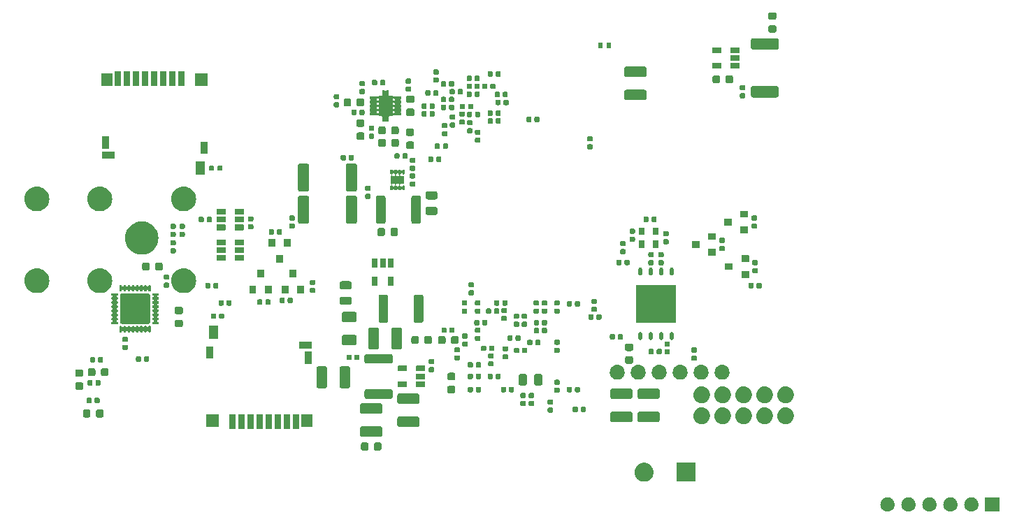
<source format=gbr>
G04 #@! TF.GenerationSoftware,KiCad,Pcbnew,8.0.6-8.0.6-0~ubuntu24.04.1*
G04 #@! TF.CreationDate,2025-03-08T10:25:58+05:30*
G04 #@! TF.ProjectId,DFTBoard,44465442-6f61-4726-942e-6b696361645f,rev?*
G04 #@! TF.SameCoordinates,Original*
G04 #@! TF.FileFunction,Soldermask,Bot*
G04 #@! TF.FilePolarity,Negative*
%FSLAX46Y46*%
G04 Gerber Fmt 4.6, Leading zero omitted, Abs format (unit mm)*
G04 Created by KiCad (PCBNEW 8.0.6-8.0.6-0~ubuntu24.04.1) date 2025-03-08 10:25:58*
%MOMM*%
%LPD*%
G01*
G04 APERTURE LIST*
G04 APERTURE END LIST*
G36*
X221815740Y-157276142D02*
G01*
X221820607Y-157279393D01*
X221823858Y-157284260D01*
X221825000Y-157290000D01*
X221825000Y-158990000D01*
X221823858Y-158995740D01*
X221820607Y-159000607D01*
X221815740Y-159003858D01*
X221810000Y-159005000D01*
X220110000Y-159005000D01*
X220104260Y-159003858D01*
X220099393Y-159000607D01*
X220096142Y-158995740D01*
X220095000Y-158990000D01*
X220095000Y-157290000D01*
X220096142Y-157284260D01*
X220099393Y-157279393D01*
X220104260Y-157276142D01*
X220110000Y-157275000D01*
X221810000Y-157275000D01*
X221815740Y-157276142D01*
G37*
G36*
X208302502Y-157279739D02*
G01*
X208350417Y-157279739D01*
X208391788Y-157288532D01*
X208428649Y-157292163D01*
X208474953Y-157306209D01*
X208527300Y-157317336D01*
X208560800Y-157332251D01*
X208590807Y-157341354D01*
X208638487Y-157366840D01*
X208692500Y-157390888D01*
X208717613Y-157409134D01*
X208740260Y-157421239D01*
X208786463Y-157459156D01*
X208838798Y-157497180D01*
X208855786Y-157516048D01*
X208871256Y-157528743D01*
X208912819Y-157579388D01*
X208959800Y-157631566D01*
X208969672Y-157648665D01*
X208978760Y-157659739D01*
X209012382Y-157722640D01*
X209050217Y-157788173D01*
X209054568Y-157801565D01*
X209058645Y-157809192D01*
X209081125Y-157883300D01*
X209106098Y-157960156D01*
X209106976Y-157968517D01*
X209107836Y-157971350D01*
X209116196Y-158056240D01*
X209125000Y-158140000D01*
X209116195Y-158223766D01*
X209107836Y-158308649D01*
X209106977Y-158311480D01*
X209106098Y-158319844D01*
X209081121Y-158396713D01*
X209058645Y-158470807D01*
X209054569Y-158478431D01*
X209050217Y-158491827D01*
X209012374Y-158557371D01*
X208978760Y-158620260D01*
X208969674Y-158631330D01*
X208959800Y-158648434D01*
X208912809Y-158700621D01*
X208871256Y-158751256D01*
X208855790Y-158763948D01*
X208838798Y-158782820D01*
X208786452Y-158820851D01*
X208740260Y-158858760D01*
X208717618Y-158870862D01*
X208692500Y-158889112D01*
X208638476Y-158913164D01*
X208590807Y-158938645D01*
X208560807Y-158947745D01*
X208527300Y-158962664D01*
X208474942Y-158973792D01*
X208428649Y-158987836D01*
X208391797Y-158991465D01*
X208350417Y-159000261D01*
X208302492Y-159000261D01*
X208260000Y-159004446D01*
X208217508Y-159000261D01*
X208169583Y-159000261D01*
X208128203Y-158991465D01*
X208091350Y-158987836D01*
X208045053Y-158973791D01*
X207992700Y-158962664D01*
X207959194Y-158947746D01*
X207929192Y-158938645D01*
X207881517Y-158913162D01*
X207827500Y-158889112D01*
X207802384Y-158870864D01*
X207779739Y-158858760D01*
X207733538Y-158820844D01*
X207681202Y-158782820D01*
X207664212Y-158763951D01*
X207648743Y-158751256D01*
X207607178Y-158700609D01*
X207560200Y-158648434D01*
X207550327Y-158631335D01*
X207541239Y-158620260D01*
X207507611Y-158557348D01*
X207469783Y-158491827D01*
X207465432Y-158478436D01*
X207461354Y-158470807D01*
X207438863Y-158396667D01*
X207413902Y-158319844D01*
X207413023Y-158311485D01*
X207412163Y-158308649D01*
X207403788Y-158223615D01*
X207395000Y-158140000D01*
X207403787Y-158056392D01*
X207412163Y-157971350D01*
X207413023Y-157968512D01*
X207413902Y-157960156D01*
X207438858Y-157883346D01*
X207461354Y-157809192D01*
X207465433Y-157801560D01*
X207469783Y-157788173D01*
X207507604Y-157722664D01*
X207541239Y-157659739D01*
X207550329Y-157648661D01*
X207560200Y-157631566D01*
X207607169Y-157579401D01*
X207648743Y-157528743D01*
X207664215Y-157516044D01*
X207681202Y-157497180D01*
X207733527Y-157459163D01*
X207779739Y-157421239D01*
X207802389Y-157409132D01*
X207827500Y-157390888D01*
X207881506Y-157366842D01*
X207929192Y-157341354D01*
X207959201Y-157332250D01*
X207992700Y-157317336D01*
X208045042Y-157306210D01*
X208091350Y-157292163D01*
X208128211Y-157288532D01*
X208169583Y-157279739D01*
X208217497Y-157279739D01*
X208260000Y-157275553D01*
X208302502Y-157279739D01*
G37*
G36*
X210842502Y-157279739D02*
G01*
X210890417Y-157279739D01*
X210931788Y-157288532D01*
X210968649Y-157292163D01*
X211014953Y-157306209D01*
X211067300Y-157317336D01*
X211100800Y-157332251D01*
X211130807Y-157341354D01*
X211178487Y-157366840D01*
X211232500Y-157390888D01*
X211257613Y-157409134D01*
X211280260Y-157421239D01*
X211326463Y-157459156D01*
X211378798Y-157497180D01*
X211395786Y-157516048D01*
X211411256Y-157528743D01*
X211452819Y-157579388D01*
X211499800Y-157631566D01*
X211509672Y-157648665D01*
X211518760Y-157659739D01*
X211552382Y-157722640D01*
X211590217Y-157788173D01*
X211594568Y-157801565D01*
X211598645Y-157809192D01*
X211621125Y-157883300D01*
X211646098Y-157960156D01*
X211646976Y-157968517D01*
X211647836Y-157971350D01*
X211656196Y-158056240D01*
X211665000Y-158140000D01*
X211656195Y-158223766D01*
X211647836Y-158308649D01*
X211646977Y-158311480D01*
X211646098Y-158319844D01*
X211621121Y-158396713D01*
X211598645Y-158470807D01*
X211594569Y-158478431D01*
X211590217Y-158491827D01*
X211552374Y-158557371D01*
X211518760Y-158620260D01*
X211509674Y-158631330D01*
X211499800Y-158648434D01*
X211452809Y-158700621D01*
X211411256Y-158751256D01*
X211395790Y-158763948D01*
X211378798Y-158782820D01*
X211326452Y-158820851D01*
X211280260Y-158858760D01*
X211257618Y-158870862D01*
X211232500Y-158889112D01*
X211178476Y-158913164D01*
X211130807Y-158938645D01*
X211100807Y-158947745D01*
X211067300Y-158962664D01*
X211014942Y-158973792D01*
X210968649Y-158987836D01*
X210931797Y-158991465D01*
X210890417Y-159000261D01*
X210842492Y-159000261D01*
X210800000Y-159004446D01*
X210757508Y-159000261D01*
X210709583Y-159000261D01*
X210668203Y-158991465D01*
X210631350Y-158987836D01*
X210585053Y-158973791D01*
X210532700Y-158962664D01*
X210499194Y-158947746D01*
X210469192Y-158938645D01*
X210421517Y-158913162D01*
X210367500Y-158889112D01*
X210342384Y-158870864D01*
X210319739Y-158858760D01*
X210273538Y-158820844D01*
X210221202Y-158782820D01*
X210204212Y-158763951D01*
X210188743Y-158751256D01*
X210147178Y-158700609D01*
X210100200Y-158648434D01*
X210090327Y-158631335D01*
X210081239Y-158620260D01*
X210047611Y-158557348D01*
X210009783Y-158491827D01*
X210005432Y-158478436D01*
X210001354Y-158470807D01*
X209978863Y-158396667D01*
X209953902Y-158319844D01*
X209953023Y-158311485D01*
X209952163Y-158308649D01*
X209943788Y-158223615D01*
X209935000Y-158140000D01*
X209943787Y-158056392D01*
X209952163Y-157971350D01*
X209953023Y-157968512D01*
X209953902Y-157960156D01*
X209978858Y-157883346D01*
X210001354Y-157809192D01*
X210005433Y-157801560D01*
X210009783Y-157788173D01*
X210047604Y-157722664D01*
X210081239Y-157659739D01*
X210090329Y-157648661D01*
X210100200Y-157631566D01*
X210147169Y-157579401D01*
X210188743Y-157528743D01*
X210204215Y-157516044D01*
X210221202Y-157497180D01*
X210273527Y-157459163D01*
X210319739Y-157421239D01*
X210342389Y-157409132D01*
X210367500Y-157390888D01*
X210421506Y-157366842D01*
X210469192Y-157341354D01*
X210499201Y-157332250D01*
X210532700Y-157317336D01*
X210585042Y-157306210D01*
X210631350Y-157292163D01*
X210668211Y-157288532D01*
X210709583Y-157279739D01*
X210757497Y-157279739D01*
X210800000Y-157275553D01*
X210842502Y-157279739D01*
G37*
G36*
X213382502Y-157279739D02*
G01*
X213430417Y-157279739D01*
X213471788Y-157288532D01*
X213508649Y-157292163D01*
X213554953Y-157306209D01*
X213607300Y-157317336D01*
X213640800Y-157332251D01*
X213670807Y-157341354D01*
X213718487Y-157366840D01*
X213772500Y-157390888D01*
X213797613Y-157409134D01*
X213820260Y-157421239D01*
X213866463Y-157459156D01*
X213918798Y-157497180D01*
X213935786Y-157516048D01*
X213951256Y-157528743D01*
X213992819Y-157579388D01*
X214039800Y-157631566D01*
X214049672Y-157648665D01*
X214058760Y-157659739D01*
X214092382Y-157722640D01*
X214130217Y-157788173D01*
X214134568Y-157801565D01*
X214138645Y-157809192D01*
X214161125Y-157883300D01*
X214186098Y-157960156D01*
X214186976Y-157968517D01*
X214187836Y-157971350D01*
X214196196Y-158056240D01*
X214205000Y-158140000D01*
X214196195Y-158223766D01*
X214187836Y-158308649D01*
X214186977Y-158311480D01*
X214186098Y-158319844D01*
X214161121Y-158396713D01*
X214138645Y-158470807D01*
X214134569Y-158478431D01*
X214130217Y-158491827D01*
X214092374Y-158557371D01*
X214058760Y-158620260D01*
X214049674Y-158631330D01*
X214039800Y-158648434D01*
X213992809Y-158700621D01*
X213951256Y-158751256D01*
X213935790Y-158763948D01*
X213918798Y-158782820D01*
X213866452Y-158820851D01*
X213820260Y-158858760D01*
X213797618Y-158870862D01*
X213772500Y-158889112D01*
X213718476Y-158913164D01*
X213670807Y-158938645D01*
X213640807Y-158947745D01*
X213607300Y-158962664D01*
X213554942Y-158973792D01*
X213508649Y-158987836D01*
X213471797Y-158991465D01*
X213430417Y-159000261D01*
X213382492Y-159000261D01*
X213340000Y-159004446D01*
X213297508Y-159000261D01*
X213249583Y-159000261D01*
X213208203Y-158991465D01*
X213171350Y-158987836D01*
X213125053Y-158973791D01*
X213072700Y-158962664D01*
X213039194Y-158947746D01*
X213009192Y-158938645D01*
X212961517Y-158913162D01*
X212907500Y-158889112D01*
X212882384Y-158870864D01*
X212859739Y-158858760D01*
X212813538Y-158820844D01*
X212761202Y-158782820D01*
X212744212Y-158763951D01*
X212728743Y-158751256D01*
X212687178Y-158700609D01*
X212640200Y-158648434D01*
X212630327Y-158631335D01*
X212621239Y-158620260D01*
X212587611Y-158557348D01*
X212549783Y-158491827D01*
X212545432Y-158478436D01*
X212541354Y-158470807D01*
X212518863Y-158396667D01*
X212493902Y-158319844D01*
X212493023Y-158311485D01*
X212492163Y-158308649D01*
X212483788Y-158223615D01*
X212475000Y-158140000D01*
X212483787Y-158056392D01*
X212492163Y-157971350D01*
X212493023Y-157968512D01*
X212493902Y-157960156D01*
X212518858Y-157883346D01*
X212541354Y-157809192D01*
X212545433Y-157801560D01*
X212549783Y-157788173D01*
X212587604Y-157722664D01*
X212621239Y-157659739D01*
X212630329Y-157648661D01*
X212640200Y-157631566D01*
X212687169Y-157579401D01*
X212728743Y-157528743D01*
X212744215Y-157516044D01*
X212761202Y-157497180D01*
X212813527Y-157459163D01*
X212859739Y-157421239D01*
X212882389Y-157409132D01*
X212907500Y-157390888D01*
X212961506Y-157366842D01*
X213009192Y-157341354D01*
X213039201Y-157332250D01*
X213072700Y-157317336D01*
X213125042Y-157306210D01*
X213171350Y-157292163D01*
X213208211Y-157288532D01*
X213249583Y-157279739D01*
X213297497Y-157279739D01*
X213340000Y-157275553D01*
X213382502Y-157279739D01*
G37*
G36*
X215922502Y-157279739D02*
G01*
X215970417Y-157279739D01*
X216011788Y-157288532D01*
X216048649Y-157292163D01*
X216094953Y-157306209D01*
X216147300Y-157317336D01*
X216180800Y-157332251D01*
X216210807Y-157341354D01*
X216258487Y-157366840D01*
X216312500Y-157390888D01*
X216337613Y-157409134D01*
X216360260Y-157421239D01*
X216406463Y-157459156D01*
X216458798Y-157497180D01*
X216475786Y-157516048D01*
X216491256Y-157528743D01*
X216532819Y-157579388D01*
X216579800Y-157631566D01*
X216589672Y-157648665D01*
X216598760Y-157659739D01*
X216632382Y-157722640D01*
X216670217Y-157788173D01*
X216674568Y-157801565D01*
X216678645Y-157809192D01*
X216701125Y-157883300D01*
X216726098Y-157960156D01*
X216726976Y-157968517D01*
X216727836Y-157971350D01*
X216736196Y-158056240D01*
X216745000Y-158140000D01*
X216736195Y-158223766D01*
X216727836Y-158308649D01*
X216726977Y-158311480D01*
X216726098Y-158319844D01*
X216701121Y-158396713D01*
X216678645Y-158470807D01*
X216674569Y-158478431D01*
X216670217Y-158491827D01*
X216632374Y-158557371D01*
X216598760Y-158620260D01*
X216589674Y-158631330D01*
X216579800Y-158648434D01*
X216532809Y-158700621D01*
X216491256Y-158751256D01*
X216475790Y-158763948D01*
X216458798Y-158782820D01*
X216406452Y-158820851D01*
X216360260Y-158858760D01*
X216337618Y-158870862D01*
X216312500Y-158889112D01*
X216258476Y-158913164D01*
X216210807Y-158938645D01*
X216180807Y-158947745D01*
X216147300Y-158962664D01*
X216094942Y-158973792D01*
X216048649Y-158987836D01*
X216011797Y-158991465D01*
X215970417Y-159000261D01*
X215922492Y-159000261D01*
X215880000Y-159004446D01*
X215837508Y-159000261D01*
X215789583Y-159000261D01*
X215748203Y-158991465D01*
X215711350Y-158987836D01*
X215665053Y-158973791D01*
X215612700Y-158962664D01*
X215579194Y-158947746D01*
X215549192Y-158938645D01*
X215501517Y-158913162D01*
X215447500Y-158889112D01*
X215422384Y-158870864D01*
X215399739Y-158858760D01*
X215353538Y-158820844D01*
X215301202Y-158782820D01*
X215284212Y-158763951D01*
X215268743Y-158751256D01*
X215227178Y-158700609D01*
X215180200Y-158648434D01*
X215170327Y-158631335D01*
X215161239Y-158620260D01*
X215127611Y-158557348D01*
X215089783Y-158491827D01*
X215085432Y-158478436D01*
X215081354Y-158470807D01*
X215058863Y-158396667D01*
X215033902Y-158319844D01*
X215033023Y-158311485D01*
X215032163Y-158308649D01*
X215023788Y-158223615D01*
X215015000Y-158140000D01*
X215023787Y-158056392D01*
X215032163Y-157971350D01*
X215033023Y-157968512D01*
X215033902Y-157960156D01*
X215058858Y-157883346D01*
X215081354Y-157809192D01*
X215085433Y-157801560D01*
X215089783Y-157788173D01*
X215127604Y-157722664D01*
X215161239Y-157659739D01*
X215170329Y-157648661D01*
X215180200Y-157631566D01*
X215227169Y-157579401D01*
X215268743Y-157528743D01*
X215284215Y-157516044D01*
X215301202Y-157497180D01*
X215353527Y-157459163D01*
X215399739Y-157421239D01*
X215422389Y-157409132D01*
X215447500Y-157390888D01*
X215501506Y-157366842D01*
X215549192Y-157341354D01*
X215579201Y-157332250D01*
X215612700Y-157317336D01*
X215665042Y-157306210D01*
X215711350Y-157292163D01*
X215748211Y-157288532D01*
X215789583Y-157279739D01*
X215837497Y-157279739D01*
X215880000Y-157275553D01*
X215922502Y-157279739D01*
G37*
G36*
X218462502Y-157279739D02*
G01*
X218510417Y-157279739D01*
X218551788Y-157288532D01*
X218588649Y-157292163D01*
X218634953Y-157306209D01*
X218687300Y-157317336D01*
X218720800Y-157332251D01*
X218750807Y-157341354D01*
X218798487Y-157366840D01*
X218852500Y-157390888D01*
X218877613Y-157409134D01*
X218900260Y-157421239D01*
X218946463Y-157459156D01*
X218998798Y-157497180D01*
X219015786Y-157516048D01*
X219031256Y-157528743D01*
X219072819Y-157579388D01*
X219119800Y-157631566D01*
X219129672Y-157648665D01*
X219138760Y-157659739D01*
X219172382Y-157722640D01*
X219210217Y-157788173D01*
X219214568Y-157801565D01*
X219218645Y-157809192D01*
X219241125Y-157883300D01*
X219266098Y-157960156D01*
X219266976Y-157968517D01*
X219267836Y-157971350D01*
X219276196Y-158056240D01*
X219285000Y-158140000D01*
X219276195Y-158223766D01*
X219267836Y-158308649D01*
X219266977Y-158311480D01*
X219266098Y-158319844D01*
X219241121Y-158396713D01*
X219218645Y-158470807D01*
X219214569Y-158478431D01*
X219210217Y-158491827D01*
X219172374Y-158557371D01*
X219138760Y-158620260D01*
X219129674Y-158631330D01*
X219119800Y-158648434D01*
X219072809Y-158700621D01*
X219031256Y-158751256D01*
X219015790Y-158763948D01*
X218998798Y-158782820D01*
X218946452Y-158820851D01*
X218900260Y-158858760D01*
X218877618Y-158870862D01*
X218852500Y-158889112D01*
X218798476Y-158913164D01*
X218750807Y-158938645D01*
X218720807Y-158947745D01*
X218687300Y-158962664D01*
X218634942Y-158973792D01*
X218588649Y-158987836D01*
X218551797Y-158991465D01*
X218510417Y-159000261D01*
X218462492Y-159000261D01*
X218420000Y-159004446D01*
X218377508Y-159000261D01*
X218329583Y-159000261D01*
X218288203Y-158991465D01*
X218251350Y-158987836D01*
X218205053Y-158973791D01*
X218152700Y-158962664D01*
X218119194Y-158947746D01*
X218089192Y-158938645D01*
X218041517Y-158913162D01*
X217987500Y-158889112D01*
X217962384Y-158870864D01*
X217939739Y-158858760D01*
X217893538Y-158820844D01*
X217841202Y-158782820D01*
X217824212Y-158763951D01*
X217808743Y-158751256D01*
X217767178Y-158700609D01*
X217720200Y-158648434D01*
X217710327Y-158631335D01*
X217701239Y-158620260D01*
X217667611Y-158557348D01*
X217629783Y-158491827D01*
X217625432Y-158478436D01*
X217621354Y-158470807D01*
X217598863Y-158396667D01*
X217573902Y-158319844D01*
X217573023Y-158311485D01*
X217572163Y-158308649D01*
X217563788Y-158223615D01*
X217555000Y-158140000D01*
X217563787Y-158056392D01*
X217572163Y-157971350D01*
X217573023Y-157968512D01*
X217573902Y-157960156D01*
X217598858Y-157883346D01*
X217621354Y-157809192D01*
X217625433Y-157801560D01*
X217629783Y-157788173D01*
X217667604Y-157722664D01*
X217701239Y-157659739D01*
X217710329Y-157648661D01*
X217720200Y-157631566D01*
X217767169Y-157579401D01*
X217808743Y-157528743D01*
X217824215Y-157516044D01*
X217841202Y-157497180D01*
X217893527Y-157459163D01*
X217939739Y-157421239D01*
X217962389Y-157409132D01*
X217987500Y-157390888D01*
X218041506Y-157366842D01*
X218089192Y-157341354D01*
X218119201Y-157332250D01*
X218152700Y-157317336D01*
X218205042Y-157306210D01*
X218251350Y-157292163D01*
X218288211Y-157288532D01*
X218329583Y-157279739D01*
X218377497Y-157279739D01*
X218420000Y-157275553D01*
X218462502Y-157279739D01*
G37*
G36*
X184941534Y-153085764D02*
G01*
X184974625Y-153107875D01*
X184996736Y-153140966D01*
X185004500Y-153180000D01*
X185004500Y-155280000D01*
X184996736Y-155319034D01*
X184974625Y-155352125D01*
X184941534Y-155374236D01*
X184902500Y-155382000D01*
X182802500Y-155382000D01*
X182763466Y-155374236D01*
X182730375Y-155352125D01*
X182708264Y-155319034D01*
X182700500Y-155280000D01*
X182700500Y-153180000D01*
X182708264Y-153140966D01*
X182730375Y-153107875D01*
X182763466Y-153085764D01*
X182802500Y-153078000D01*
X184902500Y-153078000D01*
X184941534Y-153085764D01*
G37*
G36*
X178823684Y-153082914D02*
G01*
X178878793Y-153082914D01*
X178927276Y-153091977D01*
X178972468Y-153095931D01*
X179027939Y-153110794D01*
X179087760Y-153121977D01*
X179128330Y-153137694D01*
X179166356Y-153147883D01*
X179223920Y-153174725D01*
X179285991Y-153198772D01*
X179318030Y-153218609D01*
X179348283Y-153232717D01*
X179405349Y-153272675D01*
X179466735Y-153310684D01*
X179490265Y-153332134D01*
X179512706Y-153347848D01*
X179566389Y-153401531D01*
X179623838Y-153453903D01*
X179639497Y-153474639D01*
X179654651Y-153489793D01*
X179701917Y-153557296D01*
X179751950Y-153623550D01*
X179760914Y-153641552D01*
X179769782Y-153654217D01*
X179807548Y-153735206D01*
X179846708Y-153813850D01*
X179850601Y-153827533D01*
X179854616Y-153836143D01*
X179879915Y-153930562D01*
X179904885Y-154018321D01*
X179905654Y-154026619D01*
X179906568Y-154030031D01*
X179916675Y-154145560D01*
X179924500Y-154230000D01*
X179916674Y-154314446D01*
X179906568Y-154429968D01*
X179905654Y-154433378D01*
X179904885Y-154441679D01*
X179879911Y-154529453D01*
X179854616Y-154623856D01*
X179850601Y-154632464D01*
X179846708Y-154646150D01*
X179807545Y-154724799D01*
X179769782Y-154805783D01*
X179760914Y-154818447D01*
X179751950Y-154836450D01*
X179701912Y-154902710D01*
X179654651Y-154970206D01*
X179639500Y-154985356D01*
X179623838Y-155006097D01*
X179566378Y-155058478D01*
X179512706Y-155112151D01*
X179490269Y-155127861D01*
X179466735Y-155149316D01*
X179405337Y-155187331D01*
X179348283Y-155227282D01*
X179318036Y-155241385D01*
X179285991Y-155261228D01*
X179223907Y-155285279D01*
X179166356Y-155312116D01*
X179128339Y-155322302D01*
X179087760Y-155338023D01*
X179027927Y-155349207D01*
X178972468Y-155364068D01*
X178927286Y-155368020D01*
X178878793Y-155377086D01*
X178823672Y-155377086D01*
X178772500Y-155381563D01*
X178721328Y-155377086D01*
X178666207Y-155377086D01*
X178617713Y-155368020D01*
X178572531Y-155364068D01*
X178517069Y-155349207D01*
X178457240Y-155338023D01*
X178416662Y-155322303D01*
X178378643Y-155312116D01*
X178321086Y-155285276D01*
X178259009Y-155261228D01*
X178226966Y-155241387D01*
X178196716Y-155227282D01*
X178139653Y-155187326D01*
X178078265Y-155149316D01*
X178054733Y-155127864D01*
X178032293Y-155112151D01*
X177978610Y-155058468D01*
X177921162Y-155006097D01*
X177905502Y-154985360D01*
X177890348Y-154970206D01*
X177843074Y-154902692D01*
X177793050Y-154836450D01*
X177784088Y-154818452D01*
X177775217Y-154805783D01*
X177737439Y-154724768D01*
X177698292Y-154646150D01*
X177694399Y-154632469D01*
X177690383Y-154623856D01*
X177665071Y-154529393D01*
X177640115Y-154441679D01*
X177639346Y-154433384D01*
X177638431Y-154429968D01*
X177628307Y-154314252D01*
X177620500Y-154230000D01*
X177628306Y-154145754D01*
X177638431Y-154030031D01*
X177639346Y-154026614D01*
X177640115Y-154018321D01*
X177665067Y-153930623D01*
X177690383Y-153836143D01*
X177694400Y-153827527D01*
X177698292Y-153813850D01*
X177737435Y-153735238D01*
X177775217Y-153654217D01*
X177784088Y-153641547D01*
X177793050Y-153623550D01*
X177843068Y-153557315D01*
X177890348Y-153489793D01*
X177905505Y-153474635D01*
X177921162Y-153453903D01*
X177978598Y-153401542D01*
X178032293Y-153347848D01*
X178054737Y-153332131D01*
X178078265Y-153310684D01*
X178139647Y-153272677D01*
X178196717Y-153232717D01*
X178226970Y-153218609D01*
X178259009Y-153198772D01*
X178321075Y-153174727D01*
X178378643Y-153147883D01*
X178416671Y-153137693D01*
X178457240Y-153121977D01*
X178517056Y-153110795D01*
X178572531Y-153095931D01*
X178617723Y-153091977D01*
X178666207Y-153082914D01*
X178721316Y-153082914D01*
X178772500Y-153078436D01*
X178823684Y-153082914D01*
G37*
G36*
X145178062Y-150641036D02*
G01*
X145220542Y-150647225D01*
X145228338Y-150651036D01*
X145244836Y-150654318D01*
X145271514Y-150672144D01*
X145290290Y-150681323D01*
X145300435Y-150691468D01*
X145320670Y-150704989D01*
X145334190Y-150725223D01*
X145344335Y-150735368D01*
X145353513Y-150754142D01*
X145371341Y-150780823D01*
X145374622Y-150797320D01*
X145378434Y-150805117D01*
X145384621Y-150847588D01*
X145389134Y-150870275D01*
X145389134Y-151382775D01*
X145384619Y-151405472D01*
X145378433Y-151447933D01*
X145374623Y-151455725D01*
X145371341Y-151472227D01*
X145353511Y-151498911D01*
X145344335Y-151517681D01*
X145334192Y-151527823D01*
X145320670Y-151548061D01*
X145300432Y-151561583D01*
X145290290Y-151571726D01*
X145271519Y-151580902D01*
X145244836Y-151598732D01*
X145228336Y-151602013D01*
X145220541Y-151605825D01*
X145178073Y-151612011D01*
X145155384Y-151616525D01*
X144717884Y-151616525D01*
X144695189Y-151612010D01*
X144652725Y-151605824D01*
X144644931Y-151602013D01*
X144628432Y-151598732D01*
X144601750Y-151580903D01*
X144582977Y-151571726D01*
X144572832Y-151561581D01*
X144552598Y-151548061D01*
X144539077Y-151527826D01*
X144528932Y-151517681D01*
X144519752Y-151498904D01*
X144501927Y-151472227D01*
X144498645Y-151455730D01*
X144494833Y-151447932D01*
X144488643Y-151405445D01*
X144484134Y-151382775D01*
X144484134Y-150870275D01*
X144488644Y-150847598D01*
X144494834Y-150805116D01*
X144498645Y-150797318D01*
X144501927Y-150780823D01*
X144519751Y-150754147D01*
X144528932Y-150735368D01*
X144539079Y-150725220D01*
X144552598Y-150704989D01*
X144572829Y-150691470D01*
X144582977Y-150681323D01*
X144601756Y-150672141D01*
X144628432Y-150654318D01*
X144644926Y-150651037D01*
X144652726Y-150647224D01*
X144695216Y-150641033D01*
X144717884Y-150636525D01*
X145155384Y-150636525D01*
X145178062Y-150641036D01*
G37*
G36*
X146753062Y-150641036D02*
G01*
X146795542Y-150647225D01*
X146803338Y-150651036D01*
X146819836Y-150654318D01*
X146846514Y-150672144D01*
X146865290Y-150681323D01*
X146875435Y-150691468D01*
X146895670Y-150704989D01*
X146909190Y-150725223D01*
X146919335Y-150735368D01*
X146928513Y-150754142D01*
X146946341Y-150780823D01*
X146949622Y-150797320D01*
X146953434Y-150805117D01*
X146959621Y-150847588D01*
X146964134Y-150870275D01*
X146964134Y-151382775D01*
X146959619Y-151405472D01*
X146953433Y-151447933D01*
X146949623Y-151455725D01*
X146946341Y-151472227D01*
X146928511Y-151498911D01*
X146919335Y-151517681D01*
X146909192Y-151527823D01*
X146895670Y-151548061D01*
X146875432Y-151561583D01*
X146865290Y-151571726D01*
X146846519Y-151580902D01*
X146819836Y-151598732D01*
X146803336Y-151602013D01*
X146795541Y-151605825D01*
X146753073Y-151612011D01*
X146730384Y-151616525D01*
X146292884Y-151616525D01*
X146270189Y-151612010D01*
X146227725Y-151605824D01*
X146219931Y-151602013D01*
X146203432Y-151598732D01*
X146176750Y-151580903D01*
X146157977Y-151571726D01*
X146147832Y-151561581D01*
X146127598Y-151548061D01*
X146114077Y-151527826D01*
X146103932Y-151517681D01*
X146094752Y-151498904D01*
X146076927Y-151472227D01*
X146073645Y-151455730D01*
X146069833Y-151447932D01*
X146063643Y-151405445D01*
X146059134Y-151382775D01*
X146059134Y-150870275D01*
X146063644Y-150847598D01*
X146069834Y-150805116D01*
X146073645Y-150797318D01*
X146076927Y-150780823D01*
X146094751Y-150754147D01*
X146103932Y-150735368D01*
X146114079Y-150725220D01*
X146127598Y-150704989D01*
X146147829Y-150691470D01*
X146157977Y-150681323D01*
X146176756Y-150672141D01*
X146203432Y-150654318D01*
X146219926Y-150651037D01*
X146227726Y-150647224D01*
X146270216Y-150641033D01*
X146292884Y-150636525D01*
X146730384Y-150636525D01*
X146753062Y-150641036D01*
G37*
G36*
X146821810Y-148691035D02*
G01*
X146873209Y-148698524D01*
X146882643Y-148703136D01*
X146900545Y-148706697D01*
X146929493Y-148726040D01*
X146952199Y-148737140D01*
X146964468Y-148749409D01*
X146986517Y-148764142D01*
X147001249Y-148786190D01*
X147013518Y-148798459D01*
X147024617Y-148821163D01*
X147043962Y-148850114D01*
X147047522Y-148868016D01*
X147052135Y-148877450D01*
X147059621Y-148928839D01*
X147064134Y-148951525D01*
X147064134Y-149701525D01*
X147059619Y-149724220D01*
X147052134Y-149775600D01*
X147047523Y-149785030D01*
X147043962Y-149802936D01*
X147024615Y-149831890D01*
X147013518Y-149854590D01*
X147001251Y-149866856D01*
X146986517Y-149888908D01*
X146964465Y-149903642D01*
X146952199Y-149915909D01*
X146929498Y-149927006D01*
X146900545Y-149946353D01*
X146882641Y-149949914D01*
X146873208Y-149954526D01*
X146821821Y-149962012D01*
X146799134Y-149966525D01*
X144649134Y-149966525D01*
X144626441Y-149962011D01*
X144575058Y-149954525D01*
X144565626Y-149949914D01*
X144547723Y-149946353D01*
X144518771Y-149927008D01*
X144496068Y-149915909D01*
X144483799Y-149903640D01*
X144461751Y-149888908D01*
X144447018Y-149866859D01*
X144434749Y-149854590D01*
X144423648Y-149831883D01*
X144404306Y-149802936D01*
X144400745Y-149785035D01*
X144396132Y-149775599D01*
X144388643Y-149724194D01*
X144384134Y-149701525D01*
X144384134Y-148951525D01*
X144388644Y-148928850D01*
X144396133Y-148877449D01*
X144400745Y-148868014D01*
X144404306Y-148850114D01*
X144423647Y-148821168D01*
X144434749Y-148798459D01*
X144447020Y-148786187D01*
X144461751Y-148764142D01*
X144483796Y-148749411D01*
X144496068Y-148737140D01*
X144518777Y-148726037D01*
X144547723Y-148706697D01*
X144565621Y-148703136D01*
X144575059Y-148698523D01*
X144626467Y-148691033D01*
X144649134Y-148686525D01*
X146799134Y-148686525D01*
X146821810Y-148691035D01*
G37*
G36*
X129279874Y-147187667D02*
G01*
X129284741Y-147190918D01*
X129287992Y-147195785D01*
X129289134Y-147201525D01*
X129289134Y-148951525D01*
X129287992Y-148957265D01*
X129284741Y-148962132D01*
X129279874Y-148965383D01*
X129274134Y-148966525D01*
X128574134Y-148966525D01*
X128568394Y-148965383D01*
X128563527Y-148962132D01*
X128560276Y-148957265D01*
X128559134Y-148951525D01*
X128559134Y-147201525D01*
X128560276Y-147195785D01*
X128563527Y-147190918D01*
X128568394Y-147187667D01*
X128574134Y-147186525D01*
X129274134Y-147186525D01*
X129279874Y-147187667D01*
G37*
G36*
X130379874Y-147187667D02*
G01*
X130384741Y-147190918D01*
X130387992Y-147195785D01*
X130389134Y-147201525D01*
X130389134Y-148951525D01*
X130387992Y-148957265D01*
X130384741Y-148962132D01*
X130379874Y-148965383D01*
X130374134Y-148966525D01*
X129674134Y-148966525D01*
X129668394Y-148965383D01*
X129663527Y-148962132D01*
X129660276Y-148957265D01*
X129659134Y-148951525D01*
X129659134Y-147201525D01*
X129660276Y-147195785D01*
X129663527Y-147190918D01*
X129668394Y-147187667D01*
X129674134Y-147186525D01*
X130374134Y-147186525D01*
X130379874Y-147187667D01*
G37*
G36*
X131479874Y-147187667D02*
G01*
X131484741Y-147190918D01*
X131487992Y-147195785D01*
X131489134Y-147201525D01*
X131489134Y-148951525D01*
X131487992Y-148957265D01*
X131484741Y-148962132D01*
X131479874Y-148965383D01*
X131474134Y-148966525D01*
X130774134Y-148966525D01*
X130768394Y-148965383D01*
X130763527Y-148962132D01*
X130760276Y-148957265D01*
X130759134Y-148951525D01*
X130759134Y-147201525D01*
X130760276Y-147195785D01*
X130763527Y-147190918D01*
X130768394Y-147187667D01*
X130774134Y-147186525D01*
X131474134Y-147186525D01*
X131479874Y-147187667D01*
G37*
G36*
X132579874Y-147187667D02*
G01*
X132584741Y-147190918D01*
X132587992Y-147195785D01*
X132589134Y-147201525D01*
X132589134Y-148951525D01*
X132587992Y-148957265D01*
X132584741Y-148962132D01*
X132579874Y-148965383D01*
X132574134Y-148966525D01*
X131874134Y-148966525D01*
X131868394Y-148965383D01*
X131863527Y-148962132D01*
X131860276Y-148957265D01*
X131859134Y-148951525D01*
X131859134Y-147201525D01*
X131860276Y-147195785D01*
X131863527Y-147190918D01*
X131868394Y-147187667D01*
X131874134Y-147186525D01*
X132574134Y-147186525D01*
X132579874Y-147187667D01*
G37*
G36*
X133679874Y-147187667D02*
G01*
X133684741Y-147190918D01*
X133687992Y-147195785D01*
X133689134Y-147201525D01*
X133689134Y-148951525D01*
X133687992Y-148957265D01*
X133684741Y-148962132D01*
X133679874Y-148965383D01*
X133674134Y-148966525D01*
X132974134Y-148966525D01*
X132968394Y-148965383D01*
X132963527Y-148962132D01*
X132960276Y-148957265D01*
X132959134Y-148951525D01*
X132959134Y-147201525D01*
X132960276Y-147195785D01*
X132963527Y-147190918D01*
X132968394Y-147187667D01*
X132974134Y-147186525D01*
X133674134Y-147186525D01*
X133679874Y-147187667D01*
G37*
G36*
X134779874Y-147187667D02*
G01*
X134784741Y-147190918D01*
X134787992Y-147195785D01*
X134789134Y-147201525D01*
X134789134Y-148951525D01*
X134787992Y-148957265D01*
X134784741Y-148962132D01*
X134779874Y-148965383D01*
X134774134Y-148966525D01*
X134074134Y-148966525D01*
X134068394Y-148965383D01*
X134063527Y-148962132D01*
X134060276Y-148957265D01*
X134059134Y-148951525D01*
X134059134Y-147201525D01*
X134060276Y-147195785D01*
X134063527Y-147190918D01*
X134068394Y-147187667D01*
X134074134Y-147186525D01*
X134774134Y-147186525D01*
X134779874Y-147187667D01*
G37*
G36*
X135879874Y-147187667D02*
G01*
X135884741Y-147190918D01*
X135887992Y-147195785D01*
X135889134Y-147201525D01*
X135889134Y-148951525D01*
X135887992Y-148957265D01*
X135884741Y-148962132D01*
X135879874Y-148965383D01*
X135874134Y-148966525D01*
X135174134Y-148966525D01*
X135168394Y-148965383D01*
X135163527Y-148962132D01*
X135160276Y-148957265D01*
X135159134Y-148951525D01*
X135159134Y-147201525D01*
X135160276Y-147195785D01*
X135163527Y-147190918D01*
X135168394Y-147187667D01*
X135174134Y-147186525D01*
X135874134Y-147186525D01*
X135879874Y-147187667D01*
G37*
G36*
X136979874Y-147187667D02*
G01*
X136984741Y-147190918D01*
X136987992Y-147195785D01*
X136989134Y-147201525D01*
X136989134Y-148951525D01*
X136987992Y-148957265D01*
X136984741Y-148962132D01*
X136979874Y-148965383D01*
X136974134Y-148966525D01*
X136274134Y-148966525D01*
X136268394Y-148965383D01*
X136263527Y-148962132D01*
X136260276Y-148957265D01*
X136259134Y-148951525D01*
X136259134Y-147201525D01*
X136260276Y-147195785D01*
X136263527Y-147190918D01*
X136268394Y-147187667D01*
X136274134Y-147186525D01*
X136974134Y-147186525D01*
X136979874Y-147187667D01*
G37*
G36*
X151321810Y-147491035D02*
G01*
X151373209Y-147498524D01*
X151382643Y-147503136D01*
X151400545Y-147506697D01*
X151429493Y-147526040D01*
X151452199Y-147537140D01*
X151464468Y-147549409D01*
X151486517Y-147564142D01*
X151501249Y-147586190D01*
X151513518Y-147598459D01*
X151524617Y-147621163D01*
X151543962Y-147650114D01*
X151547522Y-147668016D01*
X151552135Y-147677450D01*
X151559621Y-147728839D01*
X151564134Y-147751525D01*
X151564134Y-148501525D01*
X151559619Y-148524220D01*
X151552134Y-148575600D01*
X151547523Y-148585030D01*
X151543962Y-148602936D01*
X151524615Y-148631890D01*
X151513518Y-148654590D01*
X151501251Y-148666856D01*
X151486517Y-148688908D01*
X151464465Y-148703642D01*
X151452199Y-148715909D01*
X151429498Y-148727006D01*
X151400545Y-148746353D01*
X151382641Y-148749914D01*
X151373208Y-148754526D01*
X151321821Y-148762012D01*
X151299134Y-148766525D01*
X149149134Y-148766525D01*
X149126441Y-148762011D01*
X149075058Y-148754525D01*
X149065626Y-148749914D01*
X149047723Y-148746353D01*
X149018771Y-148727008D01*
X148996068Y-148715909D01*
X148983799Y-148703640D01*
X148961751Y-148688908D01*
X148947018Y-148666859D01*
X148934749Y-148654590D01*
X148923648Y-148631883D01*
X148904306Y-148602936D01*
X148900745Y-148585035D01*
X148896132Y-148575599D01*
X148888643Y-148524194D01*
X148884134Y-148501525D01*
X148884134Y-147751525D01*
X148888644Y-147728850D01*
X148896133Y-147677449D01*
X148900745Y-147668014D01*
X148904306Y-147650114D01*
X148923647Y-147621168D01*
X148934749Y-147598459D01*
X148947020Y-147586187D01*
X148961751Y-147564142D01*
X148983796Y-147549411D01*
X148996068Y-147537140D01*
X149018777Y-147526037D01*
X149047723Y-147506697D01*
X149065621Y-147503136D01*
X149075059Y-147498523D01*
X149126467Y-147491033D01*
X149149134Y-147486525D01*
X151299134Y-147486525D01*
X151321810Y-147491035D01*
G37*
G36*
X127229874Y-147187667D02*
G01*
X127234741Y-147190918D01*
X127237992Y-147195785D01*
X127239134Y-147201525D01*
X127239134Y-148701525D01*
X127237992Y-148707265D01*
X127234741Y-148712132D01*
X127229874Y-148715383D01*
X127224134Y-148716525D01*
X125724134Y-148716525D01*
X125718394Y-148715383D01*
X125713527Y-148712132D01*
X125710276Y-148707265D01*
X125709134Y-148701525D01*
X125709134Y-147201525D01*
X125710276Y-147195785D01*
X125713527Y-147190918D01*
X125718394Y-147187667D01*
X125724134Y-147186525D01*
X127224134Y-147186525D01*
X127229874Y-147187667D01*
G37*
G36*
X138579874Y-147187667D02*
G01*
X138584741Y-147190918D01*
X138587992Y-147195785D01*
X138589134Y-147201525D01*
X138589134Y-148701525D01*
X138587992Y-148707265D01*
X138584741Y-148712132D01*
X138579874Y-148715383D01*
X138574134Y-148716525D01*
X137274134Y-148716525D01*
X137268394Y-148715383D01*
X137263527Y-148712132D01*
X137260276Y-148707265D01*
X137259134Y-148701525D01*
X137259134Y-147201525D01*
X137260276Y-147195785D01*
X137263527Y-147190918D01*
X137268394Y-147187667D01*
X137274134Y-147186525D01*
X138574134Y-147186525D01*
X138579874Y-147187667D01*
G37*
G36*
X185793042Y-146386342D02*
G01*
X185837740Y-146386342D01*
X185887519Y-146395647D01*
X185942151Y-146401028D01*
X185983653Y-146413617D01*
X186021766Y-146420742D01*
X186074548Y-146441190D01*
X186132558Y-146458787D01*
X186165705Y-146476504D01*
X186196341Y-146488373D01*
X186249572Y-146521332D01*
X186308038Y-146552583D01*
X186332600Y-146572741D01*
X186355513Y-146586928D01*
X186406285Y-146633213D01*
X186461847Y-146678812D01*
X186478312Y-146698874D01*
X186493866Y-146713054D01*
X186539008Y-146772832D01*
X186588076Y-146832621D01*
X186597566Y-146850376D01*
X186606687Y-146862454D01*
X186642976Y-146935332D01*
X186681872Y-147008101D01*
X186686019Y-147021774D01*
X186690135Y-147030039D01*
X186714449Y-147115495D01*
X186739631Y-147198508D01*
X186740458Y-147206905D01*
X186741371Y-147210114D01*
X186750856Y-147312487D01*
X186759134Y-147396525D01*
X186750856Y-147480570D01*
X186741371Y-147582935D01*
X186740458Y-147586143D01*
X186739631Y-147594542D01*
X186714445Y-147677569D01*
X186690135Y-147763010D01*
X186686020Y-147771272D01*
X186681872Y-147784949D01*
X186642969Y-147857731D01*
X186606687Y-147930595D01*
X186597568Y-147942670D01*
X186588076Y-147960429D01*
X186538998Y-148020229D01*
X186493866Y-148079995D01*
X186478315Y-148094171D01*
X186461847Y-148114238D01*
X186406274Y-148159846D01*
X186355513Y-148206121D01*
X186332605Y-148220304D01*
X186308038Y-148240467D01*
X186249561Y-148271723D01*
X186196341Y-148304676D01*
X186165712Y-148316541D01*
X186132558Y-148334263D01*
X186074536Y-148351863D01*
X186021766Y-148372307D01*
X185983660Y-148379430D01*
X185942151Y-148392022D01*
X185887516Y-148397403D01*
X185837740Y-148406708D01*
X185793042Y-148406708D01*
X185744134Y-148411525D01*
X185695226Y-148406708D01*
X185650528Y-148406708D01*
X185600751Y-148397403D01*
X185546117Y-148392022D01*
X185504608Y-148379430D01*
X185466501Y-148372307D01*
X185413727Y-148351862D01*
X185355710Y-148334263D01*
X185322558Y-148316543D01*
X185291926Y-148304676D01*
X185238699Y-148271719D01*
X185180230Y-148240467D01*
X185155665Y-148220306D01*
X185132754Y-148206121D01*
X185081983Y-148159837D01*
X185026421Y-148114238D01*
X185009955Y-148094174D01*
X184994401Y-148079995D01*
X184949256Y-148020213D01*
X184900192Y-147960429D01*
X184890702Y-147942674D01*
X184881580Y-147930595D01*
X184845284Y-147857703D01*
X184806396Y-147784949D01*
X184802248Y-147771277D01*
X184798132Y-147763010D01*
X184773806Y-147677516D01*
X184748637Y-147594542D01*
X184747810Y-147586148D01*
X184746896Y-147582935D01*
X184737394Y-147480398D01*
X184729134Y-147396525D01*
X184737394Y-147312658D01*
X184746896Y-147210114D01*
X184747810Y-147206900D01*
X184748637Y-147198508D01*
X184773802Y-147115549D01*
X184798132Y-147030039D01*
X184802249Y-147021769D01*
X184806396Y-147008101D01*
X184845276Y-146935359D01*
X184881580Y-146862454D01*
X184890703Y-146850371D01*
X184900192Y-146832621D01*
X184949247Y-146772847D01*
X184994401Y-146713054D01*
X185009958Y-146698871D01*
X185026421Y-146678812D01*
X185081972Y-146633221D01*
X185132754Y-146586928D01*
X185155670Y-146572738D01*
X185180230Y-146552583D01*
X185238687Y-146521336D01*
X185291926Y-146488373D01*
X185322565Y-146476503D01*
X185355710Y-146458787D01*
X185413715Y-146441191D01*
X185466501Y-146420742D01*
X185504615Y-146413617D01*
X185546117Y-146401028D01*
X185600748Y-146395647D01*
X185650528Y-146386342D01*
X185695226Y-146386342D01*
X185744134Y-146381525D01*
X185793042Y-146386342D01*
G37*
G36*
X188333042Y-146386342D02*
G01*
X188377740Y-146386342D01*
X188427519Y-146395647D01*
X188482151Y-146401028D01*
X188523653Y-146413617D01*
X188561766Y-146420742D01*
X188614548Y-146441190D01*
X188672558Y-146458787D01*
X188705705Y-146476504D01*
X188736341Y-146488373D01*
X188789572Y-146521332D01*
X188848038Y-146552583D01*
X188872600Y-146572741D01*
X188895513Y-146586928D01*
X188946285Y-146633213D01*
X189001847Y-146678812D01*
X189018312Y-146698874D01*
X189033866Y-146713054D01*
X189079008Y-146772832D01*
X189128076Y-146832621D01*
X189137566Y-146850376D01*
X189146687Y-146862454D01*
X189182976Y-146935332D01*
X189221872Y-147008101D01*
X189226019Y-147021774D01*
X189230135Y-147030039D01*
X189254449Y-147115495D01*
X189279631Y-147198508D01*
X189280458Y-147206905D01*
X189281371Y-147210114D01*
X189290856Y-147312487D01*
X189299134Y-147396525D01*
X189290856Y-147480570D01*
X189281371Y-147582935D01*
X189280458Y-147586143D01*
X189279631Y-147594542D01*
X189254445Y-147677569D01*
X189230135Y-147763010D01*
X189226020Y-147771272D01*
X189221872Y-147784949D01*
X189182969Y-147857731D01*
X189146687Y-147930595D01*
X189137568Y-147942670D01*
X189128076Y-147960429D01*
X189078998Y-148020229D01*
X189033866Y-148079995D01*
X189018315Y-148094171D01*
X189001847Y-148114238D01*
X188946274Y-148159846D01*
X188895513Y-148206121D01*
X188872605Y-148220304D01*
X188848038Y-148240467D01*
X188789561Y-148271723D01*
X188736341Y-148304676D01*
X188705712Y-148316541D01*
X188672558Y-148334263D01*
X188614536Y-148351863D01*
X188561766Y-148372307D01*
X188523660Y-148379430D01*
X188482151Y-148392022D01*
X188427516Y-148397403D01*
X188377740Y-148406708D01*
X188333042Y-148406708D01*
X188284134Y-148411525D01*
X188235226Y-148406708D01*
X188190528Y-148406708D01*
X188140751Y-148397403D01*
X188086117Y-148392022D01*
X188044608Y-148379430D01*
X188006501Y-148372307D01*
X187953727Y-148351862D01*
X187895710Y-148334263D01*
X187862558Y-148316543D01*
X187831926Y-148304676D01*
X187778699Y-148271719D01*
X187720230Y-148240467D01*
X187695665Y-148220306D01*
X187672754Y-148206121D01*
X187621983Y-148159837D01*
X187566421Y-148114238D01*
X187549955Y-148094174D01*
X187534401Y-148079995D01*
X187489256Y-148020213D01*
X187440192Y-147960429D01*
X187430702Y-147942674D01*
X187421580Y-147930595D01*
X187385284Y-147857703D01*
X187346396Y-147784949D01*
X187342248Y-147771277D01*
X187338132Y-147763010D01*
X187313806Y-147677516D01*
X187288637Y-147594542D01*
X187287810Y-147586148D01*
X187286896Y-147582935D01*
X187277394Y-147480398D01*
X187269134Y-147396525D01*
X187277394Y-147312658D01*
X187286896Y-147210114D01*
X187287810Y-147206900D01*
X187288637Y-147198508D01*
X187313802Y-147115549D01*
X187338132Y-147030039D01*
X187342249Y-147021769D01*
X187346396Y-147008101D01*
X187385276Y-146935359D01*
X187421580Y-146862454D01*
X187430703Y-146850371D01*
X187440192Y-146832621D01*
X187489247Y-146772847D01*
X187534401Y-146713054D01*
X187549958Y-146698871D01*
X187566421Y-146678812D01*
X187621972Y-146633221D01*
X187672754Y-146586928D01*
X187695670Y-146572738D01*
X187720230Y-146552583D01*
X187778687Y-146521336D01*
X187831926Y-146488373D01*
X187862565Y-146476503D01*
X187895710Y-146458787D01*
X187953715Y-146441191D01*
X188006501Y-146420742D01*
X188044615Y-146413617D01*
X188086117Y-146401028D01*
X188140748Y-146395647D01*
X188190528Y-146386342D01*
X188235226Y-146386342D01*
X188284134Y-146381525D01*
X188333042Y-146386342D01*
G37*
G36*
X190873042Y-146386342D02*
G01*
X190917740Y-146386342D01*
X190967519Y-146395647D01*
X191022151Y-146401028D01*
X191063653Y-146413617D01*
X191101766Y-146420742D01*
X191154548Y-146441190D01*
X191212558Y-146458787D01*
X191245705Y-146476504D01*
X191276341Y-146488373D01*
X191329572Y-146521332D01*
X191388038Y-146552583D01*
X191412600Y-146572741D01*
X191435513Y-146586928D01*
X191486285Y-146633213D01*
X191541847Y-146678812D01*
X191558312Y-146698874D01*
X191573866Y-146713054D01*
X191619008Y-146772832D01*
X191668076Y-146832621D01*
X191677566Y-146850376D01*
X191686687Y-146862454D01*
X191722976Y-146935332D01*
X191761872Y-147008101D01*
X191766019Y-147021774D01*
X191770135Y-147030039D01*
X191794449Y-147115495D01*
X191819631Y-147198508D01*
X191820458Y-147206905D01*
X191821371Y-147210114D01*
X191830856Y-147312487D01*
X191839134Y-147396525D01*
X191830856Y-147480570D01*
X191821371Y-147582935D01*
X191820458Y-147586143D01*
X191819631Y-147594542D01*
X191794445Y-147677569D01*
X191770135Y-147763010D01*
X191766020Y-147771272D01*
X191761872Y-147784949D01*
X191722969Y-147857731D01*
X191686687Y-147930595D01*
X191677568Y-147942670D01*
X191668076Y-147960429D01*
X191618998Y-148020229D01*
X191573866Y-148079995D01*
X191558315Y-148094171D01*
X191541847Y-148114238D01*
X191486274Y-148159846D01*
X191435513Y-148206121D01*
X191412605Y-148220304D01*
X191388038Y-148240467D01*
X191329561Y-148271723D01*
X191276341Y-148304676D01*
X191245712Y-148316541D01*
X191212558Y-148334263D01*
X191154536Y-148351863D01*
X191101766Y-148372307D01*
X191063660Y-148379430D01*
X191022151Y-148392022D01*
X190967516Y-148397403D01*
X190917740Y-148406708D01*
X190873042Y-148406708D01*
X190824134Y-148411525D01*
X190775226Y-148406708D01*
X190730528Y-148406708D01*
X190680751Y-148397403D01*
X190626117Y-148392022D01*
X190584608Y-148379430D01*
X190546501Y-148372307D01*
X190493727Y-148351862D01*
X190435710Y-148334263D01*
X190402558Y-148316543D01*
X190371926Y-148304676D01*
X190318699Y-148271719D01*
X190260230Y-148240467D01*
X190235665Y-148220306D01*
X190212754Y-148206121D01*
X190161983Y-148159837D01*
X190106421Y-148114238D01*
X190089955Y-148094174D01*
X190074401Y-148079995D01*
X190029256Y-148020213D01*
X189980192Y-147960429D01*
X189970702Y-147942674D01*
X189961580Y-147930595D01*
X189925284Y-147857703D01*
X189886396Y-147784949D01*
X189882248Y-147771277D01*
X189878132Y-147763010D01*
X189853806Y-147677516D01*
X189828637Y-147594542D01*
X189827810Y-147586148D01*
X189826896Y-147582935D01*
X189817394Y-147480398D01*
X189809134Y-147396525D01*
X189817394Y-147312658D01*
X189826896Y-147210114D01*
X189827810Y-147206900D01*
X189828637Y-147198508D01*
X189853802Y-147115549D01*
X189878132Y-147030039D01*
X189882249Y-147021769D01*
X189886396Y-147008101D01*
X189925276Y-146935359D01*
X189961580Y-146862454D01*
X189970703Y-146850371D01*
X189980192Y-146832621D01*
X190029247Y-146772847D01*
X190074401Y-146713054D01*
X190089958Y-146698871D01*
X190106421Y-146678812D01*
X190161972Y-146633221D01*
X190212754Y-146586928D01*
X190235670Y-146572738D01*
X190260230Y-146552583D01*
X190318687Y-146521336D01*
X190371926Y-146488373D01*
X190402565Y-146476503D01*
X190435710Y-146458787D01*
X190493715Y-146441191D01*
X190546501Y-146420742D01*
X190584615Y-146413617D01*
X190626117Y-146401028D01*
X190680748Y-146395647D01*
X190730528Y-146386342D01*
X190775226Y-146386342D01*
X190824134Y-146381525D01*
X190873042Y-146386342D01*
G37*
G36*
X193413042Y-146386342D02*
G01*
X193457740Y-146386342D01*
X193507519Y-146395647D01*
X193562151Y-146401028D01*
X193603653Y-146413617D01*
X193641766Y-146420742D01*
X193694548Y-146441190D01*
X193752558Y-146458787D01*
X193785705Y-146476504D01*
X193816341Y-146488373D01*
X193869572Y-146521332D01*
X193928038Y-146552583D01*
X193952600Y-146572741D01*
X193975513Y-146586928D01*
X194026285Y-146633213D01*
X194081847Y-146678812D01*
X194098312Y-146698874D01*
X194113866Y-146713054D01*
X194159008Y-146772832D01*
X194208076Y-146832621D01*
X194217566Y-146850376D01*
X194226687Y-146862454D01*
X194262976Y-146935332D01*
X194301872Y-147008101D01*
X194306019Y-147021774D01*
X194310135Y-147030039D01*
X194334449Y-147115495D01*
X194359631Y-147198508D01*
X194360458Y-147206905D01*
X194361371Y-147210114D01*
X194370856Y-147312487D01*
X194379134Y-147396525D01*
X194370856Y-147480570D01*
X194361371Y-147582935D01*
X194360458Y-147586143D01*
X194359631Y-147594542D01*
X194334445Y-147677569D01*
X194310135Y-147763010D01*
X194306020Y-147771272D01*
X194301872Y-147784949D01*
X194262969Y-147857731D01*
X194226687Y-147930595D01*
X194217568Y-147942670D01*
X194208076Y-147960429D01*
X194158998Y-148020229D01*
X194113866Y-148079995D01*
X194098315Y-148094171D01*
X194081847Y-148114238D01*
X194026274Y-148159846D01*
X193975513Y-148206121D01*
X193952605Y-148220304D01*
X193928038Y-148240467D01*
X193869561Y-148271723D01*
X193816341Y-148304676D01*
X193785712Y-148316541D01*
X193752558Y-148334263D01*
X193694536Y-148351863D01*
X193641766Y-148372307D01*
X193603660Y-148379430D01*
X193562151Y-148392022D01*
X193507516Y-148397403D01*
X193457740Y-148406708D01*
X193413042Y-148406708D01*
X193364134Y-148411525D01*
X193315226Y-148406708D01*
X193270528Y-148406708D01*
X193220751Y-148397403D01*
X193166117Y-148392022D01*
X193124608Y-148379430D01*
X193086501Y-148372307D01*
X193033727Y-148351862D01*
X192975710Y-148334263D01*
X192942558Y-148316543D01*
X192911926Y-148304676D01*
X192858699Y-148271719D01*
X192800230Y-148240467D01*
X192775665Y-148220306D01*
X192752754Y-148206121D01*
X192701983Y-148159837D01*
X192646421Y-148114238D01*
X192629955Y-148094174D01*
X192614401Y-148079995D01*
X192569256Y-148020213D01*
X192520192Y-147960429D01*
X192510702Y-147942674D01*
X192501580Y-147930595D01*
X192465284Y-147857703D01*
X192426396Y-147784949D01*
X192422248Y-147771277D01*
X192418132Y-147763010D01*
X192393806Y-147677516D01*
X192368637Y-147594542D01*
X192367810Y-147586148D01*
X192366896Y-147582935D01*
X192357394Y-147480398D01*
X192349134Y-147396525D01*
X192357394Y-147312658D01*
X192366896Y-147210114D01*
X192367810Y-147206900D01*
X192368637Y-147198508D01*
X192393802Y-147115549D01*
X192418132Y-147030039D01*
X192422249Y-147021769D01*
X192426396Y-147008101D01*
X192465276Y-146935359D01*
X192501580Y-146862454D01*
X192510703Y-146850371D01*
X192520192Y-146832621D01*
X192569247Y-146772847D01*
X192614401Y-146713054D01*
X192629958Y-146698871D01*
X192646421Y-146678812D01*
X192701972Y-146633221D01*
X192752754Y-146586928D01*
X192775670Y-146572738D01*
X192800230Y-146552583D01*
X192858687Y-146521336D01*
X192911926Y-146488373D01*
X192942565Y-146476503D01*
X192975710Y-146458787D01*
X193033715Y-146441191D01*
X193086501Y-146420742D01*
X193124615Y-146413617D01*
X193166117Y-146401028D01*
X193220748Y-146395647D01*
X193270528Y-146386342D01*
X193315226Y-146386342D01*
X193364134Y-146381525D01*
X193413042Y-146386342D01*
G37*
G36*
X195953042Y-146386342D02*
G01*
X195997740Y-146386342D01*
X196047519Y-146395647D01*
X196102151Y-146401028D01*
X196143653Y-146413617D01*
X196181766Y-146420742D01*
X196234548Y-146441190D01*
X196292558Y-146458787D01*
X196325705Y-146476504D01*
X196356341Y-146488373D01*
X196409572Y-146521332D01*
X196468038Y-146552583D01*
X196492600Y-146572741D01*
X196515513Y-146586928D01*
X196566285Y-146633213D01*
X196621847Y-146678812D01*
X196638312Y-146698874D01*
X196653866Y-146713054D01*
X196699008Y-146772832D01*
X196748076Y-146832621D01*
X196757566Y-146850376D01*
X196766687Y-146862454D01*
X196802976Y-146935332D01*
X196841872Y-147008101D01*
X196846019Y-147021774D01*
X196850135Y-147030039D01*
X196874449Y-147115495D01*
X196899631Y-147198508D01*
X196900458Y-147206905D01*
X196901371Y-147210114D01*
X196910856Y-147312487D01*
X196919134Y-147396525D01*
X196910856Y-147480570D01*
X196901371Y-147582935D01*
X196900458Y-147586143D01*
X196899631Y-147594542D01*
X196874445Y-147677569D01*
X196850135Y-147763010D01*
X196846020Y-147771272D01*
X196841872Y-147784949D01*
X196802969Y-147857731D01*
X196766687Y-147930595D01*
X196757568Y-147942670D01*
X196748076Y-147960429D01*
X196698998Y-148020229D01*
X196653866Y-148079995D01*
X196638315Y-148094171D01*
X196621847Y-148114238D01*
X196566274Y-148159846D01*
X196515513Y-148206121D01*
X196492605Y-148220304D01*
X196468038Y-148240467D01*
X196409561Y-148271723D01*
X196356341Y-148304676D01*
X196325712Y-148316541D01*
X196292558Y-148334263D01*
X196234536Y-148351863D01*
X196181766Y-148372307D01*
X196143660Y-148379430D01*
X196102151Y-148392022D01*
X196047516Y-148397403D01*
X195997740Y-148406708D01*
X195953042Y-148406708D01*
X195904134Y-148411525D01*
X195855226Y-148406708D01*
X195810528Y-148406708D01*
X195760751Y-148397403D01*
X195706117Y-148392022D01*
X195664608Y-148379430D01*
X195626501Y-148372307D01*
X195573727Y-148351862D01*
X195515710Y-148334263D01*
X195482558Y-148316543D01*
X195451926Y-148304676D01*
X195398699Y-148271719D01*
X195340230Y-148240467D01*
X195315665Y-148220306D01*
X195292754Y-148206121D01*
X195241983Y-148159837D01*
X195186421Y-148114238D01*
X195169955Y-148094174D01*
X195154401Y-148079995D01*
X195109256Y-148020213D01*
X195060192Y-147960429D01*
X195050702Y-147942674D01*
X195041580Y-147930595D01*
X195005284Y-147857703D01*
X194966396Y-147784949D01*
X194962248Y-147771277D01*
X194958132Y-147763010D01*
X194933806Y-147677516D01*
X194908637Y-147594542D01*
X194907810Y-147586148D01*
X194906896Y-147582935D01*
X194897394Y-147480398D01*
X194889134Y-147396525D01*
X194897394Y-147312658D01*
X194906896Y-147210114D01*
X194907810Y-147206900D01*
X194908637Y-147198508D01*
X194933802Y-147115549D01*
X194958132Y-147030039D01*
X194962249Y-147021769D01*
X194966396Y-147008101D01*
X195005276Y-146935359D01*
X195041580Y-146862454D01*
X195050703Y-146850371D01*
X195060192Y-146832621D01*
X195109247Y-146772847D01*
X195154401Y-146713054D01*
X195169958Y-146698871D01*
X195186421Y-146678812D01*
X195241972Y-146633221D01*
X195292754Y-146586928D01*
X195315670Y-146572738D01*
X195340230Y-146552583D01*
X195398687Y-146521336D01*
X195451926Y-146488373D01*
X195482565Y-146476503D01*
X195515710Y-146458787D01*
X195573715Y-146441191D01*
X195626501Y-146420742D01*
X195664615Y-146413617D01*
X195706117Y-146401028D01*
X195760748Y-146395647D01*
X195810528Y-146386342D01*
X195855226Y-146386342D01*
X195904134Y-146381525D01*
X195953042Y-146386342D01*
G37*
G36*
X177121810Y-146891035D02*
G01*
X177173209Y-146898524D01*
X177182643Y-146903136D01*
X177200545Y-146906697D01*
X177229493Y-146926040D01*
X177252199Y-146937140D01*
X177264468Y-146949409D01*
X177286517Y-146964142D01*
X177301249Y-146986190D01*
X177313518Y-146998459D01*
X177324617Y-147021163D01*
X177343962Y-147050114D01*
X177347522Y-147068016D01*
X177352135Y-147077450D01*
X177359621Y-147128839D01*
X177364134Y-147151525D01*
X177364134Y-147901525D01*
X177359619Y-147924220D01*
X177352134Y-147975600D01*
X177347523Y-147985030D01*
X177343962Y-148002936D01*
X177324615Y-148031890D01*
X177313518Y-148054590D01*
X177301251Y-148066856D01*
X177286517Y-148088908D01*
X177264465Y-148103642D01*
X177252199Y-148115909D01*
X177229498Y-148127006D01*
X177200545Y-148146353D01*
X177182641Y-148149914D01*
X177173208Y-148154526D01*
X177121821Y-148162012D01*
X177099134Y-148166525D01*
X174949134Y-148166525D01*
X174926441Y-148162011D01*
X174875058Y-148154525D01*
X174865626Y-148149914D01*
X174847723Y-148146353D01*
X174818771Y-148127008D01*
X174796068Y-148115909D01*
X174783799Y-148103640D01*
X174761751Y-148088908D01*
X174747018Y-148066859D01*
X174734749Y-148054590D01*
X174723648Y-148031883D01*
X174704306Y-148002936D01*
X174700745Y-147985035D01*
X174696132Y-147975599D01*
X174688643Y-147924194D01*
X174684134Y-147901525D01*
X174684134Y-147151525D01*
X174688644Y-147128850D01*
X174696133Y-147077449D01*
X174700745Y-147068014D01*
X174704306Y-147050114D01*
X174723647Y-147021168D01*
X174734749Y-146998459D01*
X174747020Y-146986187D01*
X174761751Y-146964142D01*
X174783796Y-146949411D01*
X174796068Y-146937140D01*
X174818777Y-146926037D01*
X174847723Y-146906697D01*
X174865621Y-146903136D01*
X174875059Y-146898523D01*
X174926467Y-146891033D01*
X174949134Y-146886525D01*
X177099134Y-146886525D01*
X177121810Y-146891035D01*
G37*
G36*
X180421810Y-146891035D02*
G01*
X180473209Y-146898524D01*
X180482643Y-146903136D01*
X180500545Y-146906697D01*
X180529493Y-146926040D01*
X180552199Y-146937140D01*
X180564468Y-146949409D01*
X180586517Y-146964142D01*
X180601249Y-146986190D01*
X180613518Y-146998459D01*
X180624617Y-147021163D01*
X180643962Y-147050114D01*
X180647522Y-147068016D01*
X180652135Y-147077450D01*
X180659621Y-147128839D01*
X180664134Y-147151525D01*
X180664134Y-147901525D01*
X180659619Y-147924220D01*
X180652134Y-147975600D01*
X180647523Y-147985030D01*
X180643962Y-148002936D01*
X180624615Y-148031890D01*
X180613518Y-148054590D01*
X180601251Y-148066856D01*
X180586517Y-148088908D01*
X180564465Y-148103642D01*
X180552199Y-148115909D01*
X180529498Y-148127006D01*
X180500545Y-148146353D01*
X180482641Y-148149914D01*
X180473208Y-148154526D01*
X180421821Y-148162012D01*
X180399134Y-148166525D01*
X178249134Y-148166525D01*
X178226441Y-148162011D01*
X178175058Y-148154525D01*
X178165626Y-148149914D01*
X178147723Y-148146353D01*
X178118771Y-148127008D01*
X178096068Y-148115909D01*
X178083799Y-148103640D01*
X178061751Y-148088908D01*
X178047018Y-148066859D01*
X178034749Y-148054590D01*
X178023648Y-148031883D01*
X178004306Y-148002936D01*
X178000745Y-147985035D01*
X177996132Y-147975599D01*
X177988643Y-147924194D01*
X177984134Y-147901525D01*
X177984134Y-147151525D01*
X177988644Y-147128850D01*
X177996133Y-147077449D01*
X178000745Y-147068014D01*
X178004306Y-147050114D01*
X178023647Y-147021168D01*
X178034749Y-146998459D01*
X178047020Y-146986187D01*
X178061751Y-146964142D01*
X178083796Y-146949411D01*
X178096068Y-146937140D01*
X178118777Y-146926037D01*
X178147723Y-146906697D01*
X178165621Y-146903136D01*
X178175059Y-146898523D01*
X178226467Y-146891033D01*
X178249134Y-146886525D01*
X180399134Y-146886525D01*
X180421810Y-146891035D01*
G37*
G36*
X111510562Y-146641036D02*
G01*
X111553042Y-146647225D01*
X111560838Y-146651036D01*
X111577336Y-146654318D01*
X111604014Y-146672144D01*
X111622790Y-146681323D01*
X111632935Y-146691468D01*
X111653170Y-146704989D01*
X111666690Y-146725223D01*
X111676835Y-146735368D01*
X111686013Y-146754142D01*
X111703841Y-146780823D01*
X111707122Y-146797320D01*
X111710934Y-146805117D01*
X111717121Y-146847588D01*
X111721634Y-146870275D01*
X111721634Y-147382775D01*
X111717119Y-147405472D01*
X111710933Y-147447933D01*
X111707123Y-147455725D01*
X111703841Y-147472227D01*
X111686011Y-147498911D01*
X111676835Y-147517681D01*
X111666692Y-147527823D01*
X111653170Y-147548061D01*
X111632932Y-147561583D01*
X111622790Y-147571726D01*
X111604019Y-147580902D01*
X111577336Y-147598732D01*
X111560836Y-147602013D01*
X111553041Y-147605825D01*
X111510573Y-147612011D01*
X111487884Y-147616525D01*
X111050384Y-147616525D01*
X111027689Y-147612010D01*
X110985225Y-147605824D01*
X110977431Y-147602013D01*
X110960932Y-147598732D01*
X110934250Y-147580903D01*
X110915477Y-147571726D01*
X110905332Y-147561581D01*
X110885098Y-147548061D01*
X110871577Y-147527826D01*
X110861432Y-147517681D01*
X110852252Y-147498904D01*
X110834427Y-147472227D01*
X110831145Y-147455730D01*
X110827333Y-147447932D01*
X110821143Y-147405445D01*
X110816634Y-147382775D01*
X110816634Y-146870275D01*
X110821144Y-146847598D01*
X110827334Y-146805116D01*
X110831145Y-146797318D01*
X110834427Y-146780823D01*
X110852251Y-146754147D01*
X110861432Y-146735368D01*
X110871579Y-146725220D01*
X110885098Y-146704989D01*
X110905329Y-146691470D01*
X110915477Y-146681323D01*
X110934256Y-146672141D01*
X110960932Y-146654318D01*
X110977426Y-146651037D01*
X110985226Y-146647224D01*
X111027716Y-146641033D01*
X111050384Y-146636525D01*
X111487884Y-146636525D01*
X111510562Y-146641036D01*
G37*
G36*
X113085562Y-146641036D02*
G01*
X113128042Y-146647225D01*
X113135838Y-146651036D01*
X113152336Y-146654318D01*
X113179014Y-146672144D01*
X113197790Y-146681323D01*
X113207935Y-146691468D01*
X113228170Y-146704989D01*
X113241690Y-146725223D01*
X113251835Y-146735368D01*
X113261013Y-146754142D01*
X113278841Y-146780823D01*
X113282122Y-146797320D01*
X113285934Y-146805117D01*
X113292121Y-146847588D01*
X113296634Y-146870275D01*
X113296634Y-147382775D01*
X113292119Y-147405472D01*
X113285933Y-147447933D01*
X113282123Y-147455725D01*
X113278841Y-147472227D01*
X113261011Y-147498911D01*
X113251835Y-147517681D01*
X113241692Y-147527823D01*
X113228170Y-147548061D01*
X113207932Y-147561583D01*
X113197790Y-147571726D01*
X113179019Y-147580902D01*
X113152336Y-147598732D01*
X113135836Y-147602013D01*
X113128041Y-147605825D01*
X113085573Y-147612011D01*
X113062884Y-147616525D01*
X112625384Y-147616525D01*
X112602689Y-147612010D01*
X112560225Y-147605824D01*
X112552431Y-147602013D01*
X112535932Y-147598732D01*
X112509250Y-147580903D01*
X112490477Y-147571726D01*
X112480332Y-147561581D01*
X112460098Y-147548061D01*
X112446577Y-147527826D01*
X112436432Y-147517681D01*
X112427252Y-147498904D01*
X112409427Y-147472227D01*
X112406145Y-147455730D01*
X112402333Y-147447932D01*
X112396143Y-147405445D01*
X112391634Y-147382775D01*
X112391634Y-146870275D01*
X112396144Y-146847598D01*
X112402334Y-146805116D01*
X112406145Y-146797318D01*
X112409427Y-146780823D01*
X112427251Y-146754147D01*
X112436432Y-146735368D01*
X112446579Y-146725220D01*
X112460098Y-146704989D01*
X112480329Y-146691470D01*
X112490477Y-146681323D01*
X112509256Y-146672141D01*
X112535932Y-146654318D01*
X112552426Y-146651037D01*
X112560226Y-146647224D01*
X112602716Y-146641033D01*
X112625384Y-146636525D01*
X113062884Y-146636525D01*
X113085562Y-146641036D01*
G37*
G36*
X146821810Y-145891035D02*
G01*
X146873209Y-145898524D01*
X146882643Y-145903136D01*
X146900545Y-145906697D01*
X146929493Y-145926040D01*
X146952199Y-145937140D01*
X146964468Y-145949409D01*
X146986517Y-145964142D01*
X147001249Y-145986190D01*
X147013518Y-145998459D01*
X147024617Y-146021163D01*
X147043962Y-146050114D01*
X147047522Y-146068016D01*
X147052135Y-146077450D01*
X147059621Y-146128839D01*
X147064134Y-146151525D01*
X147064134Y-146901525D01*
X147059619Y-146924220D01*
X147052134Y-146975600D01*
X147047523Y-146985030D01*
X147043962Y-147002936D01*
X147024615Y-147031890D01*
X147013518Y-147054590D01*
X147001251Y-147066856D01*
X146986517Y-147088908D01*
X146964465Y-147103642D01*
X146952199Y-147115909D01*
X146929498Y-147127006D01*
X146900545Y-147146353D01*
X146882641Y-147149914D01*
X146873208Y-147154526D01*
X146821821Y-147162012D01*
X146799134Y-147166525D01*
X144649134Y-147166525D01*
X144626441Y-147162011D01*
X144575058Y-147154525D01*
X144565626Y-147149914D01*
X144547723Y-147146353D01*
X144518771Y-147127008D01*
X144496068Y-147115909D01*
X144483799Y-147103640D01*
X144461751Y-147088908D01*
X144447018Y-147066859D01*
X144434749Y-147054590D01*
X144423648Y-147031883D01*
X144404306Y-147002936D01*
X144400745Y-146985035D01*
X144396132Y-146975599D01*
X144388643Y-146924194D01*
X144384134Y-146901525D01*
X144384134Y-146151525D01*
X144388644Y-146128850D01*
X144396133Y-146077449D01*
X144400745Y-146068014D01*
X144404306Y-146050114D01*
X144423647Y-146021168D01*
X144434749Y-145998459D01*
X144447020Y-145986187D01*
X144461751Y-145964142D01*
X144483796Y-145949411D01*
X144496068Y-145937140D01*
X144518777Y-145926037D01*
X144547723Y-145906697D01*
X144565621Y-145903136D01*
X144575059Y-145898523D01*
X144626467Y-145891033D01*
X144649134Y-145886525D01*
X146799134Y-145886525D01*
X146821810Y-145891035D01*
G37*
G36*
X167605885Y-146403365D02*
G01*
X167629659Y-146406123D01*
X167637783Y-146409710D01*
X167658820Y-146413895D01*
X167681342Y-146428943D01*
X167687347Y-146431595D01*
X167691447Y-146435695D01*
X167711539Y-146449120D01*
X167724963Y-146469211D01*
X167729063Y-146473311D01*
X167731713Y-146479314D01*
X167746764Y-146501839D01*
X167750948Y-146522877D01*
X167754535Y-146530999D01*
X167757291Y-146554764D01*
X167759134Y-146564025D01*
X167759134Y-146859025D01*
X167757291Y-146868288D01*
X167754535Y-146892050D01*
X167750949Y-146900170D01*
X167746764Y-146921211D01*
X167731712Y-146943737D01*
X167729063Y-146949738D01*
X167724965Y-146953835D01*
X167711539Y-146973930D01*
X167691444Y-146987356D01*
X167687347Y-146991454D01*
X167681346Y-146994103D01*
X167658820Y-147009155D01*
X167637779Y-147013340D01*
X167629659Y-147016926D01*
X167605895Y-147019682D01*
X167596634Y-147021525D01*
X167251634Y-147021525D01*
X167242372Y-147019682D01*
X167218608Y-147016926D01*
X167210486Y-147013339D01*
X167189448Y-147009155D01*
X167166923Y-146994104D01*
X167160920Y-146991454D01*
X167156820Y-146987354D01*
X167136729Y-146973930D01*
X167123304Y-146953838D01*
X167119204Y-146949738D01*
X167116552Y-146943733D01*
X167101504Y-146921211D01*
X167097319Y-146900174D01*
X167093732Y-146892050D01*
X167090973Y-146868274D01*
X167089134Y-146859025D01*
X167089134Y-146564025D01*
X167090973Y-146554775D01*
X167093732Y-146530999D01*
X167097319Y-146522873D01*
X167101504Y-146501839D01*
X167116551Y-146479318D01*
X167119204Y-146473311D01*
X167123306Y-146469208D01*
X167136729Y-146449120D01*
X167156817Y-146435697D01*
X167160920Y-146431595D01*
X167166927Y-146428942D01*
X167189448Y-146413895D01*
X167210482Y-146409710D01*
X167218608Y-146406123D01*
X167242385Y-146403364D01*
X167251634Y-146401525D01*
X167596634Y-146401525D01*
X167605885Y-146403365D01*
G37*
G36*
X170595885Y-146293365D02*
G01*
X170619659Y-146296123D01*
X170627783Y-146299710D01*
X170648820Y-146303895D01*
X170671342Y-146318943D01*
X170677347Y-146321595D01*
X170681447Y-146325695D01*
X170701539Y-146339120D01*
X170714963Y-146359211D01*
X170719063Y-146363311D01*
X170721713Y-146369314D01*
X170736764Y-146391839D01*
X170740948Y-146412877D01*
X170744535Y-146420999D01*
X170747291Y-146444764D01*
X170749134Y-146454025D01*
X170749134Y-146799025D01*
X170747291Y-146808288D01*
X170744535Y-146832050D01*
X170740949Y-146840170D01*
X170736764Y-146861211D01*
X170721712Y-146883737D01*
X170719063Y-146889738D01*
X170714965Y-146893835D01*
X170701539Y-146913930D01*
X170681444Y-146927356D01*
X170677347Y-146931454D01*
X170671346Y-146934103D01*
X170648820Y-146949155D01*
X170627779Y-146953340D01*
X170619659Y-146956926D01*
X170595895Y-146959682D01*
X170586634Y-146961525D01*
X170291634Y-146961525D01*
X170282372Y-146959682D01*
X170258608Y-146956926D01*
X170250486Y-146953339D01*
X170229448Y-146949155D01*
X170206923Y-146934104D01*
X170200920Y-146931454D01*
X170196820Y-146927354D01*
X170176729Y-146913930D01*
X170163304Y-146893838D01*
X170159204Y-146889738D01*
X170156552Y-146883733D01*
X170141504Y-146861211D01*
X170137319Y-146840174D01*
X170133732Y-146832050D01*
X170130973Y-146808274D01*
X170129134Y-146799025D01*
X170129134Y-146454025D01*
X170130973Y-146444775D01*
X170133732Y-146420999D01*
X170137319Y-146412873D01*
X170141504Y-146391839D01*
X170156551Y-146369318D01*
X170159204Y-146363311D01*
X170163306Y-146359208D01*
X170176729Y-146339120D01*
X170196817Y-146325697D01*
X170200920Y-146321595D01*
X170206927Y-146318942D01*
X170229448Y-146303895D01*
X170250482Y-146299710D01*
X170258608Y-146296123D01*
X170282385Y-146293364D01*
X170291634Y-146291525D01*
X170586634Y-146291525D01*
X170595885Y-146293365D01*
G37*
G36*
X171565885Y-146293365D02*
G01*
X171589659Y-146296123D01*
X171597783Y-146299710D01*
X171618820Y-146303895D01*
X171641342Y-146318943D01*
X171647347Y-146321595D01*
X171651447Y-146325695D01*
X171671539Y-146339120D01*
X171684963Y-146359211D01*
X171689063Y-146363311D01*
X171691713Y-146369314D01*
X171706764Y-146391839D01*
X171710948Y-146412877D01*
X171714535Y-146420999D01*
X171717291Y-146444764D01*
X171719134Y-146454025D01*
X171719134Y-146799025D01*
X171717291Y-146808288D01*
X171714535Y-146832050D01*
X171710949Y-146840170D01*
X171706764Y-146861211D01*
X171691712Y-146883737D01*
X171689063Y-146889738D01*
X171684965Y-146893835D01*
X171671539Y-146913930D01*
X171651444Y-146927356D01*
X171647347Y-146931454D01*
X171641346Y-146934103D01*
X171618820Y-146949155D01*
X171597779Y-146953340D01*
X171589659Y-146956926D01*
X171565895Y-146959682D01*
X171556634Y-146961525D01*
X171261634Y-146961525D01*
X171252372Y-146959682D01*
X171228608Y-146956926D01*
X171220486Y-146953339D01*
X171199448Y-146949155D01*
X171176923Y-146934104D01*
X171170920Y-146931454D01*
X171166820Y-146927354D01*
X171146729Y-146913930D01*
X171133304Y-146893838D01*
X171129204Y-146889738D01*
X171126552Y-146883733D01*
X171111504Y-146861211D01*
X171107319Y-146840174D01*
X171103732Y-146832050D01*
X171100973Y-146808274D01*
X171099134Y-146799025D01*
X171099134Y-146454025D01*
X171100973Y-146444775D01*
X171103732Y-146420999D01*
X171107319Y-146412873D01*
X171111504Y-146391839D01*
X171126551Y-146369318D01*
X171129204Y-146363311D01*
X171133306Y-146359208D01*
X171146729Y-146339120D01*
X171166817Y-146325697D01*
X171170920Y-146321595D01*
X171176927Y-146318942D01*
X171199448Y-146303895D01*
X171220482Y-146299710D01*
X171228608Y-146296123D01*
X171252385Y-146293364D01*
X171261634Y-146291525D01*
X171556634Y-146291525D01*
X171565885Y-146293365D01*
G37*
G36*
X164305885Y-145603365D02*
G01*
X164329659Y-145606123D01*
X164337783Y-145609710D01*
X164358820Y-145613895D01*
X164381342Y-145628943D01*
X164387347Y-145631595D01*
X164391447Y-145635695D01*
X164411539Y-145649120D01*
X164424963Y-145669211D01*
X164429063Y-145673311D01*
X164431713Y-145679314D01*
X164446764Y-145701839D01*
X164450948Y-145722877D01*
X164454535Y-145730999D01*
X164457291Y-145754764D01*
X164459134Y-145764025D01*
X164459134Y-146059025D01*
X164457291Y-146068288D01*
X164454535Y-146092050D01*
X164450949Y-146100170D01*
X164446764Y-146121211D01*
X164431712Y-146143737D01*
X164429063Y-146149738D01*
X164424965Y-146153835D01*
X164411539Y-146173930D01*
X164391444Y-146187356D01*
X164387347Y-146191454D01*
X164381346Y-146194103D01*
X164358820Y-146209155D01*
X164337779Y-146213340D01*
X164329659Y-146216926D01*
X164305895Y-146219682D01*
X164296634Y-146221525D01*
X163951634Y-146221525D01*
X163942372Y-146219682D01*
X163918608Y-146216926D01*
X163910486Y-146213339D01*
X163889448Y-146209155D01*
X163866923Y-146194104D01*
X163860920Y-146191454D01*
X163856820Y-146187354D01*
X163836729Y-146173930D01*
X163823304Y-146153838D01*
X163819204Y-146149738D01*
X163816552Y-146143733D01*
X163801504Y-146121211D01*
X163797319Y-146100174D01*
X163793732Y-146092050D01*
X163790973Y-146068274D01*
X163789134Y-146059025D01*
X163789134Y-145764025D01*
X163790973Y-145754775D01*
X163793732Y-145730999D01*
X163797319Y-145722873D01*
X163801504Y-145701839D01*
X163816551Y-145679318D01*
X163819204Y-145673311D01*
X163823306Y-145669208D01*
X163836729Y-145649120D01*
X163856817Y-145635697D01*
X163860920Y-145631595D01*
X163866927Y-145628942D01*
X163889448Y-145613895D01*
X163910482Y-145609710D01*
X163918608Y-145606123D01*
X163942385Y-145603364D01*
X163951634Y-145601525D01*
X164296634Y-145601525D01*
X164305885Y-145603365D01*
G37*
G36*
X165305885Y-145603365D02*
G01*
X165329659Y-145606123D01*
X165337783Y-145609710D01*
X165358820Y-145613895D01*
X165381342Y-145628943D01*
X165387347Y-145631595D01*
X165391447Y-145635695D01*
X165411539Y-145649120D01*
X165424963Y-145669211D01*
X165429063Y-145673311D01*
X165431713Y-145679314D01*
X165446764Y-145701839D01*
X165450948Y-145722877D01*
X165454535Y-145730999D01*
X165457291Y-145754764D01*
X165459134Y-145764025D01*
X165459134Y-146059025D01*
X165457291Y-146068288D01*
X165454535Y-146092050D01*
X165450949Y-146100170D01*
X165446764Y-146121211D01*
X165431712Y-146143737D01*
X165429063Y-146149738D01*
X165424965Y-146153835D01*
X165411539Y-146173930D01*
X165391444Y-146187356D01*
X165387347Y-146191454D01*
X165381346Y-146194103D01*
X165358820Y-146209155D01*
X165337779Y-146213340D01*
X165329659Y-146216926D01*
X165305895Y-146219682D01*
X165296634Y-146221525D01*
X164951634Y-146221525D01*
X164942372Y-146219682D01*
X164918608Y-146216926D01*
X164910486Y-146213339D01*
X164889448Y-146209155D01*
X164866923Y-146194104D01*
X164860920Y-146191454D01*
X164856820Y-146187354D01*
X164836729Y-146173930D01*
X164823304Y-146153838D01*
X164819204Y-146149738D01*
X164816552Y-146143733D01*
X164801504Y-146121211D01*
X164797319Y-146100174D01*
X164793732Y-146092050D01*
X164790973Y-146068274D01*
X164789134Y-146059025D01*
X164789134Y-145764025D01*
X164790973Y-145754775D01*
X164793732Y-145730999D01*
X164797319Y-145722873D01*
X164801504Y-145701839D01*
X164816551Y-145679318D01*
X164819204Y-145673311D01*
X164823306Y-145669208D01*
X164836729Y-145649120D01*
X164856817Y-145635697D01*
X164860920Y-145631595D01*
X164866927Y-145628942D01*
X164889448Y-145613895D01*
X164910482Y-145609710D01*
X164918608Y-145606123D01*
X164942385Y-145603364D01*
X164951634Y-145601525D01*
X165296634Y-145601525D01*
X165305885Y-145603365D01*
G37*
G36*
X167605885Y-145433365D02*
G01*
X167629659Y-145436123D01*
X167637783Y-145439710D01*
X167658820Y-145443895D01*
X167681342Y-145458943D01*
X167687347Y-145461595D01*
X167691447Y-145465695D01*
X167711539Y-145479120D01*
X167724963Y-145499211D01*
X167729063Y-145503311D01*
X167731713Y-145509314D01*
X167746764Y-145531839D01*
X167750948Y-145552877D01*
X167754535Y-145560999D01*
X167757291Y-145584764D01*
X167759134Y-145594025D01*
X167759134Y-145889025D01*
X167757291Y-145898288D01*
X167754535Y-145922050D01*
X167750949Y-145930170D01*
X167746764Y-145951211D01*
X167731712Y-145973737D01*
X167729063Y-145979738D01*
X167724965Y-145983835D01*
X167711539Y-146003930D01*
X167691444Y-146017356D01*
X167687347Y-146021454D01*
X167681346Y-146024103D01*
X167658820Y-146039155D01*
X167637779Y-146043340D01*
X167629659Y-146046926D01*
X167605895Y-146049682D01*
X167596634Y-146051525D01*
X167251634Y-146051525D01*
X167242372Y-146049682D01*
X167218608Y-146046926D01*
X167210486Y-146043339D01*
X167189448Y-146039155D01*
X167166923Y-146024104D01*
X167160920Y-146021454D01*
X167156820Y-146017354D01*
X167136729Y-146003930D01*
X167123304Y-145983838D01*
X167119204Y-145979738D01*
X167116552Y-145973733D01*
X167101504Y-145951211D01*
X167097319Y-145930174D01*
X167093732Y-145922050D01*
X167090973Y-145898274D01*
X167089134Y-145889025D01*
X167089134Y-145594025D01*
X167090973Y-145584775D01*
X167093732Y-145560999D01*
X167097319Y-145552873D01*
X167101504Y-145531839D01*
X167116551Y-145509318D01*
X167119204Y-145503311D01*
X167123306Y-145499208D01*
X167136729Y-145479120D01*
X167156817Y-145465697D01*
X167160920Y-145461595D01*
X167166927Y-145458942D01*
X167189448Y-145443895D01*
X167210482Y-145439710D01*
X167218608Y-145436123D01*
X167242385Y-145433364D01*
X167251634Y-145431525D01*
X167596634Y-145431525D01*
X167605885Y-145433365D01*
G37*
G36*
X151321810Y-144691035D02*
G01*
X151373209Y-144698524D01*
X151382643Y-144703136D01*
X151400545Y-144706697D01*
X151429493Y-144726040D01*
X151452199Y-144737140D01*
X151464468Y-144749409D01*
X151486517Y-144764142D01*
X151501249Y-144786190D01*
X151513518Y-144798459D01*
X151524617Y-144821163D01*
X151543962Y-144850114D01*
X151547522Y-144868016D01*
X151552135Y-144877450D01*
X151559621Y-144928839D01*
X151564134Y-144951525D01*
X151564134Y-145701525D01*
X151559619Y-145724220D01*
X151552134Y-145775600D01*
X151547523Y-145785030D01*
X151543962Y-145802936D01*
X151524615Y-145831890D01*
X151513518Y-145854590D01*
X151501251Y-145866856D01*
X151486517Y-145888908D01*
X151464465Y-145903642D01*
X151452199Y-145915909D01*
X151429498Y-145927006D01*
X151400545Y-145946353D01*
X151382641Y-145949914D01*
X151373208Y-145954526D01*
X151321821Y-145962012D01*
X151299134Y-145966525D01*
X149149134Y-145966525D01*
X149126441Y-145962011D01*
X149075058Y-145954525D01*
X149065626Y-145949914D01*
X149047723Y-145946353D01*
X149018771Y-145927008D01*
X148996068Y-145915909D01*
X148983799Y-145903640D01*
X148961751Y-145888908D01*
X148947018Y-145866859D01*
X148934749Y-145854590D01*
X148923648Y-145831883D01*
X148904306Y-145802936D01*
X148900745Y-145785035D01*
X148896132Y-145775599D01*
X148888643Y-145724194D01*
X148884134Y-145701525D01*
X148884134Y-144951525D01*
X148888644Y-144928850D01*
X148896133Y-144877449D01*
X148900745Y-144868014D01*
X148904306Y-144850114D01*
X148923647Y-144821168D01*
X148934749Y-144798459D01*
X148947020Y-144786187D01*
X148961751Y-144764142D01*
X148983796Y-144749411D01*
X148996068Y-144737140D01*
X149018777Y-144726037D01*
X149047723Y-144706697D01*
X149065621Y-144703136D01*
X149075059Y-144698523D01*
X149126467Y-144691033D01*
X149149134Y-144686525D01*
X151299134Y-144686525D01*
X151321810Y-144691035D01*
G37*
G36*
X111710885Y-145213365D02*
G01*
X111734659Y-145216123D01*
X111742783Y-145219710D01*
X111763820Y-145223895D01*
X111786342Y-145238943D01*
X111792347Y-145241595D01*
X111796447Y-145245695D01*
X111816539Y-145259120D01*
X111829963Y-145279211D01*
X111834063Y-145283311D01*
X111836713Y-145289314D01*
X111851764Y-145311839D01*
X111855948Y-145332877D01*
X111859535Y-145340999D01*
X111862291Y-145364764D01*
X111864134Y-145374025D01*
X111864134Y-145719025D01*
X111862291Y-145728288D01*
X111859535Y-145752050D01*
X111855949Y-145760170D01*
X111851764Y-145781211D01*
X111836712Y-145803737D01*
X111834063Y-145809738D01*
X111829965Y-145813835D01*
X111816539Y-145833930D01*
X111796444Y-145847356D01*
X111792347Y-145851454D01*
X111786346Y-145854103D01*
X111763820Y-145869155D01*
X111742779Y-145873340D01*
X111734659Y-145876926D01*
X111710895Y-145879682D01*
X111701634Y-145881525D01*
X111406634Y-145881525D01*
X111397372Y-145879682D01*
X111373608Y-145876926D01*
X111365486Y-145873339D01*
X111344448Y-145869155D01*
X111321923Y-145854104D01*
X111315920Y-145851454D01*
X111311820Y-145847354D01*
X111291729Y-145833930D01*
X111278304Y-145813838D01*
X111274204Y-145809738D01*
X111271552Y-145803733D01*
X111256504Y-145781211D01*
X111252319Y-145760174D01*
X111248732Y-145752050D01*
X111245973Y-145728274D01*
X111244134Y-145719025D01*
X111244134Y-145374025D01*
X111245973Y-145364775D01*
X111248732Y-145340999D01*
X111252319Y-145332873D01*
X111256504Y-145311839D01*
X111271551Y-145289318D01*
X111274204Y-145283311D01*
X111278306Y-145279208D01*
X111291729Y-145259120D01*
X111311817Y-145245697D01*
X111315920Y-145241595D01*
X111321927Y-145238942D01*
X111344448Y-145223895D01*
X111365482Y-145219710D01*
X111373608Y-145216123D01*
X111397385Y-145213364D01*
X111406634Y-145211525D01*
X111701634Y-145211525D01*
X111710885Y-145213365D01*
G37*
G36*
X112680885Y-145213365D02*
G01*
X112704659Y-145216123D01*
X112712783Y-145219710D01*
X112733820Y-145223895D01*
X112756342Y-145238943D01*
X112762347Y-145241595D01*
X112766447Y-145245695D01*
X112786539Y-145259120D01*
X112799963Y-145279211D01*
X112804063Y-145283311D01*
X112806713Y-145289314D01*
X112821764Y-145311839D01*
X112825948Y-145332877D01*
X112829535Y-145340999D01*
X112832291Y-145364764D01*
X112834134Y-145374025D01*
X112834134Y-145719025D01*
X112832291Y-145728288D01*
X112829535Y-145752050D01*
X112825949Y-145760170D01*
X112821764Y-145781211D01*
X112806712Y-145803737D01*
X112804063Y-145809738D01*
X112799965Y-145813835D01*
X112786539Y-145833930D01*
X112766444Y-145847356D01*
X112762347Y-145851454D01*
X112756346Y-145854103D01*
X112733820Y-145869155D01*
X112712779Y-145873340D01*
X112704659Y-145876926D01*
X112680895Y-145879682D01*
X112671634Y-145881525D01*
X112376634Y-145881525D01*
X112367372Y-145879682D01*
X112343608Y-145876926D01*
X112335486Y-145873339D01*
X112314448Y-145869155D01*
X112291923Y-145854104D01*
X112285920Y-145851454D01*
X112281820Y-145847354D01*
X112261729Y-145833930D01*
X112248304Y-145813838D01*
X112244204Y-145809738D01*
X112241552Y-145803733D01*
X112226504Y-145781211D01*
X112222319Y-145760174D01*
X112218732Y-145752050D01*
X112215973Y-145728274D01*
X112214134Y-145719025D01*
X112214134Y-145374025D01*
X112215973Y-145364775D01*
X112218732Y-145340999D01*
X112222319Y-145332873D01*
X112226504Y-145311839D01*
X112241551Y-145289318D01*
X112244204Y-145283311D01*
X112248306Y-145279208D01*
X112261729Y-145259120D01*
X112281817Y-145245697D01*
X112285920Y-145241595D01*
X112291927Y-145238942D01*
X112314448Y-145223895D01*
X112335482Y-145219710D01*
X112343608Y-145216123D01*
X112367385Y-145213364D01*
X112376634Y-145211525D01*
X112671634Y-145211525D01*
X112680885Y-145213365D01*
G37*
G36*
X185793042Y-143846342D02*
G01*
X185837740Y-143846342D01*
X185887519Y-143855647D01*
X185942151Y-143861028D01*
X185983653Y-143873617D01*
X186021766Y-143880742D01*
X186074548Y-143901190D01*
X186132558Y-143918787D01*
X186165705Y-143936504D01*
X186196341Y-143948373D01*
X186249572Y-143981332D01*
X186308038Y-144012583D01*
X186332600Y-144032741D01*
X186355513Y-144046928D01*
X186406285Y-144093213D01*
X186461847Y-144138812D01*
X186478312Y-144158874D01*
X186493866Y-144173054D01*
X186539008Y-144232832D01*
X186588076Y-144292621D01*
X186597566Y-144310376D01*
X186606687Y-144322454D01*
X186642976Y-144395332D01*
X186681872Y-144468101D01*
X186686019Y-144481774D01*
X186690135Y-144490039D01*
X186714449Y-144575495D01*
X186739631Y-144658508D01*
X186740458Y-144666905D01*
X186741371Y-144670114D01*
X186750856Y-144772487D01*
X186759134Y-144856525D01*
X186750856Y-144940570D01*
X186741371Y-145042935D01*
X186740458Y-145046143D01*
X186739631Y-145054542D01*
X186714445Y-145137569D01*
X186690135Y-145223010D01*
X186686020Y-145231272D01*
X186681872Y-145244949D01*
X186642969Y-145317731D01*
X186606687Y-145390595D01*
X186597568Y-145402670D01*
X186588076Y-145420429D01*
X186538998Y-145480229D01*
X186493866Y-145539995D01*
X186478315Y-145554171D01*
X186461847Y-145574238D01*
X186406274Y-145619846D01*
X186355513Y-145666121D01*
X186332605Y-145680304D01*
X186308038Y-145700467D01*
X186249561Y-145731723D01*
X186196341Y-145764676D01*
X186165712Y-145776541D01*
X186132558Y-145794263D01*
X186074536Y-145811863D01*
X186021766Y-145832307D01*
X185983660Y-145839430D01*
X185942151Y-145852022D01*
X185887516Y-145857403D01*
X185837740Y-145866708D01*
X185793042Y-145866708D01*
X185744134Y-145871525D01*
X185695226Y-145866708D01*
X185650528Y-145866708D01*
X185600751Y-145857403D01*
X185546117Y-145852022D01*
X185504608Y-145839430D01*
X185466501Y-145832307D01*
X185413727Y-145811862D01*
X185355710Y-145794263D01*
X185322558Y-145776543D01*
X185291926Y-145764676D01*
X185238699Y-145731719D01*
X185180230Y-145700467D01*
X185155665Y-145680306D01*
X185132754Y-145666121D01*
X185081983Y-145619837D01*
X185026421Y-145574238D01*
X185009955Y-145554174D01*
X184994401Y-145539995D01*
X184949256Y-145480213D01*
X184900192Y-145420429D01*
X184890702Y-145402674D01*
X184881580Y-145390595D01*
X184845284Y-145317703D01*
X184806396Y-145244949D01*
X184802248Y-145231277D01*
X184798132Y-145223010D01*
X184773806Y-145137516D01*
X184748637Y-145054542D01*
X184747810Y-145046148D01*
X184746896Y-145042935D01*
X184737394Y-144940398D01*
X184729134Y-144856525D01*
X184737394Y-144772658D01*
X184746896Y-144670114D01*
X184747810Y-144666900D01*
X184748637Y-144658508D01*
X184773802Y-144575549D01*
X184798132Y-144490039D01*
X184802249Y-144481769D01*
X184806396Y-144468101D01*
X184845276Y-144395359D01*
X184881580Y-144322454D01*
X184890703Y-144310371D01*
X184900192Y-144292621D01*
X184949247Y-144232847D01*
X184994401Y-144173054D01*
X185009958Y-144158871D01*
X185026421Y-144138812D01*
X185081972Y-144093221D01*
X185132754Y-144046928D01*
X185155670Y-144032738D01*
X185180230Y-144012583D01*
X185238687Y-143981336D01*
X185291926Y-143948373D01*
X185322565Y-143936503D01*
X185355710Y-143918787D01*
X185413715Y-143901191D01*
X185466501Y-143880742D01*
X185504615Y-143873617D01*
X185546117Y-143861028D01*
X185600748Y-143855647D01*
X185650528Y-143846342D01*
X185695226Y-143846342D01*
X185744134Y-143841525D01*
X185793042Y-143846342D01*
G37*
G36*
X188333042Y-143846342D02*
G01*
X188377740Y-143846342D01*
X188427519Y-143855647D01*
X188482151Y-143861028D01*
X188523653Y-143873617D01*
X188561766Y-143880742D01*
X188614548Y-143901190D01*
X188672558Y-143918787D01*
X188705705Y-143936504D01*
X188736341Y-143948373D01*
X188789572Y-143981332D01*
X188848038Y-144012583D01*
X188872600Y-144032741D01*
X188895513Y-144046928D01*
X188946285Y-144093213D01*
X189001847Y-144138812D01*
X189018312Y-144158874D01*
X189033866Y-144173054D01*
X189079008Y-144232832D01*
X189128076Y-144292621D01*
X189137566Y-144310376D01*
X189146687Y-144322454D01*
X189182976Y-144395332D01*
X189221872Y-144468101D01*
X189226019Y-144481774D01*
X189230135Y-144490039D01*
X189254449Y-144575495D01*
X189279631Y-144658508D01*
X189280458Y-144666905D01*
X189281371Y-144670114D01*
X189290856Y-144772487D01*
X189299134Y-144856525D01*
X189290856Y-144940570D01*
X189281371Y-145042935D01*
X189280458Y-145046143D01*
X189279631Y-145054542D01*
X189254445Y-145137569D01*
X189230135Y-145223010D01*
X189226020Y-145231272D01*
X189221872Y-145244949D01*
X189182969Y-145317731D01*
X189146687Y-145390595D01*
X189137568Y-145402670D01*
X189128076Y-145420429D01*
X189078998Y-145480229D01*
X189033866Y-145539995D01*
X189018315Y-145554171D01*
X189001847Y-145574238D01*
X188946274Y-145619846D01*
X188895513Y-145666121D01*
X188872605Y-145680304D01*
X188848038Y-145700467D01*
X188789561Y-145731723D01*
X188736341Y-145764676D01*
X188705712Y-145776541D01*
X188672558Y-145794263D01*
X188614536Y-145811863D01*
X188561766Y-145832307D01*
X188523660Y-145839430D01*
X188482151Y-145852022D01*
X188427516Y-145857403D01*
X188377740Y-145866708D01*
X188333042Y-145866708D01*
X188284134Y-145871525D01*
X188235226Y-145866708D01*
X188190528Y-145866708D01*
X188140751Y-145857403D01*
X188086117Y-145852022D01*
X188044608Y-145839430D01*
X188006501Y-145832307D01*
X187953727Y-145811862D01*
X187895710Y-145794263D01*
X187862558Y-145776543D01*
X187831926Y-145764676D01*
X187778699Y-145731719D01*
X187720230Y-145700467D01*
X187695665Y-145680306D01*
X187672754Y-145666121D01*
X187621983Y-145619837D01*
X187566421Y-145574238D01*
X187549955Y-145554174D01*
X187534401Y-145539995D01*
X187489256Y-145480213D01*
X187440192Y-145420429D01*
X187430702Y-145402674D01*
X187421580Y-145390595D01*
X187385284Y-145317703D01*
X187346396Y-145244949D01*
X187342248Y-145231277D01*
X187338132Y-145223010D01*
X187313806Y-145137516D01*
X187288637Y-145054542D01*
X187287810Y-145046148D01*
X187286896Y-145042935D01*
X187277394Y-144940398D01*
X187269134Y-144856525D01*
X187277394Y-144772658D01*
X187286896Y-144670114D01*
X187287810Y-144666900D01*
X187288637Y-144658508D01*
X187313802Y-144575549D01*
X187338132Y-144490039D01*
X187342249Y-144481769D01*
X187346396Y-144468101D01*
X187385276Y-144395359D01*
X187421580Y-144322454D01*
X187430703Y-144310371D01*
X187440192Y-144292621D01*
X187489247Y-144232847D01*
X187534401Y-144173054D01*
X187549958Y-144158871D01*
X187566421Y-144138812D01*
X187621972Y-144093221D01*
X187672754Y-144046928D01*
X187695670Y-144032738D01*
X187720230Y-144012583D01*
X187778687Y-143981336D01*
X187831926Y-143948373D01*
X187862565Y-143936503D01*
X187895710Y-143918787D01*
X187953715Y-143901191D01*
X188006501Y-143880742D01*
X188044615Y-143873617D01*
X188086117Y-143861028D01*
X188140748Y-143855647D01*
X188190528Y-143846342D01*
X188235226Y-143846342D01*
X188284134Y-143841525D01*
X188333042Y-143846342D01*
G37*
G36*
X190873042Y-143846342D02*
G01*
X190917740Y-143846342D01*
X190967519Y-143855647D01*
X191022151Y-143861028D01*
X191063653Y-143873617D01*
X191101766Y-143880742D01*
X191154548Y-143901190D01*
X191212558Y-143918787D01*
X191245705Y-143936504D01*
X191276341Y-143948373D01*
X191329572Y-143981332D01*
X191388038Y-144012583D01*
X191412600Y-144032741D01*
X191435513Y-144046928D01*
X191486285Y-144093213D01*
X191541847Y-144138812D01*
X191558312Y-144158874D01*
X191573866Y-144173054D01*
X191619008Y-144232832D01*
X191668076Y-144292621D01*
X191677566Y-144310376D01*
X191686687Y-144322454D01*
X191722976Y-144395332D01*
X191761872Y-144468101D01*
X191766019Y-144481774D01*
X191770135Y-144490039D01*
X191794449Y-144575495D01*
X191819631Y-144658508D01*
X191820458Y-144666905D01*
X191821371Y-144670114D01*
X191830856Y-144772487D01*
X191839134Y-144856525D01*
X191830856Y-144940570D01*
X191821371Y-145042935D01*
X191820458Y-145046143D01*
X191819631Y-145054542D01*
X191794445Y-145137569D01*
X191770135Y-145223010D01*
X191766020Y-145231272D01*
X191761872Y-145244949D01*
X191722969Y-145317731D01*
X191686687Y-145390595D01*
X191677568Y-145402670D01*
X191668076Y-145420429D01*
X191618998Y-145480229D01*
X191573866Y-145539995D01*
X191558315Y-145554171D01*
X191541847Y-145574238D01*
X191486274Y-145619846D01*
X191435513Y-145666121D01*
X191412605Y-145680304D01*
X191388038Y-145700467D01*
X191329561Y-145731723D01*
X191276341Y-145764676D01*
X191245712Y-145776541D01*
X191212558Y-145794263D01*
X191154536Y-145811863D01*
X191101766Y-145832307D01*
X191063660Y-145839430D01*
X191022151Y-145852022D01*
X190967516Y-145857403D01*
X190917740Y-145866708D01*
X190873042Y-145866708D01*
X190824134Y-145871525D01*
X190775226Y-145866708D01*
X190730528Y-145866708D01*
X190680751Y-145857403D01*
X190626117Y-145852022D01*
X190584608Y-145839430D01*
X190546501Y-145832307D01*
X190493727Y-145811862D01*
X190435710Y-145794263D01*
X190402558Y-145776543D01*
X190371926Y-145764676D01*
X190318699Y-145731719D01*
X190260230Y-145700467D01*
X190235665Y-145680306D01*
X190212754Y-145666121D01*
X190161983Y-145619837D01*
X190106421Y-145574238D01*
X190089955Y-145554174D01*
X190074401Y-145539995D01*
X190029256Y-145480213D01*
X189980192Y-145420429D01*
X189970702Y-145402674D01*
X189961580Y-145390595D01*
X189925284Y-145317703D01*
X189886396Y-145244949D01*
X189882248Y-145231277D01*
X189878132Y-145223010D01*
X189853806Y-145137516D01*
X189828637Y-145054542D01*
X189827810Y-145046148D01*
X189826896Y-145042935D01*
X189817394Y-144940398D01*
X189809134Y-144856525D01*
X189817394Y-144772658D01*
X189826896Y-144670114D01*
X189827810Y-144666900D01*
X189828637Y-144658508D01*
X189853802Y-144575549D01*
X189878132Y-144490039D01*
X189882249Y-144481769D01*
X189886396Y-144468101D01*
X189925276Y-144395359D01*
X189961580Y-144322454D01*
X189970703Y-144310371D01*
X189980192Y-144292621D01*
X190029247Y-144232847D01*
X190074401Y-144173054D01*
X190089958Y-144158871D01*
X190106421Y-144138812D01*
X190161972Y-144093221D01*
X190212754Y-144046928D01*
X190235670Y-144032738D01*
X190260230Y-144012583D01*
X190318687Y-143981336D01*
X190371926Y-143948373D01*
X190402565Y-143936503D01*
X190435710Y-143918787D01*
X190493715Y-143901191D01*
X190546501Y-143880742D01*
X190584615Y-143873617D01*
X190626117Y-143861028D01*
X190680748Y-143855647D01*
X190730528Y-143846342D01*
X190775226Y-143846342D01*
X190824134Y-143841525D01*
X190873042Y-143846342D01*
G37*
G36*
X193413042Y-143846342D02*
G01*
X193457740Y-143846342D01*
X193507519Y-143855647D01*
X193562151Y-143861028D01*
X193603653Y-143873617D01*
X193641766Y-143880742D01*
X193694548Y-143901190D01*
X193752558Y-143918787D01*
X193785705Y-143936504D01*
X193816341Y-143948373D01*
X193869572Y-143981332D01*
X193928038Y-144012583D01*
X193952600Y-144032741D01*
X193975513Y-144046928D01*
X194026285Y-144093213D01*
X194081847Y-144138812D01*
X194098312Y-144158874D01*
X194113866Y-144173054D01*
X194159008Y-144232832D01*
X194208076Y-144292621D01*
X194217566Y-144310376D01*
X194226687Y-144322454D01*
X194262976Y-144395332D01*
X194301872Y-144468101D01*
X194306019Y-144481774D01*
X194310135Y-144490039D01*
X194334449Y-144575495D01*
X194359631Y-144658508D01*
X194360458Y-144666905D01*
X194361371Y-144670114D01*
X194370856Y-144772487D01*
X194379134Y-144856525D01*
X194370856Y-144940570D01*
X194361371Y-145042935D01*
X194360458Y-145046143D01*
X194359631Y-145054542D01*
X194334445Y-145137569D01*
X194310135Y-145223010D01*
X194306020Y-145231272D01*
X194301872Y-145244949D01*
X194262969Y-145317731D01*
X194226687Y-145390595D01*
X194217568Y-145402670D01*
X194208076Y-145420429D01*
X194158998Y-145480229D01*
X194113866Y-145539995D01*
X194098315Y-145554171D01*
X194081847Y-145574238D01*
X194026274Y-145619846D01*
X193975513Y-145666121D01*
X193952605Y-145680304D01*
X193928038Y-145700467D01*
X193869561Y-145731723D01*
X193816341Y-145764676D01*
X193785712Y-145776541D01*
X193752558Y-145794263D01*
X193694536Y-145811863D01*
X193641766Y-145832307D01*
X193603660Y-145839430D01*
X193562151Y-145852022D01*
X193507516Y-145857403D01*
X193457740Y-145866708D01*
X193413042Y-145866708D01*
X193364134Y-145871525D01*
X193315226Y-145866708D01*
X193270528Y-145866708D01*
X193220751Y-145857403D01*
X193166117Y-145852022D01*
X193124608Y-145839430D01*
X193086501Y-145832307D01*
X193033727Y-145811862D01*
X192975710Y-145794263D01*
X192942558Y-145776543D01*
X192911926Y-145764676D01*
X192858699Y-145731719D01*
X192800230Y-145700467D01*
X192775665Y-145680306D01*
X192752754Y-145666121D01*
X192701983Y-145619837D01*
X192646421Y-145574238D01*
X192629955Y-145554174D01*
X192614401Y-145539995D01*
X192569256Y-145480213D01*
X192520192Y-145420429D01*
X192510702Y-145402674D01*
X192501580Y-145390595D01*
X192465284Y-145317703D01*
X192426396Y-145244949D01*
X192422248Y-145231277D01*
X192418132Y-145223010D01*
X192393806Y-145137516D01*
X192368637Y-145054542D01*
X192367810Y-145046148D01*
X192366896Y-145042935D01*
X192357394Y-144940398D01*
X192349134Y-144856525D01*
X192357394Y-144772658D01*
X192366896Y-144670114D01*
X192367810Y-144666900D01*
X192368637Y-144658508D01*
X192393802Y-144575549D01*
X192418132Y-144490039D01*
X192422249Y-144481769D01*
X192426396Y-144468101D01*
X192465276Y-144395359D01*
X192501580Y-144322454D01*
X192510703Y-144310371D01*
X192520192Y-144292621D01*
X192569247Y-144232847D01*
X192614401Y-144173054D01*
X192629958Y-144158871D01*
X192646421Y-144138812D01*
X192701972Y-144093221D01*
X192752754Y-144046928D01*
X192775670Y-144032738D01*
X192800230Y-144012583D01*
X192858687Y-143981336D01*
X192911926Y-143948373D01*
X192942565Y-143936503D01*
X192975710Y-143918787D01*
X193033715Y-143901191D01*
X193086501Y-143880742D01*
X193124615Y-143873617D01*
X193166117Y-143861028D01*
X193220748Y-143855647D01*
X193270528Y-143846342D01*
X193315226Y-143846342D01*
X193364134Y-143841525D01*
X193413042Y-143846342D01*
G37*
G36*
X195953042Y-143846342D02*
G01*
X195997740Y-143846342D01*
X196047519Y-143855647D01*
X196102151Y-143861028D01*
X196143653Y-143873617D01*
X196181766Y-143880742D01*
X196234548Y-143901190D01*
X196292558Y-143918787D01*
X196325705Y-143936504D01*
X196356341Y-143948373D01*
X196409572Y-143981332D01*
X196468038Y-144012583D01*
X196492600Y-144032741D01*
X196515513Y-144046928D01*
X196566285Y-144093213D01*
X196621847Y-144138812D01*
X196638312Y-144158874D01*
X196653866Y-144173054D01*
X196699008Y-144232832D01*
X196748076Y-144292621D01*
X196757566Y-144310376D01*
X196766687Y-144322454D01*
X196802976Y-144395332D01*
X196841872Y-144468101D01*
X196846019Y-144481774D01*
X196850135Y-144490039D01*
X196874449Y-144575495D01*
X196899631Y-144658508D01*
X196900458Y-144666905D01*
X196901371Y-144670114D01*
X196910856Y-144772487D01*
X196919134Y-144856525D01*
X196910856Y-144940570D01*
X196901371Y-145042935D01*
X196900458Y-145046143D01*
X196899631Y-145054542D01*
X196874445Y-145137569D01*
X196850135Y-145223010D01*
X196846020Y-145231272D01*
X196841872Y-145244949D01*
X196802969Y-145317731D01*
X196766687Y-145390595D01*
X196757568Y-145402670D01*
X196748076Y-145420429D01*
X196698998Y-145480229D01*
X196653866Y-145539995D01*
X196638315Y-145554171D01*
X196621847Y-145574238D01*
X196566274Y-145619846D01*
X196515513Y-145666121D01*
X196492605Y-145680304D01*
X196468038Y-145700467D01*
X196409561Y-145731723D01*
X196356341Y-145764676D01*
X196325712Y-145776541D01*
X196292558Y-145794263D01*
X196234536Y-145811863D01*
X196181766Y-145832307D01*
X196143660Y-145839430D01*
X196102151Y-145852022D01*
X196047516Y-145857403D01*
X195997740Y-145866708D01*
X195953042Y-145866708D01*
X195904134Y-145871525D01*
X195855226Y-145866708D01*
X195810528Y-145866708D01*
X195760751Y-145857403D01*
X195706117Y-145852022D01*
X195664608Y-145839430D01*
X195626501Y-145832307D01*
X195573727Y-145811862D01*
X195515710Y-145794263D01*
X195482558Y-145776543D01*
X195451926Y-145764676D01*
X195398699Y-145731719D01*
X195340230Y-145700467D01*
X195315665Y-145680306D01*
X195292754Y-145666121D01*
X195241983Y-145619837D01*
X195186421Y-145574238D01*
X195169955Y-145554174D01*
X195154401Y-145539995D01*
X195109256Y-145480213D01*
X195060192Y-145420429D01*
X195050702Y-145402674D01*
X195041580Y-145390595D01*
X195005284Y-145317703D01*
X194966396Y-145244949D01*
X194962248Y-145231277D01*
X194958132Y-145223010D01*
X194933806Y-145137516D01*
X194908637Y-145054542D01*
X194907810Y-145046148D01*
X194906896Y-145042935D01*
X194897394Y-144940398D01*
X194889134Y-144856525D01*
X194897394Y-144772658D01*
X194906896Y-144670114D01*
X194907810Y-144666900D01*
X194908637Y-144658508D01*
X194933802Y-144575549D01*
X194958132Y-144490039D01*
X194962249Y-144481769D01*
X194966396Y-144468101D01*
X195005276Y-144395359D01*
X195041580Y-144322454D01*
X195050703Y-144310371D01*
X195060192Y-144292621D01*
X195109247Y-144232847D01*
X195154401Y-144173054D01*
X195169958Y-144158871D01*
X195186421Y-144138812D01*
X195241972Y-144093221D01*
X195292754Y-144046928D01*
X195315670Y-144032738D01*
X195340230Y-144012583D01*
X195398687Y-143981336D01*
X195451926Y-143948373D01*
X195482565Y-143936503D01*
X195515710Y-143918787D01*
X195573715Y-143901191D01*
X195626501Y-143880742D01*
X195664615Y-143873617D01*
X195706117Y-143861028D01*
X195760748Y-143855647D01*
X195810528Y-143846342D01*
X195855226Y-143846342D01*
X195904134Y-143841525D01*
X195953042Y-143846342D01*
G37*
G36*
X177121810Y-144091035D02*
G01*
X177173209Y-144098524D01*
X177182643Y-144103136D01*
X177200545Y-144106697D01*
X177229493Y-144126040D01*
X177252199Y-144137140D01*
X177264468Y-144149409D01*
X177286517Y-144164142D01*
X177301249Y-144186190D01*
X177313518Y-144198459D01*
X177324617Y-144221163D01*
X177343962Y-144250114D01*
X177347522Y-144268016D01*
X177352135Y-144277450D01*
X177359621Y-144328839D01*
X177364134Y-144351525D01*
X177364134Y-145101525D01*
X177359619Y-145124220D01*
X177352134Y-145175600D01*
X177347523Y-145185030D01*
X177343962Y-145202936D01*
X177324615Y-145231890D01*
X177313518Y-145254590D01*
X177301251Y-145266856D01*
X177286517Y-145288908D01*
X177264465Y-145303642D01*
X177252199Y-145315909D01*
X177229498Y-145327006D01*
X177200545Y-145346353D01*
X177182641Y-145349914D01*
X177173208Y-145354526D01*
X177121821Y-145362012D01*
X177099134Y-145366525D01*
X174949134Y-145366525D01*
X174926441Y-145362011D01*
X174875058Y-145354525D01*
X174865626Y-145349914D01*
X174847723Y-145346353D01*
X174818771Y-145327008D01*
X174796068Y-145315909D01*
X174783799Y-145303640D01*
X174761751Y-145288908D01*
X174747018Y-145266859D01*
X174734749Y-145254590D01*
X174723648Y-145231883D01*
X174704306Y-145202936D01*
X174700745Y-145185035D01*
X174696132Y-145175599D01*
X174688643Y-145124194D01*
X174684134Y-145101525D01*
X174684134Y-144351525D01*
X174688644Y-144328850D01*
X174696133Y-144277449D01*
X174700745Y-144268014D01*
X174704306Y-144250114D01*
X174723647Y-144221168D01*
X174734749Y-144198459D01*
X174747020Y-144186187D01*
X174761751Y-144164142D01*
X174783796Y-144149411D01*
X174796068Y-144137140D01*
X174818777Y-144126037D01*
X174847723Y-144106697D01*
X174865621Y-144103136D01*
X174875059Y-144098523D01*
X174926467Y-144091033D01*
X174949134Y-144086525D01*
X177099134Y-144086525D01*
X177121810Y-144091035D01*
G37*
G36*
X180421810Y-144091035D02*
G01*
X180473209Y-144098524D01*
X180482643Y-144103136D01*
X180500545Y-144106697D01*
X180529493Y-144126040D01*
X180552199Y-144137140D01*
X180564468Y-144149409D01*
X180586517Y-144164142D01*
X180601249Y-144186190D01*
X180613518Y-144198459D01*
X180624617Y-144221163D01*
X180643962Y-144250114D01*
X180647522Y-144268016D01*
X180652135Y-144277450D01*
X180659621Y-144328839D01*
X180664134Y-144351525D01*
X180664134Y-145101525D01*
X180659619Y-145124220D01*
X180652134Y-145175600D01*
X180647523Y-145185030D01*
X180643962Y-145202936D01*
X180624615Y-145231890D01*
X180613518Y-145254590D01*
X180601251Y-145266856D01*
X180586517Y-145288908D01*
X180564465Y-145303642D01*
X180552199Y-145315909D01*
X180529498Y-145327006D01*
X180500545Y-145346353D01*
X180482641Y-145349914D01*
X180473208Y-145354526D01*
X180421821Y-145362012D01*
X180399134Y-145366525D01*
X178249134Y-145366525D01*
X178226441Y-145362011D01*
X178175058Y-145354525D01*
X178165626Y-145349914D01*
X178147723Y-145346353D01*
X178118771Y-145327008D01*
X178096068Y-145315909D01*
X178083799Y-145303640D01*
X178061751Y-145288908D01*
X178047018Y-145266859D01*
X178034749Y-145254590D01*
X178023648Y-145231883D01*
X178004306Y-145202936D01*
X178000745Y-145185035D01*
X177996132Y-145175599D01*
X177988643Y-145124194D01*
X177984134Y-145101525D01*
X177984134Y-144351525D01*
X177988644Y-144328850D01*
X177996133Y-144277449D01*
X178000745Y-144268014D01*
X178004306Y-144250114D01*
X178023647Y-144221168D01*
X178034749Y-144198459D01*
X178047020Y-144186187D01*
X178061751Y-144164142D01*
X178083796Y-144149411D01*
X178096068Y-144137140D01*
X178118777Y-144126037D01*
X178147723Y-144106697D01*
X178165621Y-144103136D01*
X178175059Y-144098523D01*
X178226467Y-144091033D01*
X178249134Y-144086525D01*
X180399134Y-144086525D01*
X180421810Y-144091035D01*
G37*
G36*
X148096810Y-144191035D02*
G01*
X148148209Y-144198524D01*
X148157643Y-144203136D01*
X148175545Y-144206697D01*
X148204493Y-144226040D01*
X148227199Y-144237140D01*
X148239468Y-144249409D01*
X148261517Y-144264142D01*
X148276249Y-144286190D01*
X148288518Y-144298459D01*
X148299617Y-144321163D01*
X148318962Y-144350114D01*
X148322522Y-144368016D01*
X148327135Y-144377450D01*
X148334621Y-144428839D01*
X148339134Y-144451525D01*
X148339134Y-145076525D01*
X148334619Y-145099220D01*
X148327134Y-145150600D01*
X148322523Y-145160030D01*
X148318962Y-145177936D01*
X148299615Y-145206890D01*
X148288518Y-145229590D01*
X148276251Y-145241856D01*
X148261517Y-145263908D01*
X148239465Y-145278642D01*
X148227199Y-145290909D01*
X148204498Y-145302006D01*
X148175545Y-145321353D01*
X148157641Y-145324914D01*
X148148208Y-145329526D01*
X148096821Y-145337012D01*
X148074134Y-145341525D01*
X145174134Y-145341525D01*
X145151441Y-145337011D01*
X145100058Y-145329525D01*
X145090626Y-145324914D01*
X145072723Y-145321353D01*
X145043771Y-145302008D01*
X145021068Y-145290909D01*
X145008799Y-145278640D01*
X144986751Y-145263908D01*
X144972018Y-145241859D01*
X144959749Y-145229590D01*
X144948648Y-145206883D01*
X144929306Y-145177936D01*
X144925745Y-145160035D01*
X144921132Y-145150599D01*
X144913643Y-145099194D01*
X144909134Y-145076525D01*
X144909134Y-144451525D01*
X144913644Y-144428850D01*
X144921133Y-144377449D01*
X144925745Y-144368014D01*
X144929306Y-144350114D01*
X144948647Y-144321168D01*
X144959749Y-144298459D01*
X144972020Y-144286187D01*
X144986751Y-144264142D01*
X145008796Y-144249411D01*
X145021068Y-144237140D01*
X145043777Y-144226037D01*
X145072723Y-144206697D01*
X145090621Y-144203136D01*
X145100059Y-144198523D01*
X145151467Y-144191033D01*
X145174134Y-144186525D01*
X148074134Y-144186525D01*
X148096810Y-144191035D01*
G37*
G36*
X164305885Y-144633365D02*
G01*
X164329659Y-144636123D01*
X164337783Y-144639710D01*
X164358820Y-144643895D01*
X164381342Y-144658943D01*
X164387347Y-144661595D01*
X164391447Y-144665695D01*
X164411539Y-144679120D01*
X164424963Y-144699211D01*
X164429063Y-144703311D01*
X164431713Y-144709314D01*
X164446764Y-144731839D01*
X164450948Y-144752877D01*
X164454535Y-144760999D01*
X164457291Y-144784764D01*
X164459134Y-144794025D01*
X164459134Y-145089025D01*
X164457291Y-145098288D01*
X164454535Y-145122050D01*
X164450949Y-145130170D01*
X164446764Y-145151211D01*
X164431712Y-145173737D01*
X164429063Y-145179738D01*
X164424965Y-145183835D01*
X164411539Y-145203930D01*
X164391444Y-145217356D01*
X164387347Y-145221454D01*
X164381346Y-145224103D01*
X164358820Y-145239155D01*
X164337779Y-145243340D01*
X164329659Y-145246926D01*
X164305895Y-145249682D01*
X164296634Y-145251525D01*
X163951634Y-145251525D01*
X163942372Y-145249682D01*
X163918608Y-145246926D01*
X163910486Y-145243339D01*
X163889448Y-145239155D01*
X163866923Y-145224104D01*
X163860920Y-145221454D01*
X163856820Y-145217354D01*
X163836729Y-145203930D01*
X163823304Y-145183838D01*
X163819204Y-145179738D01*
X163816552Y-145173733D01*
X163801504Y-145151211D01*
X163797319Y-145130174D01*
X163793732Y-145122050D01*
X163790973Y-145098274D01*
X163789134Y-145089025D01*
X163789134Y-144794025D01*
X163790973Y-144784775D01*
X163793732Y-144760999D01*
X163797319Y-144752873D01*
X163801504Y-144731839D01*
X163816551Y-144709318D01*
X163819204Y-144703311D01*
X163823306Y-144699208D01*
X163836729Y-144679120D01*
X163856817Y-144665697D01*
X163860920Y-144661595D01*
X163866927Y-144658942D01*
X163889448Y-144643895D01*
X163910482Y-144639710D01*
X163918608Y-144636123D01*
X163942385Y-144633364D01*
X163951634Y-144631525D01*
X164296634Y-144631525D01*
X164305885Y-144633365D01*
G37*
G36*
X165305885Y-144633365D02*
G01*
X165329659Y-144636123D01*
X165337783Y-144639710D01*
X165358820Y-144643895D01*
X165381342Y-144658943D01*
X165387347Y-144661595D01*
X165391447Y-144665695D01*
X165411539Y-144679120D01*
X165424963Y-144699211D01*
X165429063Y-144703311D01*
X165431713Y-144709314D01*
X165446764Y-144731839D01*
X165450948Y-144752877D01*
X165454535Y-144760999D01*
X165457291Y-144784764D01*
X165459134Y-144794025D01*
X165459134Y-145089025D01*
X165457291Y-145098288D01*
X165454535Y-145122050D01*
X165450949Y-145130170D01*
X165446764Y-145151211D01*
X165431712Y-145173737D01*
X165429063Y-145179738D01*
X165424965Y-145183835D01*
X165411539Y-145203930D01*
X165391444Y-145217356D01*
X165387347Y-145221454D01*
X165381346Y-145224103D01*
X165358820Y-145239155D01*
X165337779Y-145243340D01*
X165329659Y-145246926D01*
X165305895Y-145249682D01*
X165296634Y-145251525D01*
X164951634Y-145251525D01*
X164942372Y-145249682D01*
X164918608Y-145246926D01*
X164910486Y-145243339D01*
X164889448Y-145239155D01*
X164866923Y-145224104D01*
X164860920Y-145221454D01*
X164856820Y-145217354D01*
X164836729Y-145203930D01*
X164823304Y-145183838D01*
X164819204Y-145179738D01*
X164816552Y-145173733D01*
X164801504Y-145151211D01*
X164797319Y-145130174D01*
X164793732Y-145122050D01*
X164790973Y-145098274D01*
X164789134Y-145089025D01*
X164789134Y-144794025D01*
X164790973Y-144784775D01*
X164793732Y-144760999D01*
X164797319Y-144752873D01*
X164801504Y-144731839D01*
X164816551Y-144709318D01*
X164819204Y-144703311D01*
X164823306Y-144699208D01*
X164836729Y-144679120D01*
X164856817Y-144665697D01*
X164860920Y-144661595D01*
X164866927Y-144658942D01*
X164889448Y-144643895D01*
X164910482Y-144639710D01*
X164918608Y-144636123D01*
X164942385Y-144633364D01*
X164951634Y-144631525D01*
X165296634Y-144631525D01*
X165305885Y-144633365D01*
G37*
G36*
X155703062Y-143766036D02*
G01*
X155745542Y-143772225D01*
X155753338Y-143776036D01*
X155769836Y-143779318D01*
X155796514Y-143797144D01*
X155815290Y-143806323D01*
X155825435Y-143816468D01*
X155845670Y-143829989D01*
X155859190Y-143850223D01*
X155869335Y-143860368D01*
X155878513Y-143879142D01*
X155896341Y-143905823D01*
X155899622Y-143922320D01*
X155903434Y-143930117D01*
X155909621Y-143972588D01*
X155914134Y-143995275D01*
X155914134Y-144432775D01*
X155909619Y-144455472D01*
X155903433Y-144497933D01*
X155899623Y-144505725D01*
X155896341Y-144522227D01*
X155878511Y-144548911D01*
X155869335Y-144567681D01*
X155859192Y-144577823D01*
X155845670Y-144598061D01*
X155825432Y-144611583D01*
X155815290Y-144621726D01*
X155796519Y-144630902D01*
X155769836Y-144648732D01*
X155753336Y-144652013D01*
X155745541Y-144655825D01*
X155703073Y-144662011D01*
X155680384Y-144666525D01*
X155167884Y-144666525D01*
X155145189Y-144662010D01*
X155102725Y-144655824D01*
X155094931Y-144652013D01*
X155078432Y-144648732D01*
X155051750Y-144630903D01*
X155032977Y-144621726D01*
X155022832Y-144611581D01*
X155002598Y-144598061D01*
X154989077Y-144577826D01*
X154978932Y-144567681D01*
X154969752Y-144548904D01*
X154951927Y-144522227D01*
X154948645Y-144505730D01*
X154944833Y-144497932D01*
X154938643Y-144455445D01*
X154934134Y-144432775D01*
X154934134Y-143995275D01*
X154938644Y-143972598D01*
X154944834Y-143930116D01*
X154948645Y-143922318D01*
X154951927Y-143905823D01*
X154969751Y-143879147D01*
X154978932Y-143860368D01*
X154989079Y-143850220D01*
X155002598Y-143829989D01*
X155022829Y-143816470D01*
X155032977Y-143806323D01*
X155051756Y-143797141D01*
X155078432Y-143779318D01*
X155094926Y-143776037D01*
X155102726Y-143772224D01*
X155145216Y-143766033D01*
X155167884Y-143761525D01*
X155680384Y-143761525D01*
X155703062Y-143766036D01*
G37*
G36*
X168405885Y-144003365D02*
G01*
X168429659Y-144006123D01*
X168437783Y-144009710D01*
X168458820Y-144013895D01*
X168481342Y-144028943D01*
X168487347Y-144031595D01*
X168491447Y-144035695D01*
X168511539Y-144049120D01*
X168524963Y-144069211D01*
X168529063Y-144073311D01*
X168531713Y-144079314D01*
X168546764Y-144101839D01*
X168550948Y-144122877D01*
X168554535Y-144130999D01*
X168557291Y-144154764D01*
X168559134Y-144164025D01*
X168559134Y-144459025D01*
X168557291Y-144468288D01*
X168554535Y-144492050D01*
X168550949Y-144500170D01*
X168546764Y-144521211D01*
X168531712Y-144543737D01*
X168529063Y-144549738D01*
X168524965Y-144553835D01*
X168511539Y-144573930D01*
X168491444Y-144587356D01*
X168487347Y-144591454D01*
X168481346Y-144594103D01*
X168458820Y-144609155D01*
X168437779Y-144613340D01*
X168429659Y-144616926D01*
X168405895Y-144619682D01*
X168396634Y-144621525D01*
X168051634Y-144621525D01*
X168042372Y-144619682D01*
X168018608Y-144616926D01*
X168010486Y-144613339D01*
X167989448Y-144609155D01*
X167966923Y-144594104D01*
X167960920Y-144591454D01*
X167956820Y-144587354D01*
X167936729Y-144573930D01*
X167923304Y-144553838D01*
X167919204Y-144549738D01*
X167916552Y-144543733D01*
X167901504Y-144521211D01*
X167897319Y-144500174D01*
X167893732Y-144492050D01*
X167890973Y-144468274D01*
X167889134Y-144459025D01*
X167889134Y-144164025D01*
X167890973Y-144154775D01*
X167893732Y-144130999D01*
X167897319Y-144122873D01*
X167901504Y-144101839D01*
X167916551Y-144079318D01*
X167919204Y-144073311D01*
X167923306Y-144069208D01*
X167936729Y-144049120D01*
X167956817Y-144035697D01*
X167960920Y-144031595D01*
X167966927Y-144028942D01*
X167989448Y-144013895D01*
X168010482Y-144009710D01*
X168018608Y-144006123D01*
X168042385Y-144003364D01*
X168051634Y-144001525D01*
X168396634Y-144001525D01*
X168405885Y-144003365D01*
G37*
G36*
X157895885Y-143893365D02*
G01*
X157919659Y-143896123D01*
X157927783Y-143899710D01*
X157948820Y-143903895D01*
X157971342Y-143918943D01*
X157977347Y-143921595D01*
X157981447Y-143925695D01*
X158001539Y-143939120D01*
X158014963Y-143959211D01*
X158019063Y-143963311D01*
X158021713Y-143969314D01*
X158036764Y-143991839D01*
X158040948Y-144012877D01*
X158044535Y-144020999D01*
X158047291Y-144044764D01*
X158049134Y-144054025D01*
X158049134Y-144399025D01*
X158047291Y-144408288D01*
X158044535Y-144432050D01*
X158040949Y-144440170D01*
X158036764Y-144461211D01*
X158021712Y-144483737D01*
X158019063Y-144489738D01*
X158014965Y-144493835D01*
X158001539Y-144513930D01*
X157981444Y-144527356D01*
X157977347Y-144531454D01*
X157971346Y-144534103D01*
X157948820Y-144549155D01*
X157927779Y-144553340D01*
X157919659Y-144556926D01*
X157895895Y-144559682D01*
X157886634Y-144561525D01*
X157591634Y-144561525D01*
X157582372Y-144559682D01*
X157558608Y-144556926D01*
X157550486Y-144553339D01*
X157529448Y-144549155D01*
X157506923Y-144534104D01*
X157500920Y-144531454D01*
X157496820Y-144527354D01*
X157476729Y-144513930D01*
X157463304Y-144493838D01*
X157459204Y-144489738D01*
X157456552Y-144483733D01*
X157441504Y-144461211D01*
X157437319Y-144440174D01*
X157433732Y-144432050D01*
X157430973Y-144408274D01*
X157429134Y-144399025D01*
X157429134Y-144054025D01*
X157430973Y-144044775D01*
X157433732Y-144020999D01*
X157437319Y-144012873D01*
X157441504Y-143991839D01*
X157456551Y-143969318D01*
X157459204Y-143963311D01*
X157463306Y-143959208D01*
X157476729Y-143939120D01*
X157496817Y-143925697D01*
X157500920Y-143921595D01*
X157506927Y-143918942D01*
X157529448Y-143903895D01*
X157550482Y-143899710D01*
X157558608Y-143896123D01*
X157582385Y-143893364D01*
X157591634Y-143891525D01*
X157886634Y-143891525D01*
X157895885Y-143893365D01*
G37*
G36*
X158865885Y-143893365D02*
G01*
X158889659Y-143896123D01*
X158897783Y-143899710D01*
X158918820Y-143903895D01*
X158941342Y-143918943D01*
X158947347Y-143921595D01*
X158951447Y-143925695D01*
X158971539Y-143939120D01*
X158984963Y-143959211D01*
X158989063Y-143963311D01*
X158991713Y-143969314D01*
X159006764Y-143991839D01*
X159010948Y-144012877D01*
X159014535Y-144020999D01*
X159017291Y-144044764D01*
X159019134Y-144054025D01*
X159019134Y-144399025D01*
X159017291Y-144408288D01*
X159014535Y-144432050D01*
X159010949Y-144440170D01*
X159006764Y-144461211D01*
X158991712Y-144483737D01*
X158989063Y-144489738D01*
X158984965Y-144493835D01*
X158971539Y-144513930D01*
X158951444Y-144527356D01*
X158947347Y-144531454D01*
X158941346Y-144534103D01*
X158918820Y-144549155D01*
X158897779Y-144553340D01*
X158889659Y-144556926D01*
X158865895Y-144559682D01*
X158856634Y-144561525D01*
X158561634Y-144561525D01*
X158552372Y-144559682D01*
X158528608Y-144556926D01*
X158520486Y-144553339D01*
X158499448Y-144549155D01*
X158476923Y-144534104D01*
X158470920Y-144531454D01*
X158466820Y-144527354D01*
X158446729Y-144513930D01*
X158433304Y-144493838D01*
X158429204Y-144489738D01*
X158426552Y-144483733D01*
X158411504Y-144461211D01*
X158407319Y-144440174D01*
X158403732Y-144432050D01*
X158400973Y-144408274D01*
X158399134Y-144399025D01*
X158399134Y-144054025D01*
X158400973Y-144044775D01*
X158403732Y-144020999D01*
X158407319Y-144012873D01*
X158411504Y-143991839D01*
X158426551Y-143969318D01*
X158429204Y-143963311D01*
X158433306Y-143959208D01*
X158446729Y-143939120D01*
X158466817Y-143925697D01*
X158470920Y-143921595D01*
X158476927Y-143918942D01*
X158499448Y-143903895D01*
X158520482Y-143899710D01*
X158528608Y-143896123D01*
X158552385Y-143893364D01*
X158561634Y-143891525D01*
X158856634Y-143891525D01*
X158865885Y-143893365D01*
G37*
G36*
X161895885Y-143893365D02*
G01*
X161919659Y-143896123D01*
X161927783Y-143899710D01*
X161948820Y-143903895D01*
X161971342Y-143918943D01*
X161977347Y-143921595D01*
X161981447Y-143925695D01*
X162001539Y-143939120D01*
X162014963Y-143959211D01*
X162019063Y-143963311D01*
X162021713Y-143969314D01*
X162036764Y-143991839D01*
X162040948Y-144012877D01*
X162044535Y-144020999D01*
X162047291Y-144044764D01*
X162049134Y-144054025D01*
X162049134Y-144399025D01*
X162047291Y-144408288D01*
X162044535Y-144432050D01*
X162040949Y-144440170D01*
X162036764Y-144461211D01*
X162021712Y-144483737D01*
X162019063Y-144489738D01*
X162014965Y-144493835D01*
X162001539Y-144513930D01*
X161981444Y-144527356D01*
X161977347Y-144531454D01*
X161971346Y-144534103D01*
X161948820Y-144549155D01*
X161927779Y-144553340D01*
X161919659Y-144556926D01*
X161895895Y-144559682D01*
X161886634Y-144561525D01*
X161591634Y-144561525D01*
X161582372Y-144559682D01*
X161558608Y-144556926D01*
X161550486Y-144553339D01*
X161529448Y-144549155D01*
X161506923Y-144534104D01*
X161500920Y-144531454D01*
X161496820Y-144527354D01*
X161476729Y-144513930D01*
X161463304Y-144493838D01*
X161459204Y-144489738D01*
X161456552Y-144483733D01*
X161441504Y-144461211D01*
X161437319Y-144440174D01*
X161433732Y-144432050D01*
X161430973Y-144408274D01*
X161429134Y-144399025D01*
X161429134Y-144054025D01*
X161430973Y-144044775D01*
X161433732Y-144020999D01*
X161437319Y-144012873D01*
X161441504Y-143991839D01*
X161456551Y-143969318D01*
X161459204Y-143963311D01*
X161463306Y-143959208D01*
X161476729Y-143939120D01*
X161496817Y-143925697D01*
X161500920Y-143921595D01*
X161506927Y-143918942D01*
X161529448Y-143903895D01*
X161550482Y-143899710D01*
X161558608Y-143896123D01*
X161582385Y-143893364D01*
X161591634Y-143891525D01*
X161886634Y-143891525D01*
X161895885Y-143893365D01*
G37*
G36*
X162865885Y-143893365D02*
G01*
X162889659Y-143896123D01*
X162897783Y-143899710D01*
X162918820Y-143903895D01*
X162941342Y-143918943D01*
X162947347Y-143921595D01*
X162951447Y-143925695D01*
X162971539Y-143939120D01*
X162984963Y-143959211D01*
X162989063Y-143963311D01*
X162991713Y-143969314D01*
X163006764Y-143991839D01*
X163010948Y-144012877D01*
X163014535Y-144020999D01*
X163017291Y-144044764D01*
X163019134Y-144054025D01*
X163019134Y-144399025D01*
X163017291Y-144408288D01*
X163014535Y-144432050D01*
X163010949Y-144440170D01*
X163006764Y-144461211D01*
X162991712Y-144483737D01*
X162989063Y-144489738D01*
X162984965Y-144493835D01*
X162971539Y-144513930D01*
X162951444Y-144527356D01*
X162947347Y-144531454D01*
X162941346Y-144534103D01*
X162918820Y-144549155D01*
X162897779Y-144553340D01*
X162889659Y-144556926D01*
X162865895Y-144559682D01*
X162856634Y-144561525D01*
X162561634Y-144561525D01*
X162552372Y-144559682D01*
X162528608Y-144556926D01*
X162520486Y-144553339D01*
X162499448Y-144549155D01*
X162476923Y-144534104D01*
X162470920Y-144531454D01*
X162466820Y-144527354D01*
X162446729Y-144513930D01*
X162433304Y-144493838D01*
X162429204Y-144489738D01*
X162426552Y-144483733D01*
X162411504Y-144461211D01*
X162407319Y-144440174D01*
X162403732Y-144432050D01*
X162400973Y-144408274D01*
X162399134Y-144399025D01*
X162399134Y-144054025D01*
X162400973Y-144044775D01*
X162403732Y-144020999D01*
X162407319Y-144012873D01*
X162411504Y-143991839D01*
X162426551Y-143969318D01*
X162429204Y-143963311D01*
X162433306Y-143959208D01*
X162446729Y-143939120D01*
X162466817Y-143925697D01*
X162470920Y-143921595D01*
X162476927Y-143918942D01*
X162499448Y-143903895D01*
X162520482Y-143899710D01*
X162528608Y-143896123D01*
X162552385Y-143893364D01*
X162561634Y-143891525D01*
X162856634Y-143891525D01*
X162865885Y-143893365D01*
G37*
G36*
X169895885Y-143893365D02*
G01*
X169919659Y-143896123D01*
X169927783Y-143899710D01*
X169948820Y-143903895D01*
X169971342Y-143918943D01*
X169977347Y-143921595D01*
X169981447Y-143925695D01*
X170001539Y-143939120D01*
X170014963Y-143959211D01*
X170019063Y-143963311D01*
X170021713Y-143969314D01*
X170036764Y-143991839D01*
X170040948Y-144012877D01*
X170044535Y-144020999D01*
X170047291Y-144044764D01*
X170049134Y-144054025D01*
X170049134Y-144399025D01*
X170047291Y-144408288D01*
X170044535Y-144432050D01*
X170040949Y-144440170D01*
X170036764Y-144461211D01*
X170021712Y-144483737D01*
X170019063Y-144489738D01*
X170014965Y-144493835D01*
X170001539Y-144513930D01*
X169981444Y-144527356D01*
X169977347Y-144531454D01*
X169971346Y-144534103D01*
X169948820Y-144549155D01*
X169927779Y-144553340D01*
X169919659Y-144556926D01*
X169895895Y-144559682D01*
X169886634Y-144561525D01*
X169591634Y-144561525D01*
X169582372Y-144559682D01*
X169558608Y-144556926D01*
X169550486Y-144553339D01*
X169529448Y-144549155D01*
X169506923Y-144534104D01*
X169500920Y-144531454D01*
X169496820Y-144527354D01*
X169476729Y-144513930D01*
X169463304Y-144493838D01*
X169459204Y-144489738D01*
X169456552Y-144483733D01*
X169441504Y-144461211D01*
X169437319Y-144440174D01*
X169433732Y-144432050D01*
X169430973Y-144408274D01*
X169429134Y-144399025D01*
X169429134Y-144054025D01*
X169430973Y-144044775D01*
X169433732Y-144020999D01*
X169437319Y-144012873D01*
X169441504Y-143991839D01*
X169456551Y-143969318D01*
X169459204Y-143963311D01*
X169463306Y-143959208D01*
X169476729Y-143939120D01*
X169496817Y-143925697D01*
X169500920Y-143921595D01*
X169506927Y-143918942D01*
X169529448Y-143903895D01*
X169550482Y-143899710D01*
X169558608Y-143896123D01*
X169582385Y-143893364D01*
X169591634Y-143891525D01*
X169886634Y-143891525D01*
X169895885Y-143893365D01*
G37*
G36*
X170865885Y-143893365D02*
G01*
X170889659Y-143896123D01*
X170897783Y-143899710D01*
X170918820Y-143903895D01*
X170941342Y-143918943D01*
X170947347Y-143921595D01*
X170951447Y-143925695D01*
X170971539Y-143939120D01*
X170984963Y-143959211D01*
X170989063Y-143963311D01*
X170991713Y-143969314D01*
X171006764Y-143991839D01*
X171010948Y-144012877D01*
X171014535Y-144020999D01*
X171017291Y-144044764D01*
X171019134Y-144054025D01*
X171019134Y-144399025D01*
X171017291Y-144408288D01*
X171014535Y-144432050D01*
X171010949Y-144440170D01*
X171006764Y-144461211D01*
X170991712Y-144483737D01*
X170989063Y-144489738D01*
X170984965Y-144493835D01*
X170971539Y-144513930D01*
X170951444Y-144527356D01*
X170947347Y-144531454D01*
X170941346Y-144534103D01*
X170918820Y-144549155D01*
X170897779Y-144553340D01*
X170889659Y-144556926D01*
X170865895Y-144559682D01*
X170856634Y-144561525D01*
X170561634Y-144561525D01*
X170552372Y-144559682D01*
X170528608Y-144556926D01*
X170520486Y-144553339D01*
X170499448Y-144549155D01*
X170476923Y-144534104D01*
X170470920Y-144531454D01*
X170466820Y-144527354D01*
X170446729Y-144513930D01*
X170433304Y-144493838D01*
X170429204Y-144489738D01*
X170426552Y-144483733D01*
X170411504Y-144461211D01*
X170407319Y-144440174D01*
X170403732Y-144432050D01*
X170400973Y-144408274D01*
X170399134Y-144399025D01*
X170399134Y-144054025D01*
X170400973Y-144044775D01*
X170403732Y-144020999D01*
X170407319Y-144012873D01*
X170411504Y-143991839D01*
X170426551Y-143969318D01*
X170429204Y-143963311D01*
X170433306Y-143959208D01*
X170446729Y-143939120D01*
X170466817Y-143925697D01*
X170470920Y-143921595D01*
X170476927Y-143918942D01*
X170499448Y-143903895D01*
X170520482Y-143899710D01*
X170528608Y-143896123D01*
X170552385Y-143893364D01*
X170561634Y-143891525D01*
X170856634Y-143891525D01*
X170865885Y-143893365D01*
G37*
G36*
X110633062Y-143356036D02*
G01*
X110675542Y-143362225D01*
X110683338Y-143366036D01*
X110699836Y-143369318D01*
X110726514Y-143387144D01*
X110745290Y-143396323D01*
X110755435Y-143406468D01*
X110775670Y-143419989D01*
X110789190Y-143440223D01*
X110799335Y-143450368D01*
X110808513Y-143469142D01*
X110826341Y-143495823D01*
X110829622Y-143512320D01*
X110833434Y-143520117D01*
X110839621Y-143562588D01*
X110844134Y-143585275D01*
X110844134Y-144022775D01*
X110839619Y-144045472D01*
X110833433Y-144087933D01*
X110829623Y-144095725D01*
X110826341Y-144112227D01*
X110808511Y-144138911D01*
X110799335Y-144157681D01*
X110789192Y-144167823D01*
X110775670Y-144188061D01*
X110755432Y-144201583D01*
X110745290Y-144211726D01*
X110726519Y-144220902D01*
X110699836Y-144238732D01*
X110683336Y-144242013D01*
X110675541Y-144245825D01*
X110633073Y-144252011D01*
X110610384Y-144256525D01*
X110097884Y-144256525D01*
X110075189Y-144252010D01*
X110032725Y-144245824D01*
X110024931Y-144242013D01*
X110008432Y-144238732D01*
X109981750Y-144220903D01*
X109962977Y-144211726D01*
X109952832Y-144201581D01*
X109932598Y-144188061D01*
X109919077Y-144167826D01*
X109908932Y-144157681D01*
X109899752Y-144138904D01*
X109881927Y-144112227D01*
X109878645Y-144095730D01*
X109874833Y-144087932D01*
X109868643Y-144045445D01*
X109864134Y-144022775D01*
X109864134Y-143585275D01*
X109868644Y-143562598D01*
X109874834Y-143520116D01*
X109878645Y-143512318D01*
X109881927Y-143495823D01*
X109899751Y-143469147D01*
X109908932Y-143450368D01*
X109919079Y-143440220D01*
X109932598Y-143419989D01*
X109952829Y-143406470D01*
X109962977Y-143396323D01*
X109981756Y-143387141D01*
X110008432Y-143369318D01*
X110024926Y-143366037D01*
X110032726Y-143362224D01*
X110075216Y-143356033D01*
X110097884Y-143351525D01*
X110610384Y-143351525D01*
X110633062Y-143356036D01*
G37*
G36*
X140121810Y-141391035D02*
G01*
X140173209Y-141398524D01*
X140182643Y-141403136D01*
X140200545Y-141406697D01*
X140229493Y-141426040D01*
X140252199Y-141437140D01*
X140264468Y-141449409D01*
X140286517Y-141464142D01*
X140301249Y-141486190D01*
X140313518Y-141498459D01*
X140324617Y-141521163D01*
X140343962Y-141550114D01*
X140347522Y-141568016D01*
X140352135Y-141577450D01*
X140359621Y-141628839D01*
X140364134Y-141651525D01*
X140364134Y-143801525D01*
X140359619Y-143824220D01*
X140352134Y-143875600D01*
X140347523Y-143885030D01*
X140343962Y-143902936D01*
X140324615Y-143931890D01*
X140313518Y-143954590D01*
X140301251Y-143966856D01*
X140286517Y-143988908D01*
X140264465Y-144003642D01*
X140252199Y-144015909D01*
X140229498Y-144027006D01*
X140200545Y-144046353D01*
X140182641Y-144049914D01*
X140173208Y-144054526D01*
X140121821Y-144062012D01*
X140099134Y-144066525D01*
X139349134Y-144066525D01*
X139326441Y-144062011D01*
X139275058Y-144054525D01*
X139265626Y-144049914D01*
X139247723Y-144046353D01*
X139218771Y-144027008D01*
X139196068Y-144015909D01*
X139183799Y-144003640D01*
X139161751Y-143988908D01*
X139147018Y-143966859D01*
X139134749Y-143954590D01*
X139123648Y-143931883D01*
X139104306Y-143902936D01*
X139100745Y-143885035D01*
X139096132Y-143875599D01*
X139088643Y-143824194D01*
X139084134Y-143801525D01*
X139084134Y-141651525D01*
X139088644Y-141628850D01*
X139096133Y-141577449D01*
X139100745Y-141568014D01*
X139104306Y-141550114D01*
X139123647Y-141521168D01*
X139134749Y-141498459D01*
X139147020Y-141486187D01*
X139161751Y-141464142D01*
X139183796Y-141449411D01*
X139196068Y-141437140D01*
X139218777Y-141426037D01*
X139247723Y-141406697D01*
X139265621Y-141403136D01*
X139275059Y-141398523D01*
X139326467Y-141391033D01*
X139349134Y-141386525D01*
X140099134Y-141386525D01*
X140121810Y-141391035D01*
G37*
G36*
X142921810Y-141391035D02*
G01*
X142973209Y-141398524D01*
X142982643Y-141403136D01*
X143000545Y-141406697D01*
X143029493Y-141426040D01*
X143052199Y-141437140D01*
X143064468Y-141449409D01*
X143086517Y-141464142D01*
X143101249Y-141486190D01*
X143113518Y-141498459D01*
X143124617Y-141521163D01*
X143143962Y-141550114D01*
X143147522Y-141568016D01*
X143152135Y-141577450D01*
X143159621Y-141628839D01*
X143164134Y-141651525D01*
X143164134Y-143801525D01*
X143159619Y-143824220D01*
X143152134Y-143875600D01*
X143147523Y-143885030D01*
X143143962Y-143902936D01*
X143124615Y-143931890D01*
X143113518Y-143954590D01*
X143101251Y-143966856D01*
X143086517Y-143988908D01*
X143064465Y-144003642D01*
X143052199Y-144015909D01*
X143029498Y-144027006D01*
X143000545Y-144046353D01*
X142982641Y-144049914D01*
X142973208Y-144054526D01*
X142921821Y-144062012D01*
X142899134Y-144066525D01*
X142149134Y-144066525D01*
X142126441Y-144062011D01*
X142075058Y-144054525D01*
X142065626Y-144049914D01*
X142047723Y-144046353D01*
X142018771Y-144027008D01*
X141996068Y-144015909D01*
X141983799Y-144003640D01*
X141961751Y-143988908D01*
X141947018Y-143966859D01*
X141934749Y-143954590D01*
X141923648Y-143931883D01*
X141904306Y-143902936D01*
X141900745Y-143885035D01*
X141896132Y-143875599D01*
X141888643Y-143824194D01*
X141884134Y-143801525D01*
X141884134Y-141651525D01*
X141888644Y-141628850D01*
X141896133Y-141577449D01*
X141900745Y-141568014D01*
X141904306Y-141550114D01*
X141923647Y-141521168D01*
X141934749Y-141498459D01*
X141947020Y-141486187D01*
X141961751Y-141464142D01*
X141983796Y-141449411D01*
X141996068Y-141437140D01*
X142018777Y-141426037D01*
X142047723Y-141406697D01*
X142065621Y-141403136D01*
X142075059Y-141398523D01*
X142126467Y-141391033D01*
X142149134Y-141386525D01*
X142899134Y-141386525D01*
X142921810Y-141391035D01*
G37*
G36*
X150059874Y-143237667D02*
G01*
X150064741Y-143240918D01*
X150067992Y-143245785D01*
X150069134Y-143251525D01*
X150069134Y-143901525D01*
X150067992Y-143907265D01*
X150064741Y-143912132D01*
X150059874Y-143915383D01*
X150054134Y-143916525D01*
X148994134Y-143916525D01*
X148988394Y-143915383D01*
X148983527Y-143912132D01*
X148980276Y-143907265D01*
X148979134Y-143901525D01*
X148979134Y-143251525D01*
X148980276Y-143245785D01*
X148983527Y-143240918D01*
X148988394Y-143237667D01*
X148994134Y-143236525D01*
X150054134Y-143236525D01*
X150059874Y-143237667D01*
G37*
G36*
X152259874Y-143237667D02*
G01*
X152264741Y-143240918D01*
X152267992Y-143245785D01*
X152269134Y-143251525D01*
X152269134Y-143901525D01*
X152267992Y-143907265D01*
X152264741Y-143912132D01*
X152259874Y-143915383D01*
X152254134Y-143916525D01*
X151194134Y-143916525D01*
X151188394Y-143915383D01*
X151183527Y-143912132D01*
X151180276Y-143907265D01*
X151179134Y-143901525D01*
X151179134Y-143251525D01*
X151180276Y-143245785D01*
X151183527Y-143240918D01*
X151188394Y-143237667D01*
X151194134Y-143236525D01*
X152254134Y-143236525D01*
X152259874Y-143237667D01*
G37*
G36*
X111825885Y-143083365D02*
G01*
X111849659Y-143086123D01*
X111857783Y-143089710D01*
X111878820Y-143093895D01*
X111901342Y-143108943D01*
X111907347Y-143111595D01*
X111911447Y-143115695D01*
X111931539Y-143129120D01*
X111944963Y-143149211D01*
X111949063Y-143153311D01*
X111951713Y-143159314D01*
X111966764Y-143181839D01*
X111970948Y-143202877D01*
X111974535Y-143210999D01*
X111977291Y-143234764D01*
X111979134Y-143244025D01*
X111979134Y-143589025D01*
X111977291Y-143598288D01*
X111974535Y-143622050D01*
X111970949Y-143630170D01*
X111966764Y-143651211D01*
X111951712Y-143673737D01*
X111949063Y-143679738D01*
X111944965Y-143683835D01*
X111931539Y-143703930D01*
X111911444Y-143717356D01*
X111907347Y-143721454D01*
X111901346Y-143724103D01*
X111878820Y-143739155D01*
X111857779Y-143743340D01*
X111849659Y-143746926D01*
X111825895Y-143749682D01*
X111816634Y-143751525D01*
X111521634Y-143751525D01*
X111512372Y-143749682D01*
X111488608Y-143746926D01*
X111480486Y-143743339D01*
X111459448Y-143739155D01*
X111436923Y-143724104D01*
X111430920Y-143721454D01*
X111426820Y-143717354D01*
X111406729Y-143703930D01*
X111393304Y-143683838D01*
X111389204Y-143679738D01*
X111386552Y-143673733D01*
X111371504Y-143651211D01*
X111367319Y-143630174D01*
X111363732Y-143622050D01*
X111360973Y-143598274D01*
X111359134Y-143589025D01*
X111359134Y-143244025D01*
X111360973Y-143234775D01*
X111363732Y-143210999D01*
X111367319Y-143202873D01*
X111371504Y-143181839D01*
X111386551Y-143159318D01*
X111389204Y-143153311D01*
X111393306Y-143149208D01*
X111406729Y-143129120D01*
X111426817Y-143115697D01*
X111430920Y-143111595D01*
X111436927Y-143108942D01*
X111459448Y-143093895D01*
X111480482Y-143089710D01*
X111488608Y-143086123D01*
X111512385Y-143083364D01*
X111521634Y-143081525D01*
X111816634Y-143081525D01*
X111825885Y-143083365D01*
G37*
G36*
X112795885Y-143083365D02*
G01*
X112819659Y-143086123D01*
X112827783Y-143089710D01*
X112848820Y-143093895D01*
X112871342Y-143108943D01*
X112877347Y-143111595D01*
X112881447Y-143115695D01*
X112901539Y-143129120D01*
X112914963Y-143149211D01*
X112919063Y-143153311D01*
X112921713Y-143159314D01*
X112936764Y-143181839D01*
X112940948Y-143202877D01*
X112944535Y-143210999D01*
X112947291Y-143234764D01*
X112949134Y-143244025D01*
X112949134Y-143589025D01*
X112947291Y-143598288D01*
X112944535Y-143622050D01*
X112940949Y-143630170D01*
X112936764Y-143651211D01*
X112921712Y-143673737D01*
X112919063Y-143679738D01*
X112914965Y-143683835D01*
X112901539Y-143703930D01*
X112881444Y-143717356D01*
X112877347Y-143721454D01*
X112871346Y-143724103D01*
X112848820Y-143739155D01*
X112827779Y-143743340D01*
X112819659Y-143746926D01*
X112795895Y-143749682D01*
X112786634Y-143751525D01*
X112491634Y-143751525D01*
X112482372Y-143749682D01*
X112458608Y-143746926D01*
X112450486Y-143743339D01*
X112429448Y-143739155D01*
X112406923Y-143724104D01*
X112400920Y-143721454D01*
X112396820Y-143717354D01*
X112376729Y-143703930D01*
X112363304Y-143683838D01*
X112359204Y-143679738D01*
X112356552Y-143673733D01*
X112341504Y-143651211D01*
X112337319Y-143630174D01*
X112333732Y-143622050D01*
X112330973Y-143598274D01*
X112329134Y-143589025D01*
X112329134Y-143244025D01*
X112330973Y-143234775D01*
X112333732Y-143210999D01*
X112337319Y-143202873D01*
X112341504Y-143181839D01*
X112356551Y-143159318D01*
X112359204Y-143153311D01*
X112363306Y-143149208D01*
X112376729Y-143129120D01*
X112396817Y-143115697D01*
X112400920Y-143111595D01*
X112406927Y-143108942D01*
X112429448Y-143093895D01*
X112450482Y-143089710D01*
X112458608Y-143086123D01*
X112482385Y-143083364D01*
X112491634Y-143081525D01*
X112786634Y-143081525D01*
X112795885Y-143083365D01*
G37*
G36*
X164353063Y-142316036D02*
G01*
X164402674Y-142323264D01*
X164411779Y-142327715D01*
X164429403Y-142331221D01*
X164457902Y-142350263D01*
X164479817Y-142360977D01*
X164491658Y-142372818D01*
X164513348Y-142387311D01*
X164527840Y-142409000D01*
X164539681Y-142420841D01*
X164550394Y-142442754D01*
X164569438Y-142471256D01*
X164572943Y-142488879D01*
X164577394Y-142497983D01*
X164584620Y-142547581D01*
X164589134Y-142570275D01*
X164589134Y-143482775D01*
X164584618Y-143505473D01*
X164577394Y-143555065D01*
X164572944Y-143564167D01*
X164569438Y-143581794D01*
X164550391Y-143610298D01*
X164539681Y-143632208D01*
X164527842Y-143644046D01*
X164513348Y-143665739D01*
X164491655Y-143680233D01*
X164479817Y-143692072D01*
X164457907Y-143702783D01*
X164429403Y-143721829D01*
X164411777Y-143725334D01*
X164402675Y-143729785D01*
X164353079Y-143737010D01*
X164330384Y-143741525D01*
X163842884Y-143741525D01*
X163820188Y-143737010D01*
X163770593Y-143729785D01*
X163761490Y-143725334D01*
X163743865Y-143721829D01*
X163715362Y-143702784D01*
X163693450Y-143692072D01*
X163681609Y-143680231D01*
X163659920Y-143665739D01*
X163645427Y-143644049D01*
X163633586Y-143632208D01*
X163622872Y-143610292D01*
X163603830Y-143581794D01*
X163600324Y-143564172D01*
X163595873Y-143555066D01*
X163588644Y-143505452D01*
X163584134Y-143482775D01*
X163584134Y-142570275D01*
X163588644Y-142547597D01*
X163595873Y-142497984D01*
X163600324Y-142488877D01*
X163603830Y-142471256D01*
X163622870Y-142442759D01*
X163633586Y-142420841D01*
X163645429Y-142408997D01*
X163659920Y-142387311D01*
X163681606Y-142372820D01*
X163693450Y-142360977D01*
X163715369Y-142350261D01*
X163743865Y-142331221D01*
X163761485Y-142327716D01*
X163770592Y-142323264D01*
X163820209Y-142316035D01*
X163842884Y-142311525D01*
X164330384Y-142311525D01*
X164353063Y-142316036D01*
G37*
G36*
X166228063Y-142316036D02*
G01*
X166277674Y-142323264D01*
X166286779Y-142327715D01*
X166304403Y-142331221D01*
X166332902Y-142350263D01*
X166354817Y-142360977D01*
X166366658Y-142372818D01*
X166388348Y-142387311D01*
X166402840Y-142409000D01*
X166414681Y-142420841D01*
X166425394Y-142442754D01*
X166444438Y-142471256D01*
X166447943Y-142488879D01*
X166452394Y-142497983D01*
X166459620Y-142547581D01*
X166464134Y-142570275D01*
X166464134Y-143482775D01*
X166459618Y-143505473D01*
X166452394Y-143555065D01*
X166447944Y-143564167D01*
X166444438Y-143581794D01*
X166425391Y-143610298D01*
X166414681Y-143632208D01*
X166402842Y-143644046D01*
X166388348Y-143665739D01*
X166366655Y-143680233D01*
X166354817Y-143692072D01*
X166332907Y-143702783D01*
X166304403Y-143721829D01*
X166286777Y-143725334D01*
X166277675Y-143729785D01*
X166228079Y-143737010D01*
X166205384Y-143741525D01*
X165717884Y-143741525D01*
X165695188Y-143737010D01*
X165645593Y-143729785D01*
X165636490Y-143725334D01*
X165618865Y-143721829D01*
X165590362Y-143702784D01*
X165568450Y-143692072D01*
X165556609Y-143680231D01*
X165534920Y-143665739D01*
X165520427Y-143644049D01*
X165508586Y-143632208D01*
X165497872Y-143610292D01*
X165478830Y-143581794D01*
X165475324Y-143564172D01*
X165470873Y-143555066D01*
X165463644Y-143505452D01*
X165459134Y-143482775D01*
X165459134Y-142570275D01*
X165463644Y-142547597D01*
X165470873Y-142497984D01*
X165475324Y-142488877D01*
X165478830Y-142471256D01*
X165497870Y-142442759D01*
X165508586Y-142420841D01*
X165520429Y-142408997D01*
X165534920Y-142387311D01*
X165556606Y-142372820D01*
X165568450Y-142360977D01*
X165590369Y-142350261D01*
X165618865Y-142331221D01*
X165636485Y-142327716D01*
X165645592Y-142323264D01*
X165695209Y-142316035D01*
X165717884Y-142311525D01*
X166205384Y-142311525D01*
X166228063Y-142316036D01*
G37*
G36*
X168405885Y-143033365D02*
G01*
X168429659Y-143036123D01*
X168437783Y-143039710D01*
X168458820Y-143043895D01*
X168481342Y-143058943D01*
X168487347Y-143061595D01*
X168491447Y-143065695D01*
X168511539Y-143079120D01*
X168524963Y-143099211D01*
X168529063Y-143103311D01*
X168531713Y-143109314D01*
X168546764Y-143131839D01*
X168550948Y-143152877D01*
X168554535Y-143160999D01*
X168557291Y-143184764D01*
X168559134Y-143194025D01*
X168559134Y-143489025D01*
X168557291Y-143498288D01*
X168554535Y-143522050D01*
X168550949Y-143530170D01*
X168546764Y-143551211D01*
X168531712Y-143573737D01*
X168529063Y-143579738D01*
X168524965Y-143583835D01*
X168511539Y-143603930D01*
X168491444Y-143617356D01*
X168487347Y-143621454D01*
X168481346Y-143624103D01*
X168458820Y-143639155D01*
X168437779Y-143643340D01*
X168429659Y-143646926D01*
X168405895Y-143649682D01*
X168396634Y-143651525D01*
X168051634Y-143651525D01*
X168042372Y-143649682D01*
X168018608Y-143646926D01*
X168010486Y-143643339D01*
X167989448Y-143639155D01*
X167966923Y-143624104D01*
X167960920Y-143621454D01*
X167956820Y-143617354D01*
X167936729Y-143603930D01*
X167923304Y-143583838D01*
X167919204Y-143579738D01*
X167916552Y-143573733D01*
X167901504Y-143551211D01*
X167897319Y-143530174D01*
X167893732Y-143522050D01*
X167890973Y-143498274D01*
X167889134Y-143489025D01*
X167889134Y-143194025D01*
X167890973Y-143184775D01*
X167893732Y-143160999D01*
X167897319Y-143152873D01*
X167901504Y-143131839D01*
X167916551Y-143109318D01*
X167919204Y-143103311D01*
X167923306Y-143099208D01*
X167936729Y-143079120D01*
X167956817Y-143065697D01*
X167960920Y-143061595D01*
X167966927Y-143058942D01*
X167989448Y-143043895D01*
X168010482Y-143039710D01*
X168018608Y-143036123D01*
X168042385Y-143033364D01*
X168051634Y-143031525D01*
X168396634Y-143031525D01*
X168405885Y-143033365D01*
G37*
G36*
X155703062Y-142191036D02*
G01*
X155745542Y-142197225D01*
X155753338Y-142201036D01*
X155769836Y-142204318D01*
X155796514Y-142222144D01*
X155815290Y-142231323D01*
X155825435Y-142241468D01*
X155845670Y-142254989D01*
X155859190Y-142275223D01*
X155869335Y-142285368D01*
X155878513Y-142304142D01*
X155896341Y-142330823D01*
X155899622Y-142347320D01*
X155903434Y-142355117D01*
X155909621Y-142397588D01*
X155914134Y-142420275D01*
X155914134Y-142857775D01*
X155909619Y-142880472D01*
X155903433Y-142922933D01*
X155899623Y-142930725D01*
X155896341Y-142947227D01*
X155878511Y-142973911D01*
X155869335Y-142992681D01*
X155859192Y-143002823D01*
X155845670Y-143023061D01*
X155825432Y-143036583D01*
X155815290Y-143046726D01*
X155796519Y-143055902D01*
X155769836Y-143073732D01*
X155753336Y-143077013D01*
X155745541Y-143080825D01*
X155703073Y-143087011D01*
X155680384Y-143091525D01*
X155167884Y-143091525D01*
X155145189Y-143087010D01*
X155102725Y-143080824D01*
X155094931Y-143077013D01*
X155078432Y-143073732D01*
X155051750Y-143055903D01*
X155032977Y-143046726D01*
X155022832Y-143036581D01*
X155002598Y-143023061D01*
X154989077Y-143002826D01*
X154978932Y-142992681D01*
X154969752Y-142973904D01*
X154951927Y-142947227D01*
X154948645Y-142930730D01*
X154944833Y-142922932D01*
X154938643Y-142880445D01*
X154934134Y-142857775D01*
X154934134Y-142420275D01*
X154938644Y-142397598D01*
X154944834Y-142355116D01*
X154948645Y-142347318D01*
X154951927Y-142330823D01*
X154969751Y-142304147D01*
X154978932Y-142285368D01*
X154989079Y-142275220D01*
X155002598Y-142254989D01*
X155022829Y-142241470D01*
X155032977Y-142231323D01*
X155051756Y-142222141D01*
X155078432Y-142204318D01*
X155094926Y-142201037D01*
X155102726Y-142197224D01*
X155145216Y-142191033D01*
X155167884Y-142186525D01*
X155680384Y-142186525D01*
X155703062Y-142191036D01*
G37*
G36*
X175568800Y-141227477D02*
G01*
X175618628Y-141227477D01*
X175661648Y-141236621D01*
X175700391Y-141240437D01*
X175749067Y-141255203D01*
X175803485Y-141266770D01*
X175838308Y-141282274D01*
X175869865Y-141291847D01*
X175920010Y-141318650D01*
X175976134Y-141343638D01*
X176002228Y-141362596D01*
X176026062Y-141375336D01*
X176074681Y-141415236D01*
X176129028Y-141454722D01*
X176146673Y-141474319D01*
X176162967Y-141487691D01*
X176206754Y-141541045D01*
X176255485Y-141595167D01*
X176265722Y-141612899D01*
X176275322Y-141624596D01*
X176310832Y-141691030D01*
X176349979Y-141758835D01*
X176354482Y-141772694D01*
X176358811Y-141780793D01*
X176382686Y-141859499D01*
X176408379Y-141938573D01*
X176409283Y-141947175D01*
X176410221Y-141950267D01*
X176419338Y-142042843D01*
X176428134Y-142126525D01*
X176419337Y-142210213D01*
X176410221Y-142302782D01*
X176409283Y-142305873D01*
X176408379Y-142314477D01*
X176382682Y-142393564D01*
X176358811Y-142472256D01*
X176354482Y-142480353D01*
X176349979Y-142494215D01*
X176310824Y-142562031D01*
X176275322Y-142628453D01*
X176265724Y-142640147D01*
X176255485Y-142657883D01*
X176206744Y-142712014D01*
X176162967Y-142765358D01*
X176146676Y-142778727D01*
X176129028Y-142798328D01*
X176074670Y-142837820D01*
X176026062Y-142877713D01*
X176002233Y-142890449D01*
X175976134Y-142909412D01*
X175919999Y-142934404D01*
X175869865Y-142961202D01*
X175838315Y-142970772D01*
X175803485Y-142986280D01*
X175749056Y-142997849D01*
X175700391Y-143012612D01*
X175661657Y-143016426D01*
X175618628Y-143025573D01*
X175568790Y-143025573D01*
X175524134Y-143029971D01*
X175479478Y-143025573D01*
X175429640Y-143025573D01*
X175386611Y-143016426D01*
X175347876Y-143012612D01*
X175299207Y-142997848D01*
X175244783Y-142986280D01*
X175209954Y-142970773D01*
X175178402Y-142961202D01*
X175128262Y-142934402D01*
X175072134Y-142909412D01*
X175046037Y-142890451D01*
X175022205Y-142877713D01*
X174973588Y-142837814D01*
X174919240Y-142798328D01*
X174901594Y-142778730D01*
X174885300Y-142765358D01*
X174841511Y-142712002D01*
X174792783Y-142657883D01*
X174782545Y-142640151D01*
X174772945Y-142628453D01*
X174737429Y-142562008D01*
X174698289Y-142494215D01*
X174693786Y-142480358D01*
X174689456Y-142472256D01*
X174665570Y-142393518D01*
X174639889Y-142314477D01*
X174638985Y-142305878D01*
X174638046Y-142302782D01*
X174628914Y-142210062D01*
X174620134Y-142126525D01*
X174628913Y-142042994D01*
X174638046Y-141950267D01*
X174638985Y-141947170D01*
X174639889Y-141938573D01*
X174665566Y-141859545D01*
X174689456Y-141780793D01*
X174693787Y-141772689D01*
X174698289Y-141758835D01*
X174737422Y-141691054D01*
X174772945Y-141624596D01*
X174782547Y-141612895D01*
X174792783Y-141595167D01*
X174841502Y-141541058D01*
X174885300Y-141487691D01*
X174901597Y-141474315D01*
X174919240Y-141454722D01*
X174973578Y-141415243D01*
X175022205Y-141375336D01*
X175046042Y-141362594D01*
X175072134Y-141343638D01*
X175128251Y-141318652D01*
X175178402Y-141291847D01*
X175209961Y-141282273D01*
X175244783Y-141266770D01*
X175299196Y-141255203D01*
X175347876Y-141240437D01*
X175386620Y-141236621D01*
X175429640Y-141227477D01*
X175479468Y-141227477D01*
X175524134Y-141223078D01*
X175568800Y-141227477D01*
G37*
G36*
X178108800Y-141227477D02*
G01*
X178158628Y-141227477D01*
X178201648Y-141236621D01*
X178240391Y-141240437D01*
X178289067Y-141255203D01*
X178343485Y-141266770D01*
X178378308Y-141282274D01*
X178409865Y-141291847D01*
X178460010Y-141318650D01*
X178516134Y-141343638D01*
X178542228Y-141362596D01*
X178566062Y-141375336D01*
X178614681Y-141415236D01*
X178669028Y-141454722D01*
X178686673Y-141474319D01*
X178702967Y-141487691D01*
X178746754Y-141541045D01*
X178795485Y-141595167D01*
X178805722Y-141612899D01*
X178815322Y-141624596D01*
X178850832Y-141691030D01*
X178889979Y-141758835D01*
X178894482Y-141772694D01*
X178898811Y-141780793D01*
X178922686Y-141859499D01*
X178948379Y-141938573D01*
X178949283Y-141947175D01*
X178950221Y-141950267D01*
X178959338Y-142042843D01*
X178968134Y-142126525D01*
X178959337Y-142210213D01*
X178950221Y-142302782D01*
X178949283Y-142305873D01*
X178948379Y-142314477D01*
X178922682Y-142393564D01*
X178898811Y-142472256D01*
X178894482Y-142480353D01*
X178889979Y-142494215D01*
X178850824Y-142562031D01*
X178815322Y-142628453D01*
X178805724Y-142640147D01*
X178795485Y-142657883D01*
X178746744Y-142712014D01*
X178702967Y-142765358D01*
X178686676Y-142778727D01*
X178669028Y-142798328D01*
X178614670Y-142837820D01*
X178566062Y-142877713D01*
X178542233Y-142890449D01*
X178516134Y-142909412D01*
X178459999Y-142934404D01*
X178409865Y-142961202D01*
X178378315Y-142970772D01*
X178343485Y-142986280D01*
X178289056Y-142997849D01*
X178240391Y-143012612D01*
X178201657Y-143016426D01*
X178158628Y-143025573D01*
X178108790Y-143025573D01*
X178064134Y-143029971D01*
X178019478Y-143025573D01*
X177969640Y-143025573D01*
X177926611Y-143016426D01*
X177887876Y-143012612D01*
X177839207Y-142997848D01*
X177784783Y-142986280D01*
X177749954Y-142970773D01*
X177718402Y-142961202D01*
X177668262Y-142934402D01*
X177612134Y-142909412D01*
X177586037Y-142890451D01*
X177562205Y-142877713D01*
X177513588Y-142837814D01*
X177459240Y-142798328D01*
X177441594Y-142778730D01*
X177425300Y-142765358D01*
X177381511Y-142712002D01*
X177332783Y-142657883D01*
X177322545Y-142640151D01*
X177312945Y-142628453D01*
X177277429Y-142562008D01*
X177238289Y-142494215D01*
X177233786Y-142480358D01*
X177229456Y-142472256D01*
X177205570Y-142393518D01*
X177179889Y-142314477D01*
X177178985Y-142305878D01*
X177178046Y-142302782D01*
X177168914Y-142210062D01*
X177160134Y-142126525D01*
X177168913Y-142042994D01*
X177178046Y-141950267D01*
X177178985Y-141947170D01*
X177179889Y-141938573D01*
X177205566Y-141859545D01*
X177229456Y-141780793D01*
X177233787Y-141772689D01*
X177238289Y-141758835D01*
X177277422Y-141691054D01*
X177312945Y-141624596D01*
X177322547Y-141612895D01*
X177332783Y-141595167D01*
X177381502Y-141541058D01*
X177425300Y-141487691D01*
X177441597Y-141474315D01*
X177459240Y-141454722D01*
X177513578Y-141415243D01*
X177562205Y-141375336D01*
X177586042Y-141362594D01*
X177612134Y-141343638D01*
X177668251Y-141318652D01*
X177718402Y-141291847D01*
X177749961Y-141282273D01*
X177784783Y-141266770D01*
X177839196Y-141255203D01*
X177887876Y-141240437D01*
X177926620Y-141236621D01*
X177969640Y-141227477D01*
X178019468Y-141227477D01*
X178064134Y-141223078D01*
X178108800Y-141227477D01*
G37*
G36*
X180648800Y-141227477D02*
G01*
X180698628Y-141227477D01*
X180741648Y-141236621D01*
X180780391Y-141240437D01*
X180829067Y-141255203D01*
X180883485Y-141266770D01*
X180918308Y-141282274D01*
X180949865Y-141291847D01*
X181000010Y-141318650D01*
X181056134Y-141343638D01*
X181082228Y-141362596D01*
X181106062Y-141375336D01*
X181154681Y-141415236D01*
X181209028Y-141454722D01*
X181226673Y-141474319D01*
X181242967Y-141487691D01*
X181286754Y-141541045D01*
X181335485Y-141595167D01*
X181345722Y-141612899D01*
X181355322Y-141624596D01*
X181390832Y-141691030D01*
X181429979Y-141758835D01*
X181434482Y-141772694D01*
X181438811Y-141780793D01*
X181462686Y-141859499D01*
X181488379Y-141938573D01*
X181489283Y-141947175D01*
X181490221Y-141950267D01*
X181499338Y-142042843D01*
X181508134Y-142126525D01*
X181499337Y-142210213D01*
X181490221Y-142302782D01*
X181489283Y-142305873D01*
X181488379Y-142314477D01*
X181462682Y-142393564D01*
X181438811Y-142472256D01*
X181434482Y-142480353D01*
X181429979Y-142494215D01*
X181390824Y-142562031D01*
X181355322Y-142628453D01*
X181345724Y-142640147D01*
X181335485Y-142657883D01*
X181286744Y-142712014D01*
X181242967Y-142765358D01*
X181226676Y-142778727D01*
X181209028Y-142798328D01*
X181154670Y-142837820D01*
X181106062Y-142877713D01*
X181082233Y-142890449D01*
X181056134Y-142909412D01*
X180999999Y-142934404D01*
X180949865Y-142961202D01*
X180918315Y-142970772D01*
X180883485Y-142986280D01*
X180829056Y-142997849D01*
X180780391Y-143012612D01*
X180741657Y-143016426D01*
X180698628Y-143025573D01*
X180648790Y-143025573D01*
X180604134Y-143029971D01*
X180559478Y-143025573D01*
X180509640Y-143025573D01*
X180466611Y-143016426D01*
X180427876Y-143012612D01*
X180379207Y-142997848D01*
X180324783Y-142986280D01*
X180289954Y-142970773D01*
X180258402Y-142961202D01*
X180208262Y-142934402D01*
X180152134Y-142909412D01*
X180126037Y-142890451D01*
X180102205Y-142877713D01*
X180053588Y-142837814D01*
X179999240Y-142798328D01*
X179981594Y-142778730D01*
X179965300Y-142765358D01*
X179921511Y-142712002D01*
X179872783Y-142657883D01*
X179862545Y-142640151D01*
X179852945Y-142628453D01*
X179817429Y-142562008D01*
X179778289Y-142494215D01*
X179773786Y-142480358D01*
X179769456Y-142472256D01*
X179745570Y-142393518D01*
X179719889Y-142314477D01*
X179718985Y-142305878D01*
X179718046Y-142302782D01*
X179708914Y-142210062D01*
X179700134Y-142126525D01*
X179708913Y-142042994D01*
X179718046Y-141950267D01*
X179718985Y-141947170D01*
X179719889Y-141938573D01*
X179745566Y-141859545D01*
X179769456Y-141780793D01*
X179773787Y-141772689D01*
X179778289Y-141758835D01*
X179817422Y-141691054D01*
X179852945Y-141624596D01*
X179862547Y-141612895D01*
X179872783Y-141595167D01*
X179921502Y-141541058D01*
X179965300Y-141487691D01*
X179981597Y-141474315D01*
X179999240Y-141454722D01*
X180053578Y-141415243D01*
X180102205Y-141375336D01*
X180126042Y-141362594D01*
X180152134Y-141343638D01*
X180208251Y-141318652D01*
X180258402Y-141291847D01*
X180289961Y-141282273D01*
X180324783Y-141266770D01*
X180379196Y-141255203D01*
X180427876Y-141240437D01*
X180466620Y-141236621D01*
X180509640Y-141227477D01*
X180559468Y-141227477D01*
X180604134Y-141223078D01*
X180648800Y-141227477D01*
G37*
G36*
X183188800Y-141227477D02*
G01*
X183238628Y-141227477D01*
X183281648Y-141236621D01*
X183320391Y-141240437D01*
X183369067Y-141255203D01*
X183423485Y-141266770D01*
X183458308Y-141282274D01*
X183489865Y-141291847D01*
X183540010Y-141318650D01*
X183596134Y-141343638D01*
X183622228Y-141362596D01*
X183646062Y-141375336D01*
X183694681Y-141415236D01*
X183749028Y-141454722D01*
X183766673Y-141474319D01*
X183782967Y-141487691D01*
X183826754Y-141541045D01*
X183875485Y-141595167D01*
X183885722Y-141612899D01*
X183895322Y-141624596D01*
X183930832Y-141691030D01*
X183969979Y-141758835D01*
X183974482Y-141772694D01*
X183978811Y-141780793D01*
X184002686Y-141859499D01*
X184028379Y-141938573D01*
X184029283Y-141947175D01*
X184030221Y-141950267D01*
X184039338Y-142042843D01*
X184048134Y-142126525D01*
X184039337Y-142210213D01*
X184030221Y-142302782D01*
X184029283Y-142305873D01*
X184028379Y-142314477D01*
X184002682Y-142393564D01*
X183978811Y-142472256D01*
X183974482Y-142480353D01*
X183969979Y-142494215D01*
X183930824Y-142562031D01*
X183895322Y-142628453D01*
X183885724Y-142640147D01*
X183875485Y-142657883D01*
X183826744Y-142712014D01*
X183782967Y-142765358D01*
X183766676Y-142778727D01*
X183749028Y-142798328D01*
X183694670Y-142837820D01*
X183646062Y-142877713D01*
X183622233Y-142890449D01*
X183596134Y-142909412D01*
X183539999Y-142934404D01*
X183489865Y-142961202D01*
X183458315Y-142970772D01*
X183423485Y-142986280D01*
X183369056Y-142997849D01*
X183320391Y-143012612D01*
X183281657Y-143016426D01*
X183238628Y-143025573D01*
X183188790Y-143025573D01*
X183144134Y-143029971D01*
X183099478Y-143025573D01*
X183049640Y-143025573D01*
X183006611Y-143016426D01*
X182967876Y-143012612D01*
X182919207Y-142997848D01*
X182864783Y-142986280D01*
X182829954Y-142970773D01*
X182798402Y-142961202D01*
X182748262Y-142934402D01*
X182692134Y-142909412D01*
X182666037Y-142890451D01*
X182642205Y-142877713D01*
X182593588Y-142837814D01*
X182539240Y-142798328D01*
X182521594Y-142778730D01*
X182505300Y-142765358D01*
X182461511Y-142712002D01*
X182412783Y-142657883D01*
X182402545Y-142640151D01*
X182392945Y-142628453D01*
X182357429Y-142562008D01*
X182318289Y-142494215D01*
X182313786Y-142480358D01*
X182309456Y-142472256D01*
X182285570Y-142393518D01*
X182259889Y-142314477D01*
X182258985Y-142305878D01*
X182258046Y-142302782D01*
X182248914Y-142210062D01*
X182240134Y-142126525D01*
X182248913Y-142042994D01*
X182258046Y-141950267D01*
X182258985Y-141947170D01*
X182259889Y-141938573D01*
X182285566Y-141859545D01*
X182309456Y-141780793D01*
X182313787Y-141772689D01*
X182318289Y-141758835D01*
X182357422Y-141691054D01*
X182392945Y-141624596D01*
X182402547Y-141612895D01*
X182412783Y-141595167D01*
X182461502Y-141541058D01*
X182505300Y-141487691D01*
X182521597Y-141474315D01*
X182539240Y-141454722D01*
X182593578Y-141415243D01*
X182642205Y-141375336D01*
X182666042Y-141362594D01*
X182692134Y-141343638D01*
X182748251Y-141318652D01*
X182798402Y-141291847D01*
X182829961Y-141282273D01*
X182864783Y-141266770D01*
X182919196Y-141255203D01*
X182967876Y-141240437D01*
X183006620Y-141236621D01*
X183049640Y-141227477D01*
X183099468Y-141227477D01*
X183144134Y-141223078D01*
X183188800Y-141227477D01*
G37*
G36*
X185728800Y-141227477D02*
G01*
X185778628Y-141227477D01*
X185821648Y-141236621D01*
X185860391Y-141240437D01*
X185909067Y-141255203D01*
X185963485Y-141266770D01*
X185998308Y-141282274D01*
X186029865Y-141291847D01*
X186080010Y-141318650D01*
X186136134Y-141343638D01*
X186162228Y-141362596D01*
X186186062Y-141375336D01*
X186234681Y-141415236D01*
X186289028Y-141454722D01*
X186306673Y-141474319D01*
X186322967Y-141487691D01*
X186366754Y-141541045D01*
X186415485Y-141595167D01*
X186425722Y-141612899D01*
X186435322Y-141624596D01*
X186470832Y-141691030D01*
X186509979Y-141758835D01*
X186514482Y-141772694D01*
X186518811Y-141780793D01*
X186542686Y-141859499D01*
X186568379Y-141938573D01*
X186569283Y-141947175D01*
X186570221Y-141950267D01*
X186579338Y-142042843D01*
X186588134Y-142126525D01*
X186579337Y-142210213D01*
X186570221Y-142302782D01*
X186569283Y-142305873D01*
X186568379Y-142314477D01*
X186542682Y-142393564D01*
X186518811Y-142472256D01*
X186514482Y-142480353D01*
X186509979Y-142494215D01*
X186470824Y-142562031D01*
X186435322Y-142628453D01*
X186425724Y-142640147D01*
X186415485Y-142657883D01*
X186366744Y-142712014D01*
X186322967Y-142765358D01*
X186306676Y-142778727D01*
X186289028Y-142798328D01*
X186234670Y-142837820D01*
X186186062Y-142877713D01*
X186162233Y-142890449D01*
X186136134Y-142909412D01*
X186079999Y-142934404D01*
X186029865Y-142961202D01*
X185998315Y-142970772D01*
X185963485Y-142986280D01*
X185909056Y-142997849D01*
X185860391Y-143012612D01*
X185821657Y-143016426D01*
X185778628Y-143025573D01*
X185728790Y-143025573D01*
X185684134Y-143029971D01*
X185639478Y-143025573D01*
X185589640Y-143025573D01*
X185546611Y-143016426D01*
X185507876Y-143012612D01*
X185459207Y-142997848D01*
X185404783Y-142986280D01*
X185369954Y-142970773D01*
X185338402Y-142961202D01*
X185288262Y-142934402D01*
X185232134Y-142909412D01*
X185206037Y-142890451D01*
X185182205Y-142877713D01*
X185133588Y-142837814D01*
X185079240Y-142798328D01*
X185061594Y-142778730D01*
X185045300Y-142765358D01*
X185001511Y-142712002D01*
X184952783Y-142657883D01*
X184942545Y-142640151D01*
X184932945Y-142628453D01*
X184897429Y-142562008D01*
X184858289Y-142494215D01*
X184853786Y-142480358D01*
X184849456Y-142472256D01*
X184825570Y-142393518D01*
X184799889Y-142314477D01*
X184798985Y-142305878D01*
X184798046Y-142302782D01*
X184788914Y-142210062D01*
X184780134Y-142126525D01*
X184788913Y-142042994D01*
X184798046Y-141950267D01*
X184798985Y-141947170D01*
X184799889Y-141938573D01*
X184825566Y-141859545D01*
X184849456Y-141780793D01*
X184853787Y-141772689D01*
X184858289Y-141758835D01*
X184897422Y-141691054D01*
X184932945Y-141624596D01*
X184942547Y-141612895D01*
X184952783Y-141595167D01*
X185001502Y-141541058D01*
X185045300Y-141487691D01*
X185061597Y-141474315D01*
X185079240Y-141454722D01*
X185133578Y-141415243D01*
X185182205Y-141375336D01*
X185206042Y-141362594D01*
X185232134Y-141343638D01*
X185288251Y-141318652D01*
X185338402Y-141291847D01*
X185369961Y-141282273D01*
X185404783Y-141266770D01*
X185459196Y-141255203D01*
X185507876Y-141240437D01*
X185546620Y-141236621D01*
X185589640Y-141227477D01*
X185639468Y-141227477D01*
X185684134Y-141223078D01*
X185728800Y-141227477D01*
G37*
G36*
X188268800Y-141227477D02*
G01*
X188318628Y-141227477D01*
X188361648Y-141236621D01*
X188400391Y-141240437D01*
X188449067Y-141255203D01*
X188503485Y-141266770D01*
X188538308Y-141282274D01*
X188569865Y-141291847D01*
X188620010Y-141318650D01*
X188676134Y-141343638D01*
X188702228Y-141362596D01*
X188726062Y-141375336D01*
X188774681Y-141415236D01*
X188829028Y-141454722D01*
X188846673Y-141474319D01*
X188862967Y-141487691D01*
X188906754Y-141541045D01*
X188955485Y-141595167D01*
X188965722Y-141612899D01*
X188975322Y-141624596D01*
X189010832Y-141691030D01*
X189049979Y-141758835D01*
X189054482Y-141772694D01*
X189058811Y-141780793D01*
X189082686Y-141859499D01*
X189108379Y-141938573D01*
X189109283Y-141947175D01*
X189110221Y-141950267D01*
X189119338Y-142042843D01*
X189128134Y-142126525D01*
X189119337Y-142210213D01*
X189110221Y-142302782D01*
X189109283Y-142305873D01*
X189108379Y-142314477D01*
X189082682Y-142393564D01*
X189058811Y-142472256D01*
X189054482Y-142480353D01*
X189049979Y-142494215D01*
X189010824Y-142562031D01*
X188975322Y-142628453D01*
X188965724Y-142640147D01*
X188955485Y-142657883D01*
X188906744Y-142712014D01*
X188862967Y-142765358D01*
X188846676Y-142778727D01*
X188829028Y-142798328D01*
X188774670Y-142837820D01*
X188726062Y-142877713D01*
X188702233Y-142890449D01*
X188676134Y-142909412D01*
X188619999Y-142934404D01*
X188569865Y-142961202D01*
X188538315Y-142970772D01*
X188503485Y-142986280D01*
X188449056Y-142997849D01*
X188400391Y-143012612D01*
X188361657Y-143016426D01*
X188318628Y-143025573D01*
X188268790Y-143025573D01*
X188224134Y-143029971D01*
X188179478Y-143025573D01*
X188129640Y-143025573D01*
X188086611Y-143016426D01*
X188047876Y-143012612D01*
X187999207Y-142997848D01*
X187944783Y-142986280D01*
X187909954Y-142970773D01*
X187878402Y-142961202D01*
X187828262Y-142934402D01*
X187772134Y-142909412D01*
X187746037Y-142890451D01*
X187722205Y-142877713D01*
X187673588Y-142837814D01*
X187619240Y-142798328D01*
X187601594Y-142778730D01*
X187585300Y-142765358D01*
X187541511Y-142712002D01*
X187492783Y-142657883D01*
X187482545Y-142640151D01*
X187472945Y-142628453D01*
X187437429Y-142562008D01*
X187398289Y-142494215D01*
X187393786Y-142480358D01*
X187389456Y-142472256D01*
X187365570Y-142393518D01*
X187339889Y-142314477D01*
X187338985Y-142305878D01*
X187338046Y-142302782D01*
X187328914Y-142210062D01*
X187320134Y-142126525D01*
X187328913Y-142042994D01*
X187338046Y-141950267D01*
X187338985Y-141947170D01*
X187339889Y-141938573D01*
X187365566Y-141859545D01*
X187389456Y-141780793D01*
X187393787Y-141772689D01*
X187398289Y-141758835D01*
X187437422Y-141691054D01*
X187472945Y-141624596D01*
X187482547Y-141612895D01*
X187492783Y-141595167D01*
X187541502Y-141541058D01*
X187585300Y-141487691D01*
X187601597Y-141474315D01*
X187619240Y-141454722D01*
X187673578Y-141415243D01*
X187722205Y-141375336D01*
X187746042Y-141362594D01*
X187772134Y-141343638D01*
X187828251Y-141318652D01*
X187878402Y-141291847D01*
X187909961Y-141282273D01*
X187944783Y-141266770D01*
X187999196Y-141255203D01*
X188047876Y-141240437D01*
X188086620Y-141236621D01*
X188129640Y-141227477D01*
X188179468Y-141227477D01*
X188224134Y-141223078D01*
X188268800Y-141227477D01*
G37*
G36*
X152259874Y-142287667D02*
G01*
X152264741Y-142290918D01*
X152267992Y-142295785D01*
X152269134Y-142301525D01*
X152269134Y-142951525D01*
X152267992Y-142957265D01*
X152264741Y-142962132D01*
X152259874Y-142965383D01*
X152254134Y-142966525D01*
X151194134Y-142966525D01*
X151188394Y-142965383D01*
X151183527Y-142962132D01*
X151180276Y-142957265D01*
X151179134Y-142951525D01*
X151179134Y-142301525D01*
X151180276Y-142295785D01*
X151183527Y-142290918D01*
X151188394Y-142287667D01*
X151194134Y-142286525D01*
X152254134Y-142286525D01*
X152259874Y-142287667D01*
G37*
G36*
X157895885Y-142293365D02*
G01*
X157919659Y-142296123D01*
X157927783Y-142299710D01*
X157948820Y-142303895D01*
X157971342Y-142318943D01*
X157977347Y-142321595D01*
X157981447Y-142325695D01*
X158001539Y-142339120D01*
X158014963Y-142359211D01*
X158019063Y-142363311D01*
X158021713Y-142369314D01*
X158036764Y-142391839D01*
X158040948Y-142412877D01*
X158044535Y-142420999D01*
X158047291Y-142444764D01*
X158049134Y-142454025D01*
X158049134Y-142799025D01*
X158047291Y-142808288D01*
X158044535Y-142832050D01*
X158040949Y-142840170D01*
X158036764Y-142861211D01*
X158021712Y-142883737D01*
X158019063Y-142889738D01*
X158014965Y-142893835D01*
X158001539Y-142913930D01*
X157981444Y-142927356D01*
X157977347Y-142931454D01*
X157971346Y-142934103D01*
X157948820Y-142949155D01*
X157927779Y-142953340D01*
X157919659Y-142956926D01*
X157895895Y-142959682D01*
X157886634Y-142961525D01*
X157591634Y-142961525D01*
X157582372Y-142959682D01*
X157558608Y-142956926D01*
X157550486Y-142953339D01*
X157529448Y-142949155D01*
X157506923Y-142934104D01*
X157500920Y-142931454D01*
X157496820Y-142927354D01*
X157476729Y-142913930D01*
X157463304Y-142893838D01*
X157459204Y-142889738D01*
X157456552Y-142883733D01*
X157441504Y-142861211D01*
X157437319Y-142840174D01*
X157433732Y-142832050D01*
X157430973Y-142808274D01*
X157429134Y-142799025D01*
X157429134Y-142454025D01*
X157430973Y-142444775D01*
X157433732Y-142420999D01*
X157437319Y-142412873D01*
X157441504Y-142391839D01*
X157456551Y-142369318D01*
X157459204Y-142363311D01*
X157463306Y-142359208D01*
X157476729Y-142339120D01*
X157496817Y-142325697D01*
X157500920Y-142321595D01*
X157506927Y-142318942D01*
X157529448Y-142303895D01*
X157550482Y-142299710D01*
X157558608Y-142296123D01*
X157582385Y-142293364D01*
X157591634Y-142291525D01*
X157886634Y-142291525D01*
X157895885Y-142293365D01*
G37*
G36*
X158865885Y-142293365D02*
G01*
X158889659Y-142296123D01*
X158897783Y-142299710D01*
X158918820Y-142303895D01*
X158941342Y-142318943D01*
X158947347Y-142321595D01*
X158951447Y-142325695D01*
X158971539Y-142339120D01*
X158984963Y-142359211D01*
X158989063Y-142363311D01*
X158991713Y-142369314D01*
X159006764Y-142391839D01*
X159010948Y-142412877D01*
X159014535Y-142420999D01*
X159017291Y-142444764D01*
X159019134Y-142454025D01*
X159019134Y-142799025D01*
X159017291Y-142808288D01*
X159014535Y-142832050D01*
X159010949Y-142840170D01*
X159006764Y-142861211D01*
X158991712Y-142883737D01*
X158989063Y-142889738D01*
X158984965Y-142893835D01*
X158971539Y-142913930D01*
X158951444Y-142927356D01*
X158947347Y-142931454D01*
X158941346Y-142934103D01*
X158918820Y-142949155D01*
X158897779Y-142953340D01*
X158889659Y-142956926D01*
X158865895Y-142959682D01*
X158856634Y-142961525D01*
X158561634Y-142961525D01*
X158552372Y-142959682D01*
X158528608Y-142956926D01*
X158520486Y-142953339D01*
X158499448Y-142949155D01*
X158476923Y-142934104D01*
X158470920Y-142931454D01*
X158466820Y-142927354D01*
X158446729Y-142913930D01*
X158433304Y-142893838D01*
X158429204Y-142889738D01*
X158426552Y-142883733D01*
X158411504Y-142861211D01*
X158407319Y-142840174D01*
X158403732Y-142832050D01*
X158400973Y-142808274D01*
X158399134Y-142799025D01*
X158399134Y-142454025D01*
X158400973Y-142444775D01*
X158403732Y-142420999D01*
X158407319Y-142412873D01*
X158411504Y-142391839D01*
X158426551Y-142369318D01*
X158429204Y-142363311D01*
X158433306Y-142359208D01*
X158446729Y-142339120D01*
X158466817Y-142325697D01*
X158470920Y-142321595D01*
X158476927Y-142318942D01*
X158499448Y-142303895D01*
X158520482Y-142299710D01*
X158528608Y-142296123D01*
X158552385Y-142293364D01*
X158561634Y-142291525D01*
X158856634Y-142291525D01*
X158865885Y-142293365D01*
G37*
G36*
X160295885Y-142293365D02*
G01*
X160319659Y-142296123D01*
X160327783Y-142299710D01*
X160348820Y-142303895D01*
X160371342Y-142318943D01*
X160377347Y-142321595D01*
X160381447Y-142325695D01*
X160401539Y-142339120D01*
X160414963Y-142359211D01*
X160419063Y-142363311D01*
X160421713Y-142369314D01*
X160436764Y-142391839D01*
X160440948Y-142412877D01*
X160444535Y-142420999D01*
X160447291Y-142444764D01*
X160449134Y-142454025D01*
X160449134Y-142799025D01*
X160447291Y-142808288D01*
X160444535Y-142832050D01*
X160440949Y-142840170D01*
X160436764Y-142861211D01*
X160421712Y-142883737D01*
X160419063Y-142889738D01*
X160414965Y-142893835D01*
X160401539Y-142913930D01*
X160381444Y-142927356D01*
X160377347Y-142931454D01*
X160371346Y-142934103D01*
X160348820Y-142949155D01*
X160327779Y-142953340D01*
X160319659Y-142956926D01*
X160295895Y-142959682D01*
X160286634Y-142961525D01*
X159991634Y-142961525D01*
X159982372Y-142959682D01*
X159958608Y-142956926D01*
X159950486Y-142953339D01*
X159929448Y-142949155D01*
X159906923Y-142934104D01*
X159900920Y-142931454D01*
X159896820Y-142927354D01*
X159876729Y-142913930D01*
X159863304Y-142893838D01*
X159859204Y-142889738D01*
X159856552Y-142883733D01*
X159841504Y-142861211D01*
X159837319Y-142840174D01*
X159833732Y-142832050D01*
X159830973Y-142808274D01*
X159829134Y-142799025D01*
X159829134Y-142454025D01*
X159830973Y-142444775D01*
X159833732Y-142420999D01*
X159837319Y-142412873D01*
X159841504Y-142391839D01*
X159856551Y-142369318D01*
X159859204Y-142363311D01*
X159863306Y-142359208D01*
X159876729Y-142339120D01*
X159896817Y-142325697D01*
X159900920Y-142321595D01*
X159906927Y-142318942D01*
X159929448Y-142303895D01*
X159950482Y-142299710D01*
X159958608Y-142296123D01*
X159982385Y-142293364D01*
X159991634Y-142291525D01*
X160286634Y-142291525D01*
X160295885Y-142293365D01*
G37*
G36*
X161265885Y-142293365D02*
G01*
X161289659Y-142296123D01*
X161297783Y-142299710D01*
X161318820Y-142303895D01*
X161341342Y-142318943D01*
X161347347Y-142321595D01*
X161351447Y-142325695D01*
X161371539Y-142339120D01*
X161384963Y-142359211D01*
X161389063Y-142363311D01*
X161391713Y-142369314D01*
X161406764Y-142391839D01*
X161410948Y-142412877D01*
X161414535Y-142420999D01*
X161417291Y-142444764D01*
X161419134Y-142454025D01*
X161419134Y-142799025D01*
X161417291Y-142808288D01*
X161414535Y-142832050D01*
X161410949Y-142840170D01*
X161406764Y-142861211D01*
X161391712Y-142883737D01*
X161389063Y-142889738D01*
X161384965Y-142893835D01*
X161371539Y-142913930D01*
X161351444Y-142927356D01*
X161347347Y-142931454D01*
X161341346Y-142934103D01*
X161318820Y-142949155D01*
X161297779Y-142953340D01*
X161289659Y-142956926D01*
X161265895Y-142959682D01*
X161256634Y-142961525D01*
X160961634Y-142961525D01*
X160952372Y-142959682D01*
X160928608Y-142956926D01*
X160920486Y-142953339D01*
X160899448Y-142949155D01*
X160876923Y-142934104D01*
X160870920Y-142931454D01*
X160866820Y-142927354D01*
X160846729Y-142913930D01*
X160833304Y-142893838D01*
X160829204Y-142889738D01*
X160826552Y-142883733D01*
X160811504Y-142861211D01*
X160807319Y-142840174D01*
X160803732Y-142832050D01*
X160800973Y-142808274D01*
X160799134Y-142799025D01*
X160799134Y-142454025D01*
X160800973Y-142444775D01*
X160803732Y-142420999D01*
X160807319Y-142412873D01*
X160811504Y-142391839D01*
X160826551Y-142369318D01*
X160829204Y-142363311D01*
X160833306Y-142359208D01*
X160846729Y-142339120D01*
X160866817Y-142325697D01*
X160870920Y-142321595D01*
X160876927Y-142318942D01*
X160899448Y-142303895D01*
X160920482Y-142299710D01*
X160928608Y-142296123D01*
X160952385Y-142293364D01*
X160961634Y-142291525D01*
X161256634Y-142291525D01*
X161265885Y-142293365D01*
G37*
G36*
X110633062Y-141781036D02*
G01*
X110675542Y-141787225D01*
X110683338Y-141791036D01*
X110699836Y-141794318D01*
X110726514Y-141812144D01*
X110745290Y-141821323D01*
X110755435Y-141831468D01*
X110775670Y-141844989D01*
X110789190Y-141865223D01*
X110799335Y-141875368D01*
X110808513Y-141894142D01*
X110826341Y-141920823D01*
X110829622Y-141937320D01*
X110833434Y-141945117D01*
X110839621Y-141987588D01*
X110844134Y-142010275D01*
X110844134Y-142447775D01*
X110839619Y-142470472D01*
X110833433Y-142512933D01*
X110829623Y-142520725D01*
X110826341Y-142537227D01*
X110808511Y-142563911D01*
X110799335Y-142582681D01*
X110789192Y-142592823D01*
X110775670Y-142613061D01*
X110755432Y-142626583D01*
X110745290Y-142636726D01*
X110726519Y-142645902D01*
X110699836Y-142663732D01*
X110683336Y-142667013D01*
X110675541Y-142670825D01*
X110633073Y-142677011D01*
X110610384Y-142681525D01*
X110097884Y-142681525D01*
X110075189Y-142677010D01*
X110032725Y-142670824D01*
X110024931Y-142667013D01*
X110008432Y-142663732D01*
X109981750Y-142645903D01*
X109962977Y-142636726D01*
X109952832Y-142626581D01*
X109932598Y-142613061D01*
X109919077Y-142592826D01*
X109908932Y-142582681D01*
X109899752Y-142563904D01*
X109881927Y-142537227D01*
X109878645Y-142520730D01*
X109874833Y-142512932D01*
X109868643Y-142470445D01*
X109864134Y-142447775D01*
X109864134Y-142010275D01*
X109868644Y-141987598D01*
X109874834Y-141945116D01*
X109878645Y-141937318D01*
X109881927Y-141920823D01*
X109899751Y-141894147D01*
X109908932Y-141875368D01*
X109919079Y-141865220D01*
X109932598Y-141844989D01*
X109952829Y-141831470D01*
X109962977Y-141821323D01*
X109981756Y-141812141D01*
X110008432Y-141794318D01*
X110024926Y-141791037D01*
X110032726Y-141787224D01*
X110075216Y-141781033D01*
X110097884Y-141776525D01*
X110610384Y-141776525D01*
X110633062Y-141781036D01*
G37*
G36*
X112108062Y-141631036D02*
G01*
X112150542Y-141637225D01*
X112158338Y-141641036D01*
X112174836Y-141644318D01*
X112201514Y-141662144D01*
X112220290Y-141671323D01*
X112230435Y-141681468D01*
X112250670Y-141694989D01*
X112264190Y-141715223D01*
X112274335Y-141725368D01*
X112283513Y-141744142D01*
X112301341Y-141770823D01*
X112304622Y-141787320D01*
X112308434Y-141795117D01*
X112314621Y-141837588D01*
X112319134Y-141860275D01*
X112319134Y-142372775D01*
X112314619Y-142395472D01*
X112308433Y-142437933D01*
X112304623Y-142445725D01*
X112301341Y-142462227D01*
X112283511Y-142488911D01*
X112274335Y-142507681D01*
X112264192Y-142517823D01*
X112250670Y-142538061D01*
X112230432Y-142551583D01*
X112220290Y-142561726D01*
X112201519Y-142570902D01*
X112174836Y-142588732D01*
X112158336Y-142592013D01*
X112150541Y-142595825D01*
X112108073Y-142602011D01*
X112085384Y-142606525D01*
X111647884Y-142606525D01*
X111625189Y-142602010D01*
X111582725Y-142595824D01*
X111574931Y-142592013D01*
X111558432Y-142588732D01*
X111531750Y-142570903D01*
X111512977Y-142561726D01*
X111502832Y-142551581D01*
X111482598Y-142538061D01*
X111469077Y-142517826D01*
X111458932Y-142507681D01*
X111449752Y-142488904D01*
X111431927Y-142462227D01*
X111428645Y-142445730D01*
X111424833Y-142437932D01*
X111418643Y-142395445D01*
X111414134Y-142372775D01*
X111414134Y-141860275D01*
X111418644Y-141837598D01*
X111424834Y-141795116D01*
X111428645Y-141787318D01*
X111431927Y-141770823D01*
X111449751Y-141744147D01*
X111458932Y-141725368D01*
X111469079Y-141715220D01*
X111482598Y-141694989D01*
X111502829Y-141681470D01*
X111512977Y-141671323D01*
X111531756Y-141662141D01*
X111558432Y-141644318D01*
X111574926Y-141641037D01*
X111582726Y-141637224D01*
X111625216Y-141631033D01*
X111647884Y-141626525D01*
X112085384Y-141626525D01*
X112108062Y-141631036D01*
G37*
G36*
X113683062Y-141631036D02*
G01*
X113725542Y-141637225D01*
X113733338Y-141641036D01*
X113749836Y-141644318D01*
X113776514Y-141662144D01*
X113795290Y-141671323D01*
X113805435Y-141681468D01*
X113825670Y-141694989D01*
X113839190Y-141715223D01*
X113849335Y-141725368D01*
X113858513Y-141744142D01*
X113876341Y-141770823D01*
X113879622Y-141787320D01*
X113883434Y-141795117D01*
X113889621Y-141837588D01*
X113894134Y-141860275D01*
X113894134Y-142372775D01*
X113889619Y-142395472D01*
X113883433Y-142437933D01*
X113879623Y-142445725D01*
X113876341Y-142462227D01*
X113858511Y-142488911D01*
X113849335Y-142507681D01*
X113839192Y-142517823D01*
X113825670Y-142538061D01*
X113805432Y-142551583D01*
X113795290Y-142561726D01*
X113776519Y-142570902D01*
X113749836Y-142588732D01*
X113733336Y-142592013D01*
X113725541Y-142595825D01*
X113683073Y-142602011D01*
X113660384Y-142606525D01*
X113222884Y-142606525D01*
X113200189Y-142602010D01*
X113157725Y-142595824D01*
X113149931Y-142592013D01*
X113133432Y-142588732D01*
X113106750Y-142570903D01*
X113087977Y-142561726D01*
X113077832Y-142551581D01*
X113057598Y-142538061D01*
X113044077Y-142517826D01*
X113033932Y-142507681D01*
X113024752Y-142488904D01*
X113006927Y-142462227D01*
X113003645Y-142445730D01*
X112999833Y-142437932D01*
X112993643Y-142395445D01*
X112989134Y-142372775D01*
X112989134Y-141860275D01*
X112993644Y-141837598D01*
X112999834Y-141795116D01*
X113003645Y-141787318D01*
X113006927Y-141770823D01*
X113024751Y-141744147D01*
X113033932Y-141725368D01*
X113044079Y-141715220D01*
X113057598Y-141694989D01*
X113077829Y-141681470D01*
X113087977Y-141671323D01*
X113106756Y-141662141D01*
X113133432Y-141644318D01*
X113149926Y-141641037D01*
X113157726Y-141637224D01*
X113200216Y-141631033D01*
X113222884Y-141626525D01*
X113660384Y-141626525D01*
X113683062Y-141631036D01*
G37*
G36*
X153205885Y-141503365D02*
G01*
X153229659Y-141506123D01*
X153237783Y-141509710D01*
X153258820Y-141513895D01*
X153281342Y-141528943D01*
X153287347Y-141531595D01*
X153291447Y-141535695D01*
X153311539Y-141549120D01*
X153324963Y-141569211D01*
X153329063Y-141573311D01*
X153331713Y-141579314D01*
X153346764Y-141601839D01*
X153350948Y-141622877D01*
X153354535Y-141630999D01*
X153357291Y-141654764D01*
X153359134Y-141664025D01*
X153359134Y-141959025D01*
X153357291Y-141968288D01*
X153354535Y-141992050D01*
X153350949Y-142000170D01*
X153346764Y-142021211D01*
X153331712Y-142043737D01*
X153329063Y-142049738D01*
X153324965Y-142053835D01*
X153311539Y-142073930D01*
X153291444Y-142087356D01*
X153287347Y-142091454D01*
X153281346Y-142094103D01*
X153258820Y-142109155D01*
X153237779Y-142113340D01*
X153229659Y-142116926D01*
X153205895Y-142119682D01*
X153196634Y-142121525D01*
X152851634Y-142121525D01*
X152842372Y-142119682D01*
X152818608Y-142116926D01*
X152810486Y-142113339D01*
X152789448Y-142109155D01*
X152766923Y-142094104D01*
X152760920Y-142091454D01*
X152756820Y-142087354D01*
X152736729Y-142073930D01*
X152723304Y-142053838D01*
X152719204Y-142049738D01*
X152716552Y-142043733D01*
X152701504Y-142021211D01*
X152697319Y-142000174D01*
X152693732Y-141992050D01*
X152690973Y-141968274D01*
X152689134Y-141959025D01*
X152689134Y-141664025D01*
X152690973Y-141654775D01*
X152693732Y-141630999D01*
X152697319Y-141622873D01*
X152701504Y-141601839D01*
X152716551Y-141579318D01*
X152719204Y-141573311D01*
X152723306Y-141569208D01*
X152736729Y-141549120D01*
X152756817Y-141535697D01*
X152760920Y-141531595D01*
X152766927Y-141528942D01*
X152789448Y-141513895D01*
X152810482Y-141509710D01*
X152818608Y-141506123D01*
X152842385Y-141503364D01*
X152851634Y-141501525D01*
X153196634Y-141501525D01*
X153205885Y-141503365D01*
G37*
G36*
X150059874Y-141337667D02*
G01*
X150064741Y-141340918D01*
X150067992Y-141345785D01*
X150069134Y-141351525D01*
X150069134Y-142001525D01*
X150067992Y-142007265D01*
X150064741Y-142012132D01*
X150059874Y-142015383D01*
X150054134Y-142016525D01*
X148994134Y-142016525D01*
X148988394Y-142015383D01*
X148983527Y-142012132D01*
X148980276Y-142007265D01*
X148979134Y-142001525D01*
X148979134Y-141351525D01*
X148980276Y-141345785D01*
X148983527Y-141340918D01*
X148988394Y-141337667D01*
X148994134Y-141336525D01*
X150054134Y-141336525D01*
X150059874Y-141337667D01*
G37*
G36*
X152259874Y-141337667D02*
G01*
X152264741Y-141340918D01*
X152267992Y-141345785D01*
X152269134Y-141351525D01*
X152269134Y-142001525D01*
X152267992Y-142007265D01*
X152264741Y-142012132D01*
X152259874Y-142015383D01*
X152254134Y-142016525D01*
X151194134Y-142016525D01*
X151188394Y-142015383D01*
X151183527Y-142012132D01*
X151180276Y-142007265D01*
X151179134Y-142001525D01*
X151179134Y-141351525D01*
X151180276Y-141345785D01*
X151183527Y-141340918D01*
X151188394Y-141337667D01*
X151194134Y-141336525D01*
X152254134Y-141336525D01*
X152259874Y-141337667D01*
G37*
G36*
X157895885Y-140893365D02*
G01*
X157919659Y-140896123D01*
X157927783Y-140899710D01*
X157948820Y-140903895D01*
X157971342Y-140918943D01*
X157977347Y-140921595D01*
X157981447Y-140925695D01*
X158001539Y-140939120D01*
X158014963Y-140959211D01*
X158019063Y-140963311D01*
X158021713Y-140969314D01*
X158036764Y-140991839D01*
X158040948Y-141012877D01*
X158044535Y-141020999D01*
X158047291Y-141044764D01*
X158049134Y-141054025D01*
X158049134Y-141399025D01*
X158047291Y-141408288D01*
X158044535Y-141432050D01*
X158040949Y-141440170D01*
X158036764Y-141461211D01*
X158021712Y-141483737D01*
X158019063Y-141489738D01*
X158014965Y-141493835D01*
X158001539Y-141513930D01*
X157981444Y-141527356D01*
X157977347Y-141531454D01*
X157971346Y-141534103D01*
X157948820Y-141549155D01*
X157927779Y-141553340D01*
X157919659Y-141556926D01*
X157895895Y-141559682D01*
X157886634Y-141561525D01*
X157591634Y-141561525D01*
X157582372Y-141559682D01*
X157558608Y-141556926D01*
X157550486Y-141553339D01*
X157529448Y-141549155D01*
X157506923Y-141534104D01*
X157500920Y-141531454D01*
X157496820Y-141527354D01*
X157476729Y-141513930D01*
X157463304Y-141493838D01*
X157459204Y-141489738D01*
X157456552Y-141483733D01*
X157441504Y-141461211D01*
X157437319Y-141440174D01*
X157433732Y-141432050D01*
X157430973Y-141408274D01*
X157429134Y-141399025D01*
X157429134Y-141054025D01*
X157430973Y-141044775D01*
X157433732Y-141020999D01*
X157437319Y-141012873D01*
X157441504Y-140991839D01*
X157456551Y-140969318D01*
X157459204Y-140963311D01*
X157463306Y-140959208D01*
X157476729Y-140939120D01*
X157496817Y-140925697D01*
X157500920Y-140921595D01*
X157506927Y-140918942D01*
X157529448Y-140903895D01*
X157550482Y-140899710D01*
X157558608Y-140896123D01*
X157582385Y-140893364D01*
X157591634Y-140891525D01*
X157886634Y-140891525D01*
X157895885Y-140893365D01*
G37*
G36*
X158865885Y-140893365D02*
G01*
X158889659Y-140896123D01*
X158897783Y-140899710D01*
X158918820Y-140903895D01*
X158941342Y-140918943D01*
X158947347Y-140921595D01*
X158951447Y-140925695D01*
X158971539Y-140939120D01*
X158984963Y-140959211D01*
X158989063Y-140963311D01*
X158991713Y-140969314D01*
X159006764Y-140991839D01*
X159010948Y-141012877D01*
X159014535Y-141020999D01*
X159017291Y-141044764D01*
X159019134Y-141054025D01*
X159019134Y-141399025D01*
X159017291Y-141408288D01*
X159014535Y-141432050D01*
X159010949Y-141440170D01*
X159006764Y-141461211D01*
X158991712Y-141483737D01*
X158989063Y-141489738D01*
X158984965Y-141493835D01*
X158971539Y-141513930D01*
X158951444Y-141527356D01*
X158947347Y-141531454D01*
X158941346Y-141534103D01*
X158918820Y-141549155D01*
X158897779Y-141553340D01*
X158889659Y-141556926D01*
X158865895Y-141559682D01*
X158856634Y-141561525D01*
X158561634Y-141561525D01*
X158552372Y-141559682D01*
X158528608Y-141556926D01*
X158520486Y-141553339D01*
X158499448Y-141549155D01*
X158476923Y-141534104D01*
X158470920Y-141531454D01*
X158466820Y-141527354D01*
X158446729Y-141513930D01*
X158433304Y-141493838D01*
X158429204Y-141489738D01*
X158426552Y-141483733D01*
X158411504Y-141461211D01*
X158407319Y-141440174D01*
X158403732Y-141432050D01*
X158400973Y-141408274D01*
X158399134Y-141399025D01*
X158399134Y-141054025D01*
X158400973Y-141044775D01*
X158403732Y-141020999D01*
X158407319Y-141012873D01*
X158411504Y-140991839D01*
X158426551Y-140969318D01*
X158429204Y-140963311D01*
X158433306Y-140959208D01*
X158446729Y-140939120D01*
X158466817Y-140925697D01*
X158470920Y-140921595D01*
X158476927Y-140918942D01*
X158499448Y-140903895D01*
X158520482Y-140899710D01*
X158528608Y-140896123D01*
X158552385Y-140893364D01*
X158561634Y-140891525D01*
X158856634Y-140891525D01*
X158865885Y-140893365D01*
G37*
G36*
X160405885Y-140803365D02*
G01*
X160429659Y-140806123D01*
X160437783Y-140809710D01*
X160458820Y-140813895D01*
X160481342Y-140828943D01*
X160487347Y-140831595D01*
X160491447Y-140835695D01*
X160511539Y-140849120D01*
X160524963Y-140869211D01*
X160529063Y-140873311D01*
X160531713Y-140879314D01*
X160546764Y-140901839D01*
X160550948Y-140922877D01*
X160554535Y-140930999D01*
X160557291Y-140954764D01*
X160559134Y-140964025D01*
X160559134Y-141259025D01*
X160557291Y-141268288D01*
X160554535Y-141292050D01*
X160550949Y-141300170D01*
X160546764Y-141321211D01*
X160531712Y-141343737D01*
X160529063Y-141349738D01*
X160524965Y-141353835D01*
X160511539Y-141373930D01*
X160491444Y-141387356D01*
X160487347Y-141391454D01*
X160481346Y-141394103D01*
X160458820Y-141409155D01*
X160437779Y-141413340D01*
X160429659Y-141416926D01*
X160405895Y-141419682D01*
X160396634Y-141421525D01*
X160051634Y-141421525D01*
X160042372Y-141419682D01*
X160018608Y-141416926D01*
X160010486Y-141413339D01*
X159989448Y-141409155D01*
X159966923Y-141394104D01*
X159960920Y-141391454D01*
X159956820Y-141387354D01*
X159936729Y-141373930D01*
X159923304Y-141353838D01*
X159919204Y-141349738D01*
X159916552Y-141343733D01*
X159901504Y-141321211D01*
X159897319Y-141300174D01*
X159893732Y-141292050D01*
X159890973Y-141268274D01*
X159889134Y-141259025D01*
X159889134Y-140964025D01*
X159890973Y-140954775D01*
X159893732Y-140930999D01*
X159897319Y-140922873D01*
X159901504Y-140901839D01*
X159916551Y-140879318D01*
X159919204Y-140873311D01*
X159923306Y-140869208D01*
X159936729Y-140849120D01*
X159956817Y-140835697D01*
X159960920Y-140831595D01*
X159966927Y-140828942D01*
X159989448Y-140813895D01*
X160010482Y-140809710D01*
X160018608Y-140806123D01*
X160042385Y-140803364D01*
X160051634Y-140801525D01*
X160396634Y-140801525D01*
X160405885Y-140803365D01*
G37*
G36*
X153205885Y-140533365D02*
G01*
X153229659Y-140536123D01*
X153237783Y-140539710D01*
X153258820Y-140543895D01*
X153281342Y-140558943D01*
X153287347Y-140561595D01*
X153291447Y-140565695D01*
X153311539Y-140579120D01*
X153324963Y-140599211D01*
X153329063Y-140603311D01*
X153331713Y-140609314D01*
X153346764Y-140631839D01*
X153350948Y-140652877D01*
X153354535Y-140660999D01*
X153357291Y-140684764D01*
X153359134Y-140694025D01*
X153359134Y-140989025D01*
X153357291Y-140998288D01*
X153354535Y-141022050D01*
X153350949Y-141030170D01*
X153346764Y-141051211D01*
X153331712Y-141073737D01*
X153329063Y-141079738D01*
X153324965Y-141083835D01*
X153311539Y-141103930D01*
X153291444Y-141117356D01*
X153287347Y-141121454D01*
X153281346Y-141124103D01*
X153258820Y-141139155D01*
X153237779Y-141143340D01*
X153229659Y-141146926D01*
X153205895Y-141149682D01*
X153196634Y-141151525D01*
X152851634Y-141151525D01*
X152842372Y-141149682D01*
X152818608Y-141146926D01*
X152810486Y-141143339D01*
X152789448Y-141139155D01*
X152766923Y-141124104D01*
X152760920Y-141121454D01*
X152756820Y-141117354D01*
X152736729Y-141103930D01*
X152723304Y-141083838D01*
X152719204Y-141079738D01*
X152716552Y-141073733D01*
X152701504Y-141051211D01*
X152697319Y-141030174D01*
X152693732Y-141022050D01*
X152690973Y-140998274D01*
X152689134Y-140989025D01*
X152689134Y-140694025D01*
X152690973Y-140684775D01*
X152693732Y-140660999D01*
X152697319Y-140652873D01*
X152701504Y-140631839D01*
X152716551Y-140609318D01*
X152719204Y-140603311D01*
X152723306Y-140599208D01*
X152736729Y-140579120D01*
X152756817Y-140565697D01*
X152760920Y-140561595D01*
X152766927Y-140558942D01*
X152789448Y-140543895D01*
X152810482Y-140539710D01*
X152818608Y-140536123D01*
X152842385Y-140533364D01*
X152851634Y-140531525D01*
X153196634Y-140531525D01*
X153205885Y-140533365D01*
G37*
G36*
X138504874Y-139587667D02*
G01*
X138509741Y-139590918D01*
X138512992Y-139595785D01*
X138514134Y-139601525D01*
X138514134Y-141101525D01*
X138512992Y-141107265D01*
X138509741Y-141112132D01*
X138504874Y-141115383D01*
X138499134Y-141116525D01*
X137699134Y-141116525D01*
X137693394Y-141115383D01*
X137688527Y-141112132D01*
X137685276Y-141107265D01*
X137684134Y-141101525D01*
X137684134Y-139601525D01*
X137685276Y-139595785D01*
X137688527Y-139590918D01*
X137693394Y-139587667D01*
X137699134Y-139586525D01*
X138499134Y-139586525D01*
X138504874Y-139587667D01*
G37*
G36*
X177232678Y-140189511D02*
G01*
X177276942Y-140195960D01*
X177285066Y-140199931D01*
X177301844Y-140203269D01*
X177328973Y-140221396D01*
X177348537Y-140230960D01*
X177359108Y-140241531D01*
X177379706Y-140255294D01*
X177393468Y-140275891D01*
X177404039Y-140286462D01*
X177413601Y-140306023D01*
X177431731Y-140333156D01*
X177435068Y-140349935D01*
X177439039Y-140358057D01*
X177445485Y-140402305D01*
X177450000Y-140425000D01*
X177450000Y-140875000D01*
X177445485Y-140897697D01*
X177439039Y-140941942D01*
X177435068Y-140950062D01*
X177431731Y-140966844D01*
X177413599Y-140993979D01*
X177404039Y-141013537D01*
X177393470Y-141024105D01*
X177379706Y-141044706D01*
X177359105Y-141058470D01*
X177348537Y-141069039D01*
X177328979Y-141078599D01*
X177301844Y-141096731D01*
X177285062Y-141100068D01*
X177276942Y-141104039D01*
X177232697Y-141110485D01*
X177210000Y-141115000D01*
X176710000Y-141115000D01*
X176687305Y-141110485D01*
X176643057Y-141104039D01*
X176634935Y-141100068D01*
X176618156Y-141096731D01*
X176591023Y-141078601D01*
X176571462Y-141069039D01*
X176560891Y-141058468D01*
X176540294Y-141044706D01*
X176526531Y-141024108D01*
X176515960Y-141013537D01*
X176506396Y-140993973D01*
X176488269Y-140966844D01*
X176484931Y-140950066D01*
X176480960Y-140941942D01*
X176474511Y-140897678D01*
X176470000Y-140875000D01*
X176470000Y-140425000D01*
X176474510Y-140402324D01*
X176480960Y-140358057D01*
X176484932Y-140349931D01*
X176488269Y-140333156D01*
X176506394Y-140306028D01*
X176515960Y-140286462D01*
X176526533Y-140275888D01*
X176540294Y-140255294D01*
X176560888Y-140241533D01*
X176571462Y-140230960D01*
X176591028Y-140221394D01*
X176618156Y-140203269D01*
X176634931Y-140199932D01*
X176643057Y-140195960D01*
X176687324Y-140189510D01*
X176710000Y-140185000D01*
X177210000Y-140185000D01*
X177232678Y-140189511D01*
G37*
G36*
X148096810Y-139916035D02*
G01*
X148148209Y-139923524D01*
X148157643Y-139928136D01*
X148175545Y-139931697D01*
X148204493Y-139951040D01*
X148227199Y-139962140D01*
X148239468Y-139974409D01*
X148261517Y-139989142D01*
X148276249Y-140011190D01*
X148288518Y-140023459D01*
X148299617Y-140046163D01*
X148318962Y-140075114D01*
X148322522Y-140093016D01*
X148327135Y-140102450D01*
X148334621Y-140153839D01*
X148339134Y-140176525D01*
X148339134Y-140801525D01*
X148334619Y-140824220D01*
X148327134Y-140875600D01*
X148322523Y-140885030D01*
X148318962Y-140902936D01*
X148299615Y-140931890D01*
X148288518Y-140954590D01*
X148276251Y-140966856D01*
X148261517Y-140988908D01*
X148239465Y-141003642D01*
X148227199Y-141015909D01*
X148204498Y-141027006D01*
X148175545Y-141046353D01*
X148157641Y-141049914D01*
X148148208Y-141054526D01*
X148096821Y-141062012D01*
X148074134Y-141066525D01*
X145174134Y-141066525D01*
X145151441Y-141062011D01*
X145100058Y-141054525D01*
X145090626Y-141049914D01*
X145072723Y-141046353D01*
X145043771Y-141027008D01*
X145021068Y-141015909D01*
X145008799Y-141003640D01*
X144986751Y-140988908D01*
X144972018Y-140966859D01*
X144959749Y-140954590D01*
X144948648Y-140931883D01*
X144929306Y-140902936D01*
X144925745Y-140885035D01*
X144921132Y-140875599D01*
X144913643Y-140824194D01*
X144909134Y-140801525D01*
X144909134Y-140176525D01*
X144913644Y-140153850D01*
X144921133Y-140102449D01*
X144925745Y-140093014D01*
X144929306Y-140075114D01*
X144948647Y-140046168D01*
X144959749Y-140023459D01*
X144972020Y-140011187D01*
X144986751Y-139989142D01*
X145008796Y-139974411D01*
X145021068Y-139962140D01*
X145043777Y-139951037D01*
X145072723Y-139931697D01*
X145090621Y-139928136D01*
X145100059Y-139923523D01*
X145151467Y-139916033D01*
X145174134Y-139911525D01*
X148074134Y-139911525D01*
X148096810Y-139916035D01*
G37*
G36*
X112125885Y-140283365D02*
G01*
X112149659Y-140286123D01*
X112157783Y-140289710D01*
X112178820Y-140293895D01*
X112201342Y-140308943D01*
X112207347Y-140311595D01*
X112211447Y-140315695D01*
X112231539Y-140329120D01*
X112244963Y-140349211D01*
X112249063Y-140353311D01*
X112251713Y-140359314D01*
X112266764Y-140381839D01*
X112270948Y-140402877D01*
X112274535Y-140410999D01*
X112277291Y-140434764D01*
X112279134Y-140444025D01*
X112279134Y-140789025D01*
X112277291Y-140798288D01*
X112274535Y-140822050D01*
X112270949Y-140830170D01*
X112266764Y-140851211D01*
X112251712Y-140873737D01*
X112249063Y-140879738D01*
X112244965Y-140883835D01*
X112231539Y-140903930D01*
X112211444Y-140917356D01*
X112207347Y-140921454D01*
X112201346Y-140924103D01*
X112178820Y-140939155D01*
X112157779Y-140943340D01*
X112149659Y-140946926D01*
X112125895Y-140949682D01*
X112116634Y-140951525D01*
X111821634Y-140951525D01*
X111812372Y-140949682D01*
X111788608Y-140946926D01*
X111780486Y-140943339D01*
X111759448Y-140939155D01*
X111736923Y-140924104D01*
X111730920Y-140921454D01*
X111726820Y-140917354D01*
X111706729Y-140903930D01*
X111693304Y-140883838D01*
X111689204Y-140879738D01*
X111686552Y-140873733D01*
X111671504Y-140851211D01*
X111667319Y-140830174D01*
X111663732Y-140822050D01*
X111660973Y-140798274D01*
X111659134Y-140789025D01*
X111659134Y-140444025D01*
X111660973Y-140434775D01*
X111663732Y-140410999D01*
X111667319Y-140402873D01*
X111671504Y-140381839D01*
X111686551Y-140359318D01*
X111689204Y-140353311D01*
X111693306Y-140349208D01*
X111706729Y-140329120D01*
X111726817Y-140315697D01*
X111730920Y-140311595D01*
X111736927Y-140308942D01*
X111759448Y-140293895D01*
X111780482Y-140289710D01*
X111788608Y-140286123D01*
X111812385Y-140283364D01*
X111821634Y-140281525D01*
X112116634Y-140281525D01*
X112125885Y-140283365D01*
G37*
G36*
X113095885Y-140283365D02*
G01*
X113119659Y-140286123D01*
X113127783Y-140289710D01*
X113148820Y-140293895D01*
X113171342Y-140308943D01*
X113177347Y-140311595D01*
X113181447Y-140315695D01*
X113201539Y-140329120D01*
X113214963Y-140349211D01*
X113219063Y-140353311D01*
X113221713Y-140359314D01*
X113236764Y-140381839D01*
X113240948Y-140402877D01*
X113244535Y-140410999D01*
X113247291Y-140434764D01*
X113249134Y-140444025D01*
X113249134Y-140789025D01*
X113247291Y-140798288D01*
X113244535Y-140822050D01*
X113240949Y-140830170D01*
X113236764Y-140851211D01*
X113221712Y-140873737D01*
X113219063Y-140879738D01*
X113214965Y-140883835D01*
X113201539Y-140903930D01*
X113181444Y-140917356D01*
X113177347Y-140921454D01*
X113171346Y-140924103D01*
X113148820Y-140939155D01*
X113127779Y-140943340D01*
X113119659Y-140946926D01*
X113095895Y-140949682D01*
X113086634Y-140951525D01*
X112791634Y-140951525D01*
X112782372Y-140949682D01*
X112758608Y-140946926D01*
X112750486Y-140943339D01*
X112729448Y-140939155D01*
X112706923Y-140924104D01*
X112700920Y-140921454D01*
X112696820Y-140917354D01*
X112676729Y-140903930D01*
X112663304Y-140883838D01*
X112659204Y-140879738D01*
X112656552Y-140873733D01*
X112641504Y-140851211D01*
X112637319Y-140830174D01*
X112633732Y-140822050D01*
X112630973Y-140798274D01*
X112629134Y-140789025D01*
X112629134Y-140444025D01*
X112630973Y-140434775D01*
X112633732Y-140410999D01*
X112637319Y-140402873D01*
X112641504Y-140381839D01*
X112656551Y-140359318D01*
X112659204Y-140353311D01*
X112663306Y-140349208D01*
X112676729Y-140329120D01*
X112696817Y-140315697D01*
X112700920Y-140311595D01*
X112706927Y-140308942D01*
X112729448Y-140293895D01*
X112750482Y-140289710D01*
X112758608Y-140286123D01*
X112782385Y-140283364D01*
X112791634Y-140281525D01*
X113086634Y-140281525D01*
X113095885Y-140283365D01*
G37*
G36*
X117695885Y-140193365D02*
G01*
X117719659Y-140196123D01*
X117727783Y-140199710D01*
X117748820Y-140203895D01*
X117771342Y-140218943D01*
X117777347Y-140221595D01*
X117781447Y-140225695D01*
X117801539Y-140239120D01*
X117814963Y-140259211D01*
X117819063Y-140263311D01*
X117821713Y-140269314D01*
X117836764Y-140291839D01*
X117840948Y-140312877D01*
X117844535Y-140320999D01*
X117847291Y-140344764D01*
X117849134Y-140354025D01*
X117849134Y-140699025D01*
X117847291Y-140708288D01*
X117844535Y-140732050D01*
X117840949Y-140740170D01*
X117836764Y-140761211D01*
X117821712Y-140783737D01*
X117819063Y-140789738D01*
X117814965Y-140793835D01*
X117801539Y-140813930D01*
X117781444Y-140827356D01*
X117777347Y-140831454D01*
X117771346Y-140834103D01*
X117748820Y-140849155D01*
X117727779Y-140853340D01*
X117719659Y-140856926D01*
X117695895Y-140859682D01*
X117686634Y-140861525D01*
X117391634Y-140861525D01*
X117382372Y-140859682D01*
X117358608Y-140856926D01*
X117350486Y-140853339D01*
X117329448Y-140849155D01*
X117306923Y-140834104D01*
X117300920Y-140831454D01*
X117296820Y-140827354D01*
X117276729Y-140813930D01*
X117263304Y-140793838D01*
X117259204Y-140789738D01*
X117256552Y-140783733D01*
X117241504Y-140761211D01*
X117237319Y-140740174D01*
X117233732Y-140732050D01*
X117230973Y-140708274D01*
X117229134Y-140699025D01*
X117229134Y-140354025D01*
X117230973Y-140344775D01*
X117233732Y-140320999D01*
X117237319Y-140312873D01*
X117241504Y-140291839D01*
X117256551Y-140269318D01*
X117259204Y-140263311D01*
X117263306Y-140259208D01*
X117276729Y-140239120D01*
X117296817Y-140225697D01*
X117300920Y-140221595D01*
X117306927Y-140218942D01*
X117329448Y-140203895D01*
X117350482Y-140199710D01*
X117358608Y-140196123D01*
X117382385Y-140193364D01*
X117391634Y-140191525D01*
X117686634Y-140191525D01*
X117695885Y-140193365D01*
G37*
G36*
X118665885Y-140193365D02*
G01*
X118689659Y-140196123D01*
X118697783Y-140199710D01*
X118718820Y-140203895D01*
X118741342Y-140218943D01*
X118747347Y-140221595D01*
X118751447Y-140225695D01*
X118771539Y-140239120D01*
X118784963Y-140259211D01*
X118789063Y-140263311D01*
X118791713Y-140269314D01*
X118806764Y-140291839D01*
X118810948Y-140312877D01*
X118814535Y-140320999D01*
X118817291Y-140344764D01*
X118819134Y-140354025D01*
X118819134Y-140699025D01*
X118817291Y-140708288D01*
X118814535Y-140732050D01*
X118810949Y-140740170D01*
X118806764Y-140761211D01*
X118791712Y-140783737D01*
X118789063Y-140789738D01*
X118784965Y-140793835D01*
X118771539Y-140813930D01*
X118751444Y-140827356D01*
X118747347Y-140831454D01*
X118741346Y-140834103D01*
X118718820Y-140849155D01*
X118697779Y-140853340D01*
X118689659Y-140856926D01*
X118665895Y-140859682D01*
X118656634Y-140861525D01*
X118361634Y-140861525D01*
X118352372Y-140859682D01*
X118328608Y-140856926D01*
X118320486Y-140853339D01*
X118299448Y-140849155D01*
X118276923Y-140834104D01*
X118270920Y-140831454D01*
X118266820Y-140827354D01*
X118246729Y-140813930D01*
X118233304Y-140793838D01*
X118229204Y-140789738D01*
X118226552Y-140783733D01*
X118211504Y-140761211D01*
X118207319Y-140740174D01*
X118203732Y-140732050D01*
X118200973Y-140708274D01*
X118199134Y-140699025D01*
X118199134Y-140354025D01*
X118200973Y-140344775D01*
X118203732Y-140320999D01*
X118207319Y-140312873D01*
X118211504Y-140291839D01*
X118226551Y-140269318D01*
X118229204Y-140263311D01*
X118233306Y-140259208D01*
X118246729Y-140239120D01*
X118266817Y-140225697D01*
X118270920Y-140221595D01*
X118276927Y-140218942D01*
X118299448Y-140203895D01*
X118320482Y-140199710D01*
X118328608Y-140196123D01*
X118352385Y-140193364D01*
X118361634Y-140191525D01*
X118656634Y-140191525D01*
X118665885Y-140193365D01*
G37*
G36*
X185015885Y-140098365D02*
G01*
X185039659Y-140101123D01*
X185047783Y-140104710D01*
X185068820Y-140108895D01*
X185091342Y-140123943D01*
X185097347Y-140126595D01*
X185101447Y-140130695D01*
X185121539Y-140144120D01*
X185134963Y-140164211D01*
X185139063Y-140168311D01*
X185141713Y-140174314D01*
X185156764Y-140196839D01*
X185160948Y-140217877D01*
X185164535Y-140225999D01*
X185167291Y-140249764D01*
X185169134Y-140259025D01*
X185169134Y-140554025D01*
X185167291Y-140563288D01*
X185164535Y-140587050D01*
X185160949Y-140595170D01*
X185156764Y-140616211D01*
X185141712Y-140638737D01*
X185139063Y-140644738D01*
X185134965Y-140648835D01*
X185121539Y-140668930D01*
X185101444Y-140682356D01*
X185097347Y-140686454D01*
X185091346Y-140689103D01*
X185068820Y-140704155D01*
X185047779Y-140708340D01*
X185039659Y-140711926D01*
X185015895Y-140714682D01*
X185006634Y-140716525D01*
X184661634Y-140716525D01*
X184652372Y-140714682D01*
X184628608Y-140711926D01*
X184620486Y-140708339D01*
X184599448Y-140704155D01*
X184576923Y-140689104D01*
X184570920Y-140686454D01*
X184566820Y-140682354D01*
X184546729Y-140668930D01*
X184533304Y-140648838D01*
X184529204Y-140644738D01*
X184526552Y-140638733D01*
X184511504Y-140616211D01*
X184507319Y-140595174D01*
X184503732Y-140587050D01*
X184500973Y-140563274D01*
X184499134Y-140554025D01*
X184499134Y-140259025D01*
X184500973Y-140249775D01*
X184503732Y-140225999D01*
X184507319Y-140217873D01*
X184511504Y-140196839D01*
X184526551Y-140174318D01*
X184529204Y-140168311D01*
X184533306Y-140164208D01*
X184546729Y-140144120D01*
X184566817Y-140130697D01*
X184570920Y-140126595D01*
X184576927Y-140123942D01*
X184599448Y-140108895D01*
X184620482Y-140104710D01*
X184628608Y-140101123D01*
X184652385Y-140098364D01*
X184661634Y-140096525D01*
X185006634Y-140096525D01*
X185015885Y-140098365D01*
G37*
G36*
X156305885Y-140078365D02*
G01*
X156329659Y-140081123D01*
X156337783Y-140084710D01*
X156358820Y-140088895D01*
X156381342Y-140103943D01*
X156387347Y-140106595D01*
X156391447Y-140110695D01*
X156411539Y-140124120D01*
X156424963Y-140144211D01*
X156429063Y-140148311D01*
X156431713Y-140154314D01*
X156446764Y-140176839D01*
X156450948Y-140197877D01*
X156454535Y-140205999D01*
X156457291Y-140229764D01*
X156459134Y-140239025D01*
X156459134Y-140534025D01*
X156457291Y-140543288D01*
X156454535Y-140567050D01*
X156450949Y-140575170D01*
X156446764Y-140596211D01*
X156431712Y-140618737D01*
X156429063Y-140624738D01*
X156424965Y-140628835D01*
X156411539Y-140648930D01*
X156391444Y-140662356D01*
X156387347Y-140666454D01*
X156381346Y-140669103D01*
X156358820Y-140684155D01*
X156337779Y-140688340D01*
X156329659Y-140691926D01*
X156305895Y-140694682D01*
X156296634Y-140696525D01*
X155951634Y-140696525D01*
X155942372Y-140694682D01*
X155918608Y-140691926D01*
X155910486Y-140688339D01*
X155889448Y-140684155D01*
X155866923Y-140669104D01*
X155860920Y-140666454D01*
X155856820Y-140662354D01*
X155836729Y-140648930D01*
X155823304Y-140628838D01*
X155819204Y-140624738D01*
X155816552Y-140618733D01*
X155801504Y-140596211D01*
X155797319Y-140575174D01*
X155793732Y-140567050D01*
X155790973Y-140543274D01*
X155789134Y-140534025D01*
X155789134Y-140239025D01*
X155790973Y-140229775D01*
X155793732Y-140205999D01*
X155797319Y-140197873D01*
X155801504Y-140176839D01*
X155816551Y-140154318D01*
X155819204Y-140148311D01*
X155823306Y-140144208D01*
X155836729Y-140124120D01*
X155856817Y-140110697D01*
X155860920Y-140106595D01*
X155866927Y-140103942D01*
X155889448Y-140088895D01*
X155910482Y-140084710D01*
X155918608Y-140081123D01*
X155942385Y-140078364D01*
X155951634Y-140076525D01*
X156296634Y-140076525D01*
X156305885Y-140078365D01*
G37*
G36*
X143195885Y-139993365D02*
G01*
X143219659Y-139996123D01*
X143227783Y-139999710D01*
X143248820Y-140003895D01*
X143271342Y-140018943D01*
X143277347Y-140021595D01*
X143281447Y-140025695D01*
X143301539Y-140039120D01*
X143314963Y-140059211D01*
X143319063Y-140063311D01*
X143321713Y-140069314D01*
X143336764Y-140091839D01*
X143340948Y-140112877D01*
X143344535Y-140120999D01*
X143347291Y-140144764D01*
X143349134Y-140154025D01*
X143349134Y-140499025D01*
X143347291Y-140508288D01*
X143344535Y-140532050D01*
X143340949Y-140540170D01*
X143336764Y-140561211D01*
X143321712Y-140583737D01*
X143319063Y-140589738D01*
X143314965Y-140593835D01*
X143301539Y-140613930D01*
X143281444Y-140627356D01*
X143277347Y-140631454D01*
X143271346Y-140634103D01*
X143248820Y-140649155D01*
X143227779Y-140653340D01*
X143219659Y-140656926D01*
X143195895Y-140659682D01*
X143186634Y-140661525D01*
X142891634Y-140661525D01*
X142882372Y-140659682D01*
X142858608Y-140656926D01*
X142850486Y-140653339D01*
X142829448Y-140649155D01*
X142806923Y-140634104D01*
X142800920Y-140631454D01*
X142796820Y-140627354D01*
X142776729Y-140613930D01*
X142763304Y-140593838D01*
X142759204Y-140589738D01*
X142756552Y-140583733D01*
X142741504Y-140561211D01*
X142737319Y-140540174D01*
X142733732Y-140532050D01*
X142730973Y-140508274D01*
X142729134Y-140499025D01*
X142729134Y-140154025D01*
X142730973Y-140144775D01*
X142733732Y-140120999D01*
X142737319Y-140112873D01*
X142741504Y-140091839D01*
X142756551Y-140069318D01*
X142759204Y-140063311D01*
X142763306Y-140059208D01*
X142776729Y-140039120D01*
X142796817Y-140025697D01*
X142800920Y-140021595D01*
X142806927Y-140018942D01*
X142829448Y-140003895D01*
X142850482Y-139999710D01*
X142858608Y-139996123D01*
X142882385Y-139993364D01*
X142891634Y-139991525D01*
X143186634Y-139991525D01*
X143195885Y-139993365D01*
G37*
G36*
X144165885Y-139993365D02*
G01*
X144189659Y-139996123D01*
X144197783Y-139999710D01*
X144218820Y-140003895D01*
X144241342Y-140018943D01*
X144247347Y-140021595D01*
X144251447Y-140025695D01*
X144271539Y-140039120D01*
X144284963Y-140059211D01*
X144289063Y-140063311D01*
X144291713Y-140069314D01*
X144306764Y-140091839D01*
X144310948Y-140112877D01*
X144314535Y-140120999D01*
X144317291Y-140144764D01*
X144319134Y-140154025D01*
X144319134Y-140499025D01*
X144317291Y-140508288D01*
X144314535Y-140532050D01*
X144310949Y-140540170D01*
X144306764Y-140561211D01*
X144291712Y-140583737D01*
X144289063Y-140589738D01*
X144284965Y-140593835D01*
X144271539Y-140613930D01*
X144251444Y-140627356D01*
X144247347Y-140631454D01*
X144241346Y-140634103D01*
X144218820Y-140649155D01*
X144197779Y-140653340D01*
X144189659Y-140656926D01*
X144165895Y-140659682D01*
X144156634Y-140661525D01*
X143861634Y-140661525D01*
X143852372Y-140659682D01*
X143828608Y-140656926D01*
X143820486Y-140653339D01*
X143799448Y-140649155D01*
X143776923Y-140634104D01*
X143770920Y-140631454D01*
X143766820Y-140627354D01*
X143746729Y-140613930D01*
X143733304Y-140593838D01*
X143729204Y-140589738D01*
X143726552Y-140583733D01*
X143711504Y-140561211D01*
X143707319Y-140540174D01*
X143703732Y-140532050D01*
X143700973Y-140508274D01*
X143699134Y-140499025D01*
X143699134Y-140154025D01*
X143700973Y-140144775D01*
X143703732Y-140120999D01*
X143707319Y-140112873D01*
X143711504Y-140091839D01*
X143726551Y-140069318D01*
X143729204Y-140063311D01*
X143733306Y-140059208D01*
X143746729Y-140039120D01*
X143766817Y-140025697D01*
X143770920Y-140021595D01*
X143776927Y-140018942D01*
X143799448Y-140003895D01*
X143820482Y-139999710D01*
X143828608Y-139996123D01*
X143852385Y-139993364D01*
X143861634Y-139991525D01*
X144156634Y-139991525D01*
X144165885Y-139993365D01*
G37*
G36*
X162155885Y-139953365D02*
G01*
X162179659Y-139956123D01*
X162187783Y-139959710D01*
X162208820Y-139963895D01*
X162231342Y-139978943D01*
X162237347Y-139981595D01*
X162241447Y-139985695D01*
X162261539Y-139999120D01*
X162274963Y-140019211D01*
X162279063Y-140023311D01*
X162281713Y-140029314D01*
X162296764Y-140051839D01*
X162300948Y-140072877D01*
X162304535Y-140080999D01*
X162307291Y-140104764D01*
X162309134Y-140114025D01*
X162309134Y-140409025D01*
X162307291Y-140418288D01*
X162304535Y-140442050D01*
X162300949Y-140450170D01*
X162296764Y-140471211D01*
X162281712Y-140493737D01*
X162279063Y-140499738D01*
X162274965Y-140503835D01*
X162261539Y-140523930D01*
X162241444Y-140537356D01*
X162237347Y-140541454D01*
X162231346Y-140544103D01*
X162208820Y-140559155D01*
X162187779Y-140563340D01*
X162179659Y-140566926D01*
X162155895Y-140569682D01*
X162146634Y-140571525D01*
X161801634Y-140571525D01*
X161792372Y-140569682D01*
X161768608Y-140566926D01*
X161760486Y-140563339D01*
X161739448Y-140559155D01*
X161716923Y-140544104D01*
X161710920Y-140541454D01*
X161706820Y-140537354D01*
X161686729Y-140523930D01*
X161673304Y-140503838D01*
X161669204Y-140499738D01*
X161666552Y-140493733D01*
X161651504Y-140471211D01*
X161647319Y-140450174D01*
X161643732Y-140442050D01*
X161640973Y-140418274D01*
X161639134Y-140409025D01*
X161639134Y-140114025D01*
X161640973Y-140104775D01*
X161643732Y-140080999D01*
X161647319Y-140072873D01*
X161651504Y-140051839D01*
X161666551Y-140029318D01*
X161669204Y-140023311D01*
X161673306Y-140019208D01*
X161686729Y-139999120D01*
X161706817Y-139985697D01*
X161710920Y-139981595D01*
X161716927Y-139978942D01*
X161739448Y-139963895D01*
X161760482Y-139959710D01*
X161768608Y-139956123D01*
X161792385Y-139953364D01*
X161801634Y-139951525D01*
X162146634Y-139951525D01*
X162155885Y-139953365D01*
G37*
G36*
X160405885Y-139833365D02*
G01*
X160429659Y-139836123D01*
X160437783Y-139839710D01*
X160458820Y-139843895D01*
X160481342Y-139858943D01*
X160487347Y-139861595D01*
X160491447Y-139865695D01*
X160511539Y-139879120D01*
X160524963Y-139899211D01*
X160529063Y-139903311D01*
X160531713Y-139909314D01*
X160546764Y-139931839D01*
X160550948Y-139952877D01*
X160554535Y-139960999D01*
X160557291Y-139984764D01*
X160559134Y-139994025D01*
X160559134Y-140289025D01*
X160557291Y-140298288D01*
X160554535Y-140322050D01*
X160550949Y-140330170D01*
X160546764Y-140351211D01*
X160531712Y-140373737D01*
X160529063Y-140379738D01*
X160524965Y-140383835D01*
X160511539Y-140403930D01*
X160491444Y-140417356D01*
X160487347Y-140421454D01*
X160481346Y-140424103D01*
X160458820Y-140439155D01*
X160437779Y-140443340D01*
X160429659Y-140446926D01*
X160405895Y-140449682D01*
X160396634Y-140451525D01*
X160051634Y-140451525D01*
X160042372Y-140449682D01*
X160018608Y-140446926D01*
X160010486Y-140443339D01*
X159989448Y-140439155D01*
X159966923Y-140424104D01*
X159960920Y-140421454D01*
X159956820Y-140417354D01*
X159936729Y-140403930D01*
X159923304Y-140383838D01*
X159919204Y-140379738D01*
X159916552Y-140373733D01*
X159901504Y-140351211D01*
X159897319Y-140330174D01*
X159893732Y-140322050D01*
X159890973Y-140298274D01*
X159889134Y-140289025D01*
X159889134Y-139994025D01*
X159890973Y-139984775D01*
X159893732Y-139960999D01*
X159897319Y-139952873D01*
X159901504Y-139931839D01*
X159916551Y-139909318D01*
X159919204Y-139903311D01*
X159923306Y-139899208D01*
X159936729Y-139879120D01*
X159956817Y-139865697D01*
X159960920Y-139861595D01*
X159966927Y-139858942D01*
X159989448Y-139843895D01*
X160010482Y-139839710D01*
X160018608Y-139836123D01*
X160042385Y-139833364D01*
X160051634Y-139831525D01*
X160396634Y-139831525D01*
X160405885Y-139833365D01*
G37*
G36*
X126554874Y-138987667D02*
G01*
X126559741Y-138990918D01*
X126562992Y-138995785D01*
X126564134Y-139001525D01*
X126564134Y-140401525D01*
X126562992Y-140407265D01*
X126559741Y-140412132D01*
X126554874Y-140415383D01*
X126549134Y-140416525D01*
X125749134Y-140416525D01*
X125743394Y-140415383D01*
X125738527Y-140412132D01*
X125735276Y-140407265D01*
X125734134Y-140401525D01*
X125734134Y-139001525D01*
X125735276Y-138995785D01*
X125738527Y-138990918D01*
X125743394Y-138987667D01*
X125749134Y-138986525D01*
X126549134Y-138986525D01*
X126554874Y-138987667D01*
G37*
G36*
X181755885Y-139353365D02*
G01*
X181779659Y-139356123D01*
X181787783Y-139359710D01*
X181808820Y-139363895D01*
X181831342Y-139378943D01*
X181837347Y-139381595D01*
X181841447Y-139385695D01*
X181861539Y-139399120D01*
X181874963Y-139419211D01*
X181879063Y-139423311D01*
X181881713Y-139429314D01*
X181896764Y-139451839D01*
X181900948Y-139472877D01*
X181904535Y-139480999D01*
X181907291Y-139504764D01*
X181909134Y-139514025D01*
X181909134Y-139809025D01*
X181907291Y-139818288D01*
X181904535Y-139842050D01*
X181900949Y-139850170D01*
X181896764Y-139871211D01*
X181881712Y-139893737D01*
X181879063Y-139899738D01*
X181874965Y-139903835D01*
X181861539Y-139923930D01*
X181841444Y-139937356D01*
X181837347Y-139941454D01*
X181831346Y-139944103D01*
X181808820Y-139959155D01*
X181787779Y-139963340D01*
X181779659Y-139966926D01*
X181755895Y-139969682D01*
X181746634Y-139971525D01*
X181401634Y-139971525D01*
X181392372Y-139969682D01*
X181368608Y-139966926D01*
X181360486Y-139963339D01*
X181339448Y-139959155D01
... [529847 chars truncated]
</source>
